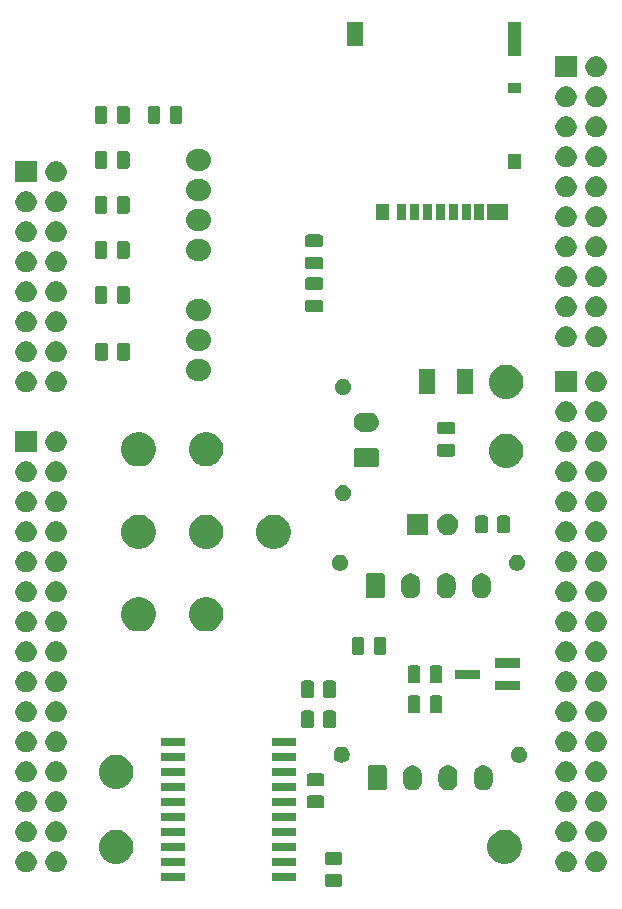
<source format=gbr>
G04 #@! TF.GenerationSoftware,KiCad,Pcbnew,(5.1.5)-3*
G04 #@! TF.CreationDate,2020-03-07T13:53:33-06:00*
G04 #@! TF.ProjectId,TelemetryBoard,54656c65-6d65-4747-9279-426f6172642e,rev?*
G04 #@! TF.SameCoordinates,Original*
G04 #@! TF.FileFunction,Soldermask,Top*
G04 #@! TF.FilePolarity,Negative*
%FSLAX46Y46*%
G04 Gerber Fmt 4.6, Leading zero omitted, Abs format (unit mm)*
G04 Created by KiCad (PCBNEW (5.1.5)-3) date 2020-03-07 13:53:33*
%MOMM*%
%LPD*%
G04 APERTURE LIST*
%ADD10C,0.100000*%
G04 APERTURE END LIST*
D10*
G36*
X102819468Y-110258565D02*
G01*
X102858138Y-110270296D01*
X102893777Y-110289346D01*
X102925017Y-110314983D01*
X102950654Y-110346223D01*
X102969704Y-110381862D01*
X102981435Y-110420532D01*
X102986000Y-110466888D01*
X102986000Y-111118112D01*
X102981435Y-111164468D01*
X102969704Y-111203138D01*
X102950654Y-111238777D01*
X102925017Y-111270017D01*
X102893777Y-111295654D01*
X102858138Y-111314704D01*
X102819468Y-111326435D01*
X102773112Y-111331000D01*
X101696888Y-111331000D01*
X101650532Y-111326435D01*
X101611862Y-111314704D01*
X101576223Y-111295654D01*
X101544983Y-111270017D01*
X101519346Y-111238777D01*
X101500296Y-111203138D01*
X101488565Y-111164468D01*
X101484000Y-111118112D01*
X101484000Y-110466888D01*
X101488565Y-110420532D01*
X101500296Y-110381862D01*
X101519346Y-110346223D01*
X101544983Y-110314983D01*
X101576223Y-110289346D01*
X101611862Y-110270296D01*
X101650532Y-110258565D01*
X101696888Y-110254000D01*
X102773112Y-110254000D01*
X102819468Y-110258565D01*
G37*
G36*
X99071000Y-110841000D02*
G01*
X97019000Y-110841000D01*
X97019000Y-110139000D01*
X99071000Y-110139000D01*
X99071000Y-110841000D01*
G37*
G36*
X89671000Y-110841000D02*
G01*
X87619000Y-110841000D01*
X87619000Y-110139000D01*
X89671000Y-110139000D01*
X89671000Y-110841000D01*
G37*
G36*
X76313512Y-108323927D02*
G01*
X76462812Y-108353624D01*
X76626784Y-108421544D01*
X76774354Y-108520147D01*
X76899853Y-108645646D01*
X76998456Y-108793216D01*
X77066376Y-108957188D01*
X77101000Y-109131259D01*
X77101000Y-109308741D01*
X77066376Y-109482812D01*
X76998456Y-109646784D01*
X76899853Y-109794354D01*
X76774354Y-109919853D01*
X76626784Y-110018456D01*
X76462812Y-110086376D01*
X76313512Y-110116073D01*
X76288742Y-110121000D01*
X76111258Y-110121000D01*
X76086488Y-110116073D01*
X75937188Y-110086376D01*
X75773216Y-110018456D01*
X75625646Y-109919853D01*
X75500147Y-109794354D01*
X75401544Y-109646784D01*
X75333624Y-109482812D01*
X75299000Y-109308741D01*
X75299000Y-109131259D01*
X75333624Y-108957188D01*
X75401544Y-108793216D01*
X75500147Y-108645646D01*
X75625646Y-108520147D01*
X75773216Y-108421544D01*
X75937188Y-108353624D01*
X76086488Y-108323927D01*
X76111258Y-108319000D01*
X76288742Y-108319000D01*
X76313512Y-108323927D01*
G37*
G36*
X124573512Y-108323927D02*
G01*
X124722812Y-108353624D01*
X124886784Y-108421544D01*
X125034354Y-108520147D01*
X125159853Y-108645646D01*
X125258456Y-108793216D01*
X125326376Y-108957188D01*
X125361000Y-109131259D01*
X125361000Y-109308741D01*
X125326376Y-109482812D01*
X125258456Y-109646784D01*
X125159853Y-109794354D01*
X125034354Y-109919853D01*
X124886784Y-110018456D01*
X124722812Y-110086376D01*
X124573512Y-110116073D01*
X124548742Y-110121000D01*
X124371258Y-110121000D01*
X124346488Y-110116073D01*
X124197188Y-110086376D01*
X124033216Y-110018456D01*
X123885646Y-109919853D01*
X123760147Y-109794354D01*
X123661544Y-109646784D01*
X123593624Y-109482812D01*
X123559000Y-109308741D01*
X123559000Y-109131259D01*
X123593624Y-108957188D01*
X123661544Y-108793216D01*
X123760147Y-108645646D01*
X123885646Y-108520147D01*
X124033216Y-108421544D01*
X124197188Y-108353624D01*
X124346488Y-108323927D01*
X124371258Y-108319000D01*
X124548742Y-108319000D01*
X124573512Y-108323927D01*
G37*
G36*
X78853512Y-108323927D02*
G01*
X79002812Y-108353624D01*
X79166784Y-108421544D01*
X79314354Y-108520147D01*
X79439853Y-108645646D01*
X79538456Y-108793216D01*
X79606376Y-108957188D01*
X79641000Y-109131259D01*
X79641000Y-109308741D01*
X79606376Y-109482812D01*
X79538456Y-109646784D01*
X79439853Y-109794354D01*
X79314354Y-109919853D01*
X79166784Y-110018456D01*
X79002812Y-110086376D01*
X78853512Y-110116073D01*
X78828742Y-110121000D01*
X78651258Y-110121000D01*
X78626488Y-110116073D01*
X78477188Y-110086376D01*
X78313216Y-110018456D01*
X78165646Y-109919853D01*
X78040147Y-109794354D01*
X77941544Y-109646784D01*
X77873624Y-109482812D01*
X77839000Y-109308741D01*
X77839000Y-109131259D01*
X77873624Y-108957188D01*
X77941544Y-108793216D01*
X78040147Y-108645646D01*
X78165646Y-108520147D01*
X78313216Y-108421544D01*
X78477188Y-108353624D01*
X78626488Y-108323927D01*
X78651258Y-108319000D01*
X78828742Y-108319000D01*
X78853512Y-108323927D01*
G37*
G36*
X122033512Y-108323927D02*
G01*
X122182812Y-108353624D01*
X122346784Y-108421544D01*
X122494354Y-108520147D01*
X122619853Y-108645646D01*
X122718456Y-108793216D01*
X122786376Y-108957188D01*
X122821000Y-109131259D01*
X122821000Y-109308741D01*
X122786376Y-109482812D01*
X122718456Y-109646784D01*
X122619853Y-109794354D01*
X122494354Y-109919853D01*
X122346784Y-110018456D01*
X122182812Y-110086376D01*
X122033512Y-110116073D01*
X122008742Y-110121000D01*
X121831258Y-110121000D01*
X121806488Y-110116073D01*
X121657188Y-110086376D01*
X121493216Y-110018456D01*
X121345646Y-109919853D01*
X121220147Y-109794354D01*
X121121544Y-109646784D01*
X121053624Y-109482812D01*
X121019000Y-109308741D01*
X121019000Y-109131259D01*
X121053624Y-108957188D01*
X121121544Y-108793216D01*
X121220147Y-108645646D01*
X121345646Y-108520147D01*
X121493216Y-108421544D01*
X121657188Y-108353624D01*
X121806488Y-108323927D01*
X121831258Y-108319000D01*
X122008742Y-108319000D01*
X122033512Y-108323927D01*
G37*
G36*
X99071000Y-109571000D02*
G01*
X97019000Y-109571000D01*
X97019000Y-108869000D01*
X99071000Y-108869000D01*
X99071000Y-109571000D01*
G37*
G36*
X89671000Y-109571000D02*
G01*
X87619000Y-109571000D01*
X87619000Y-108869000D01*
X89671000Y-108869000D01*
X89671000Y-109571000D01*
G37*
G36*
X102819468Y-108383565D02*
G01*
X102858138Y-108395296D01*
X102893777Y-108414346D01*
X102925017Y-108439983D01*
X102950654Y-108471223D01*
X102969704Y-108506862D01*
X102981435Y-108545532D01*
X102986000Y-108591888D01*
X102986000Y-109243112D01*
X102981435Y-109289468D01*
X102969704Y-109328138D01*
X102950654Y-109363777D01*
X102925017Y-109395017D01*
X102893777Y-109420654D01*
X102858138Y-109439704D01*
X102819468Y-109451435D01*
X102773112Y-109456000D01*
X101696888Y-109456000D01*
X101650532Y-109451435D01*
X101611862Y-109439704D01*
X101576223Y-109420654D01*
X101544983Y-109395017D01*
X101519346Y-109363777D01*
X101500296Y-109328138D01*
X101488565Y-109289468D01*
X101484000Y-109243112D01*
X101484000Y-108591888D01*
X101488565Y-108545532D01*
X101500296Y-108506862D01*
X101519346Y-108471223D01*
X101544983Y-108439983D01*
X101576223Y-108414346D01*
X101611862Y-108395296D01*
X101650532Y-108383565D01*
X101696888Y-108379000D01*
X102773112Y-108379000D01*
X102819468Y-108383565D01*
G37*
G36*
X117136241Y-106554760D02*
G01*
X117400305Y-106664139D01*
X117637958Y-106822934D01*
X117840066Y-107025042D01*
X117998861Y-107262695D01*
X118108240Y-107526759D01*
X118164000Y-107807088D01*
X118164000Y-108092912D01*
X118108240Y-108373241D01*
X117998861Y-108637305D01*
X117840066Y-108874958D01*
X117637958Y-109077066D01*
X117400305Y-109235861D01*
X117136241Y-109345240D01*
X116855912Y-109401000D01*
X116570088Y-109401000D01*
X116289759Y-109345240D01*
X116025695Y-109235861D01*
X115788042Y-109077066D01*
X115585934Y-108874958D01*
X115427139Y-108637305D01*
X115317760Y-108373241D01*
X115262000Y-108092912D01*
X115262000Y-107807088D01*
X115317760Y-107526759D01*
X115427139Y-107262695D01*
X115585934Y-107025042D01*
X115788042Y-106822934D01*
X116025695Y-106664139D01*
X116289759Y-106554760D01*
X116570088Y-106499000D01*
X116855912Y-106499000D01*
X117136241Y-106554760D01*
G37*
G36*
X84243241Y-106554760D02*
G01*
X84507305Y-106664139D01*
X84744958Y-106822934D01*
X84947066Y-107025042D01*
X85105861Y-107262695D01*
X85215240Y-107526759D01*
X85271000Y-107807088D01*
X85271000Y-108092912D01*
X85215240Y-108373241D01*
X85105861Y-108637305D01*
X84947066Y-108874958D01*
X84744958Y-109077066D01*
X84507305Y-109235861D01*
X84243241Y-109345240D01*
X83962912Y-109401000D01*
X83677088Y-109401000D01*
X83396759Y-109345240D01*
X83132695Y-109235861D01*
X82895042Y-109077066D01*
X82692934Y-108874958D01*
X82534139Y-108637305D01*
X82424760Y-108373241D01*
X82369000Y-108092912D01*
X82369000Y-107807088D01*
X82424760Y-107526759D01*
X82534139Y-107262695D01*
X82692934Y-107025042D01*
X82895042Y-106822934D01*
X83132695Y-106664139D01*
X83396759Y-106554760D01*
X83677088Y-106499000D01*
X83962912Y-106499000D01*
X84243241Y-106554760D01*
G37*
G36*
X89671000Y-108301000D02*
G01*
X87619000Y-108301000D01*
X87619000Y-107599000D01*
X89671000Y-107599000D01*
X89671000Y-108301000D01*
G37*
G36*
X99071000Y-108301000D02*
G01*
X97019000Y-108301000D01*
X97019000Y-107599000D01*
X99071000Y-107599000D01*
X99071000Y-108301000D01*
G37*
G36*
X122033512Y-105783927D02*
G01*
X122182812Y-105813624D01*
X122346784Y-105881544D01*
X122494354Y-105980147D01*
X122619853Y-106105646D01*
X122718456Y-106253216D01*
X122786376Y-106417188D01*
X122821000Y-106591259D01*
X122821000Y-106768741D01*
X122786376Y-106942812D01*
X122718456Y-107106784D01*
X122619853Y-107254354D01*
X122494354Y-107379853D01*
X122346784Y-107478456D01*
X122182812Y-107546376D01*
X122033512Y-107576073D01*
X122008742Y-107581000D01*
X121831258Y-107581000D01*
X121806488Y-107576073D01*
X121657188Y-107546376D01*
X121493216Y-107478456D01*
X121345646Y-107379853D01*
X121220147Y-107254354D01*
X121121544Y-107106784D01*
X121053624Y-106942812D01*
X121019000Y-106768741D01*
X121019000Y-106591259D01*
X121053624Y-106417188D01*
X121121544Y-106253216D01*
X121220147Y-106105646D01*
X121345646Y-105980147D01*
X121493216Y-105881544D01*
X121657188Y-105813624D01*
X121806488Y-105783927D01*
X121831258Y-105779000D01*
X122008742Y-105779000D01*
X122033512Y-105783927D01*
G37*
G36*
X124573512Y-105783927D02*
G01*
X124722812Y-105813624D01*
X124886784Y-105881544D01*
X125034354Y-105980147D01*
X125159853Y-106105646D01*
X125258456Y-106253216D01*
X125326376Y-106417188D01*
X125361000Y-106591259D01*
X125361000Y-106768741D01*
X125326376Y-106942812D01*
X125258456Y-107106784D01*
X125159853Y-107254354D01*
X125034354Y-107379853D01*
X124886784Y-107478456D01*
X124722812Y-107546376D01*
X124573512Y-107576073D01*
X124548742Y-107581000D01*
X124371258Y-107581000D01*
X124346488Y-107576073D01*
X124197188Y-107546376D01*
X124033216Y-107478456D01*
X123885646Y-107379853D01*
X123760147Y-107254354D01*
X123661544Y-107106784D01*
X123593624Y-106942812D01*
X123559000Y-106768741D01*
X123559000Y-106591259D01*
X123593624Y-106417188D01*
X123661544Y-106253216D01*
X123760147Y-106105646D01*
X123885646Y-105980147D01*
X124033216Y-105881544D01*
X124197188Y-105813624D01*
X124346488Y-105783927D01*
X124371258Y-105779000D01*
X124548742Y-105779000D01*
X124573512Y-105783927D01*
G37*
G36*
X76313512Y-105783927D02*
G01*
X76462812Y-105813624D01*
X76626784Y-105881544D01*
X76774354Y-105980147D01*
X76899853Y-106105646D01*
X76998456Y-106253216D01*
X77066376Y-106417188D01*
X77101000Y-106591259D01*
X77101000Y-106768741D01*
X77066376Y-106942812D01*
X76998456Y-107106784D01*
X76899853Y-107254354D01*
X76774354Y-107379853D01*
X76626784Y-107478456D01*
X76462812Y-107546376D01*
X76313512Y-107576073D01*
X76288742Y-107581000D01*
X76111258Y-107581000D01*
X76086488Y-107576073D01*
X75937188Y-107546376D01*
X75773216Y-107478456D01*
X75625646Y-107379853D01*
X75500147Y-107254354D01*
X75401544Y-107106784D01*
X75333624Y-106942812D01*
X75299000Y-106768741D01*
X75299000Y-106591259D01*
X75333624Y-106417188D01*
X75401544Y-106253216D01*
X75500147Y-106105646D01*
X75625646Y-105980147D01*
X75773216Y-105881544D01*
X75937188Y-105813624D01*
X76086488Y-105783927D01*
X76111258Y-105779000D01*
X76288742Y-105779000D01*
X76313512Y-105783927D01*
G37*
G36*
X78853512Y-105783927D02*
G01*
X79002812Y-105813624D01*
X79166784Y-105881544D01*
X79314354Y-105980147D01*
X79439853Y-106105646D01*
X79538456Y-106253216D01*
X79606376Y-106417188D01*
X79641000Y-106591259D01*
X79641000Y-106768741D01*
X79606376Y-106942812D01*
X79538456Y-107106784D01*
X79439853Y-107254354D01*
X79314354Y-107379853D01*
X79166784Y-107478456D01*
X79002812Y-107546376D01*
X78853512Y-107576073D01*
X78828742Y-107581000D01*
X78651258Y-107581000D01*
X78626488Y-107576073D01*
X78477188Y-107546376D01*
X78313216Y-107478456D01*
X78165646Y-107379853D01*
X78040147Y-107254354D01*
X77941544Y-107106784D01*
X77873624Y-106942812D01*
X77839000Y-106768741D01*
X77839000Y-106591259D01*
X77873624Y-106417188D01*
X77941544Y-106253216D01*
X78040147Y-106105646D01*
X78165646Y-105980147D01*
X78313216Y-105881544D01*
X78477188Y-105813624D01*
X78626488Y-105783927D01*
X78651258Y-105779000D01*
X78828742Y-105779000D01*
X78853512Y-105783927D01*
G37*
G36*
X99071000Y-107031000D02*
G01*
X97019000Y-107031000D01*
X97019000Y-106329000D01*
X99071000Y-106329000D01*
X99071000Y-107031000D01*
G37*
G36*
X89671000Y-107031000D02*
G01*
X87619000Y-107031000D01*
X87619000Y-106329000D01*
X89671000Y-106329000D01*
X89671000Y-107031000D01*
G37*
G36*
X99071000Y-105761000D02*
G01*
X97019000Y-105761000D01*
X97019000Y-105059000D01*
X99071000Y-105059000D01*
X99071000Y-105761000D01*
G37*
G36*
X89671000Y-105761000D02*
G01*
X87619000Y-105761000D01*
X87619000Y-105059000D01*
X89671000Y-105059000D01*
X89671000Y-105761000D01*
G37*
G36*
X76313512Y-103243927D02*
G01*
X76462812Y-103273624D01*
X76626784Y-103341544D01*
X76774354Y-103440147D01*
X76899853Y-103565646D01*
X76998456Y-103713216D01*
X77066376Y-103877188D01*
X77101000Y-104051259D01*
X77101000Y-104228741D01*
X77066376Y-104402812D01*
X76998456Y-104566784D01*
X76899853Y-104714354D01*
X76774354Y-104839853D01*
X76626784Y-104938456D01*
X76462812Y-105006376D01*
X76313512Y-105036073D01*
X76288742Y-105041000D01*
X76111258Y-105041000D01*
X76086488Y-105036073D01*
X75937188Y-105006376D01*
X75773216Y-104938456D01*
X75625646Y-104839853D01*
X75500147Y-104714354D01*
X75401544Y-104566784D01*
X75333624Y-104402812D01*
X75299000Y-104228741D01*
X75299000Y-104051259D01*
X75333624Y-103877188D01*
X75401544Y-103713216D01*
X75500147Y-103565646D01*
X75625646Y-103440147D01*
X75773216Y-103341544D01*
X75937188Y-103273624D01*
X76086488Y-103243927D01*
X76111258Y-103239000D01*
X76288742Y-103239000D01*
X76313512Y-103243927D01*
G37*
G36*
X78853512Y-103243927D02*
G01*
X79002812Y-103273624D01*
X79166784Y-103341544D01*
X79314354Y-103440147D01*
X79439853Y-103565646D01*
X79538456Y-103713216D01*
X79606376Y-103877188D01*
X79641000Y-104051259D01*
X79641000Y-104228741D01*
X79606376Y-104402812D01*
X79538456Y-104566784D01*
X79439853Y-104714354D01*
X79314354Y-104839853D01*
X79166784Y-104938456D01*
X79002812Y-105006376D01*
X78853512Y-105036073D01*
X78828742Y-105041000D01*
X78651258Y-105041000D01*
X78626488Y-105036073D01*
X78477188Y-105006376D01*
X78313216Y-104938456D01*
X78165646Y-104839853D01*
X78040147Y-104714354D01*
X77941544Y-104566784D01*
X77873624Y-104402812D01*
X77839000Y-104228741D01*
X77839000Y-104051259D01*
X77873624Y-103877188D01*
X77941544Y-103713216D01*
X78040147Y-103565646D01*
X78165646Y-103440147D01*
X78313216Y-103341544D01*
X78477188Y-103273624D01*
X78626488Y-103243927D01*
X78651258Y-103239000D01*
X78828742Y-103239000D01*
X78853512Y-103243927D01*
G37*
G36*
X122033512Y-103243927D02*
G01*
X122182812Y-103273624D01*
X122346784Y-103341544D01*
X122494354Y-103440147D01*
X122619853Y-103565646D01*
X122718456Y-103713216D01*
X122786376Y-103877188D01*
X122821000Y-104051259D01*
X122821000Y-104228741D01*
X122786376Y-104402812D01*
X122718456Y-104566784D01*
X122619853Y-104714354D01*
X122494354Y-104839853D01*
X122346784Y-104938456D01*
X122182812Y-105006376D01*
X122033512Y-105036073D01*
X122008742Y-105041000D01*
X121831258Y-105041000D01*
X121806488Y-105036073D01*
X121657188Y-105006376D01*
X121493216Y-104938456D01*
X121345646Y-104839853D01*
X121220147Y-104714354D01*
X121121544Y-104566784D01*
X121053624Y-104402812D01*
X121019000Y-104228741D01*
X121019000Y-104051259D01*
X121053624Y-103877188D01*
X121121544Y-103713216D01*
X121220147Y-103565646D01*
X121345646Y-103440147D01*
X121493216Y-103341544D01*
X121657188Y-103273624D01*
X121806488Y-103243927D01*
X121831258Y-103239000D01*
X122008742Y-103239000D01*
X122033512Y-103243927D01*
G37*
G36*
X124573512Y-103243927D02*
G01*
X124722812Y-103273624D01*
X124886784Y-103341544D01*
X125034354Y-103440147D01*
X125159853Y-103565646D01*
X125258456Y-103713216D01*
X125326376Y-103877188D01*
X125361000Y-104051259D01*
X125361000Y-104228741D01*
X125326376Y-104402812D01*
X125258456Y-104566784D01*
X125159853Y-104714354D01*
X125034354Y-104839853D01*
X124886784Y-104938456D01*
X124722812Y-105006376D01*
X124573512Y-105036073D01*
X124548742Y-105041000D01*
X124371258Y-105041000D01*
X124346488Y-105036073D01*
X124197188Y-105006376D01*
X124033216Y-104938456D01*
X123885646Y-104839853D01*
X123760147Y-104714354D01*
X123661544Y-104566784D01*
X123593624Y-104402812D01*
X123559000Y-104228741D01*
X123559000Y-104051259D01*
X123593624Y-103877188D01*
X123661544Y-103713216D01*
X123760147Y-103565646D01*
X123885646Y-103440147D01*
X124033216Y-103341544D01*
X124197188Y-103273624D01*
X124346488Y-103243927D01*
X124371258Y-103239000D01*
X124548742Y-103239000D01*
X124573512Y-103243927D01*
G37*
G36*
X101295468Y-103606065D02*
G01*
X101334138Y-103617796D01*
X101369777Y-103636846D01*
X101401017Y-103662483D01*
X101426654Y-103693723D01*
X101445704Y-103729362D01*
X101457435Y-103768032D01*
X101462000Y-103814388D01*
X101462000Y-104465612D01*
X101457435Y-104511968D01*
X101445704Y-104550638D01*
X101426654Y-104586277D01*
X101401017Y-104617517D01*
X101369777Y-104643154D01*
X101334138Y-104662204D01*
X101295468Y-104673935D01*
X101249112Y-104678500D01*
X100172888Y-104678500D01*
X100126532Y-104673935D01*
X100087862Y-104662204D01*
X100052223Y-104643154D01*
X100020983Y-104617517D01*
X99995346Y-104586277D01*
X99976296Y-104550638D01*
X99964565Y-104511968D01*
X99960000Y-104465612D01*
X99960000Y-103814388D01*
X99964565Y-103768032D01*
X99976296Y-103729362D01*
X99995346Y-103693723D01*
X100020983Y-103662483D01*
X100052223Y-103636846D01*
X100087862Y-103617796D01*
X100126532Y-103606065D01*
X100172888Y-103601500D01*
X101249112Y-103601500D01*
X101295468Y-103606065D01*
G37*
G36*
X89671000Y-104491000D02*
G01*
X87619000Y-104491000D01*
X87619000Y-103789000D01*
X89671000Y-103789000D01*
X89671000Y-104491000D01*
G37*
G36*
X99071000Y-104491000D02*
G01*
X97019000Y-104491000D01*
X97019000Y-103789000D01*
X99071000Y-103789000D01*
X99071000Y-104491000D01*
G37*
G36*
X89671000Y-103221000D02*
G01*
X87619000Y-103221000D01*
X87619000Y-102519000D01*
X89671000Y-102519000D01*
X89671000Y-103221000D01*
G37*
G36*
X99071000Y-103221000D02*
G01*
X97019000Y-103221000D01*
X97019000Y-102519000D01*
X99071000Y-102519000D01*
X99071000Y-103221000D01*
G37*
G36*
X112075022Y-101058590D02*
G01*
X112140511Y-101078456D01*
X112226012Y-101104392D01*
X112331193Y-101160613D01*
X112365164Y-101178771D01*
X112487133Y-101278867D01*
X112534996Y-101337189D01*
X112587229Y-101400835D01*
X112661608Y-101539987D01*
X112676875Y-101590318D01*
X112707410Y-101690977D01*
X112719000Y-101808655D01*
X112719000Y-102407345D01*
X112707410Y-102525023D01*
X112688677Y-102586778D01*
X112661608Y-102676013D01*
X112587229Y-102815165D01*
X112487133Y-102937133D01*
X112365165Y-103037229D01*
X112226013Y-103111608D01*
X112175682Y-103126875D01*
X112075023Y-103157410D01*
X111918000Y-103172875D01*
X111760978Y-103157410D01*
X111660319Y-103126875D01*
X111609988Y-103111608D01*
X111470836Y-103037229D01*
X111348868Y-102937133D01*
X111320035Y-102902000D01*
X111248772Y-102815165D01*
X111193242Y-102711277D01*
X111174392Y-102676013D01*
X111147323Y-102586778D01*
X111128590Y-102525023D01*
X111117000Y-102407345D01*
X111117000Y-101808656D01*
X111117325Y-101805361D01*
X111123475Y-101742911D01*
X111128590Y-101690978D01*
X111174392Y-101539989D01*
X111174392Y-101539988D01*
X111248771Y-101400836D01*
X111248772Y-101400835D01*
X111348867Y-101278867D01*
X111470835Y-101178771D01*
X111504806Y-101160613D01*
X111609987Y-101104392D01*
X111695488Y-101078456D01*
X111760977Y-101058590D01*
X111918000Y-101043125D01*
X112075022Y-101058590D01*
G37*
G36*
X109075022Y-101058590D02*
G01*
X109140511Y-101078456D01*
X109226012Y-101104392D01*
X109331193Y-101160613D01*
X109365164Y-101178771D01*
X109487133Y-101278867D01*
X109534996Y-101337189D01*
X109587229Y-101400835D01*
X109661608Y-101539987D01*
X109676875Y-101590318D01*
X109707410Y-101690977D01*
X109719000Y-101808655D01*
X109719000Y-102407345D01*
X109707410Y-102525023D01*
X109688677Y-102586778D01*
X109661608Y-102676013D01*
X109587229Y-102815165D01*
X109487133Y-102937133D01*
X109365165Y-103037229D01*
X109226013Y-103111608D01*
X109175682Y-103126875D01*
X109075023Y-103157410D01*
X108918000Y-103172875D01*
X108760978Y-103157410D01*
X108660319Y-103126875D01*
X108609988Y-103111608D01*
X108470836Y-103037229D01*
X108348868Y-102937133D01*
X108320035Y-102902000D01*
X108248772Y-102815165D01*
X108193242Y-102711277D01*
X108174392Y-102676013D01*
X108147323Y-102586778D01*
X108128590Y-102525023D01*
X108117000Y-102407345D01*
X108117000Y-101808656D01*
X108117325Y-101805361D01*
X108123475Y-101742911D01*
X108128590Y-101690978D01*
X108174392Y-101539989D01*
X108174392Y-101539988D01*
X108248771Y-101400836D01*
X108248772Y-101400835D01*
X108348867Y-101278867D01*
X108470835Y-101178771D01*
X108504806Y-101160613D01*
X108609987Y-101104392D01*
X108695488Y-101078456D01*
X108760977Y-101058590D01*
X108918000Y-101043125D01*
X109075022Y-101058590D01*
G37*
G36*
X115075022Y-101058590D02*
G01*
X115140511Y-101078456D01*
X115226012Y-101104392D01*
X115331193Y-101160613D01*
X115365164Y-101178771D01*
X115487133Y-101278867D01*
X115534996Y-101337189D01*
X115587229Y-101400835D01*
X115661608Y-101539987D01*
X115676875Y-101590318D01*
X115707410Y-101690977D01*
X115719000Y-101808655D01*
X115719000Y-102407345D01*
X115707410Y-102525023D01*
X115688677Y-102586778D01*
X115661608Y-102676013D01*
X115587229Y-102815165D01*
X115487133Y-102937133D01*
X115365165Y-103037229D01*
X115226013Y-103111608D01*
X115175682Y-103126875D01*
X115075023Y-103157410D01*
X114918000Y-103172875D01*
X114760978Y-103157410D01*
X114660319Y-103126875D01*
X114609988Y-103111608D01*
X114470836Y-103037229D01*
X114348868Y-102937133D01*
X114320035Y-102902000D01*
X114248772Y-102815165D01*
X114193242Y-102711277D01*
X114174392Y-102676013D01*
X114147323Y-102586778D01*
X114128590Y-102525023D01*
X114117000Y-102407345D01*
X114117000Y-101808656D01*
X114117325Y-101805361D01*
X114123475Y-101742911D01*
X114128590Y-101690978D01*
X114174392Y-101539989D01*
X114174392Y-101539988D01*
X114248771Y-101400836D01*
X114248772Y-101400835D01*
X114348867Y-101278867D01*
X114470835Y-101178771D01*
X114504806Y-101160613D01*
X114609987Y-101104392D01*
X114695488Y-101078456D01*
X114760977Y-101058590D01*
X114918000Y-101043125D01*
X115075022Y-101058590D01*
G37*
G36*
X106571048Y-101051122D02*
G01*
X106605387Y-101061539D01*
X106637036Y-101078456D01*
X106664778Y-101101222D01*
X106687544Y-101128964D01*
X106704461Y-101160613D01*
X106714878Y-101194952D01*
X106719000Y-101236807D01*
X106719000Y-102979193D01*
X106714878Y-103021048D01*
X106704461Y-103055387D01*
X106687544Y-103087036D01*
X106664778Y-103114778D01*
X106637036Y-103137544D01*
X106605387Y-103154461D01*
X106571048Y-103164878D01*
X106529193Y-103169000D01*
X105306807Y-103169000D01*
X105264952Y-103164878D01*
X105230613Y-103154461D01*
X105198964Y-103137544D01*
X105171222Y-103114778D01*
X105148456Y-103087036D01*
X105131539Y-103055387D01*
X105121122Y-103021048D01*
X105117000Y-102979193D01*
X105117000Y-101236807D01*
X105121122Y-101194952D01*
X105131539Y-101160613D01*
X105148456Y-101128964D01*
X105171222Y-101101222D01*
X105198964Y-101078456D01*
X105230613Y-101061539D01*
X105264952Y-101051122D01*
X105306807Y-101047000D01*
X106529193Y-101047000D01*
X106571048Y-101051122D01*
G37*
G36*
X84243241Y-100204760D02*
G01*
X84507305Y-100314139D01*
X84744958Y-100472934D01*
X84947066Y-100675042D01*
X85105861Y-100912695D01*
X85215240Y-101176759D01*
X85271000Y-101457088D01*
X85271000Y-101742912D01*
X85215240Y-102023241D01*
X85105861Y-102287305D01*
X84947066Y-102524958D01*
X84744958Y-102727066D01*
X84507305Y-102885861D01*
X84243241Y-102995240D01*
X83962912Y-103051000D01*
X83677088Y-103051000D01*
X83396759Y-102995240D01*
X83132695Y-102885861D01*
X82895042Y-102727066D01*
X82692934Y-102524958D01*
X82534139Y-102287305D01*
X82424760Y-102023241D01*
X82369000Y-101742912D01*
X82369000Y-101457088D01*
X82424760Y-101176759D01*
X82534139Y-100912695D01*
X82692934Y-100675042D01*
X82895042Y-100472934D01*
X83132695Y-100314139D01*
X83396759Y-100204760D01*
X83677088Y-100149000D01*
X83962912Y-100149000D01*
X84243241Y-100204760D01*
G37*
G36*
X101295468Y-101731065D02*
G01*
X101334138Y-101742796D01*
X101369777Y-101761846D01*
X101401017Y-101787483D01*
X101426654Y-101818723D01*
X101445704Y-101854362D01*
X101457435Y-101893032D01*
X101462000Y-101939388D01*
X101462000Y-102590612D01*
X101457435Y-102636968D01*
X101445704Y-102675638D01*
X101426654Y-102711277D01*
X101401017Y-102742517D01*
X101369777Y-102768154D01*
X101334138Y-102787204D01*
X101295468Y-102798935D01*
X101249112Y-102803500D01*
X100172888Y-102803500D01*
X100126532Y-102798935D01*
X100087862Y-102787204D01*
X100052223Y-102768154D01*
X100020983Y-102742517D01*
X99995346Y-102711277D01*
X99976296Y-102675638D01*
X99964565Y-102636968D01*
X99960000Y-102590612D01*
X99960000Y-101939388D01*
X99964565Y-101893032D01*
X99976296Y-101854362D01*
X99995346Y-101818723D01*
X100020983Y-101787483D01*
X100052223Y-101761846D01*
X100087862Y-101742796D01*
X100126532Y-101731065D01*
X100172888Y-101726500D01*
X101249112Y-101726500D01*
X101295468Y-101731065D01*
G37*
G36*
X76313512Y-100703927D02*
G01*
X76462812Y-100733624D01*
X76626784Y-100801544D01*
X76774354Y-100900147D01*
X76899853Y-101025646D01*
X76998456Y-101173216D01*
X77066376Y-101337188D01*
X77101000Y-101511259D01*
X77101000Y-101688741D01*
X77066376Y-101862812D01*
X76998456Y-102026784D01*
X76899853Y-102174354D01*
X76774354Y-102299853D01*
X76626784Y-102398456D01*
X76462812Y-102466376D01*
X76313512Y-102496073D01*
X76288742Y-102501000D01*
X76111258Y-102501000D01*
X76086488Y-102496073D01*
X75937188Y-102466376D01*
X75773216Y-102398456D01*
X75625646Y-102299853D01*
X75500147Y-102174354D01*
X75401544Y-102026784D01*
X75333624Y-101862812D01*
X75299000Y-101688741D01*
X75299000Y-101511259D01*
X75333624Y-101337188D01*
X75401544Y-101173216D01*
X75500147Y-101025646D01*
X75625646Y-100900147D01*
X75773216Y-100801544D01*
X75937188Y-100733624D01*
X76086488Y-100703927D01*
X76111258Y-100699000D01*
X76288742Y-100699000D01*
X76313512Y-100703927D01*
G37*
G36*
X78853512Y-100703927D02*
G01*
X79002812Y-100733624D01*
X79166784Y-100801544D01*
X79314354Y-100900147D01*
X79439853Y-101025646D01*
X79538456Y-101173216D01*
X79606376Y-101337188D01*
X79641000Y-101511259D01*
X79641000Y-101688741D01*
X79606376Y-101862812D01*
X79538456Y-102026784D01*
X79439853Y-102174354D01*
X79314354Y-102299853D01*
X79166784Y-102398456D01*
X79002812Y-102466376D01*
X78853512Y-102496073D01*
X78828742Y-102501000D01*
X78651258Y-102501000D01*
X78626488Y-102496073D01*
X78477188Y-102466376D01*
X78313216Y-102398456D01*
X78165646Y-102299853D01*
X78040147Y-102174354D01*
X77941544Y-102026784D01*
X77873624Y-101862812D01*
X77839000Y-101688741D01*
X77839000Y-101511259D01*
X77873624Y-101337188D01*
X77941544Y-101173216D01*
X78040147Y-101025646D01*
X78165646Y-100900147D01*
X78313216Y-100801544D01*
X78477188Y-100733624D01*
X78626488Y-100703927D01*
X78651258Y-100699000D01*
X78828742Y-100699000D01*
X78853512Y-100703927D01*
G37*
G36*
X122033512Y-100703927D02*
G01*
X122182812Y-100733624D01*
X122346784Y-100801544D01*
X122494354Y-100900147D01*
X122619853Y-101025646D01*
X122718456Y-101173216D01*
X122786376Y-101337188D01*
X122821000Y-101511259D01*
X122821000Y-101688741D01*
X122786376Y-101862812D01*
X122718456Y-102026784D01*
X122619853Y-102174354D01*
X122494354Y-102299853D01*
X122346784Y-102398456D01*
X122182812Y-102466376D01*
X122033512Y-102496073D01*
X122008742Y-102501000D01*
X121831258Y-102501000D01*
X121806488Y-102496073D01*
X121657188Y-102466376D01*
X121493216Y-102398456D01*
X121345646Y-102299853D01*
X121220147Y-102174354D01*
X121121544Y-102026784D01*
X121053624Y-101862812D01*
X121019000Y-101688741D01*
X121019000Y-101511259D01*
X121053624Y-101337188D01*
X121121544Y-101173216D01*
X121220147Y-101025646D01*
X121345646Y-100900147D01*
X121493216Y-100801544D01*
X121657188Y-100733624D01*
X121806488Y-100703927D01*
X121831258Y-100699000D01*
X122008742Y-100699000D01*
X122033512Y-100703927D01*
G37*
G36*
X124573512Y-100703927D02*
G01*
X124722812Y-100733624D01*
X124886784Y-100801544D01*
X125034354Y-100900147D01*
X125159853Y-101025646D01*
X125258456Y-101173216D01*
X125326376Y-101337188D01*
X125361000Y-101511259D01*
X125361000Y-101688741D01*
X125326376Y-101862812D01*
X125258456Y-102026784D01*
X125159853Y-102174354D01*
X125034354Y-102299853D01*
X124886784Y-102398456D01*
X124722812Y-102466376D01*
X124573512Y-102496073D01*
X124548742Y-102501000D01*
X124371258Y-102501000D01*
X124346488Y-102496073D01*
X124197188Y-102466376D01*
X124033216Y-102398456D01*
X123885646Y-102299853D01*
X123760147Y-102174354D01*
X123661544Y-102026784D01*
X123593624Y-101862812D01*
X123559000Y-101688741D01*
X123559000Y-101511259D01*
X123593624Y-101337188D01*
X123661544Y-101173216D01*
X123760147Y-101025646D01*
X123885646Y-100900147D01*
X124033216Y-100801544D01*
X124197188Y-100733624D01*
X124346488Y-100703927D01*
X124371258Y-100699000D01*
X124548742Y-100699000D01*
X124573512Y-100703927D01*
G37*
G36*
X89671000Y-101951000D02*
G01*
X87619000Y-101951000D01*
X87619000Y-101249000D01*
X89671000Y-101249000D01*
X89671000Y-101951000D01*
G37*
G36*
X99071000Y-101951000D02*
G01*
X97019000Y-101951000D01*
X97019000Y-101249000D01*
X99071000Y-101249000D01*
X99071000Y-101951000D01*
G37*
G36*
X118118098Y-99488362D02*
G01*
X118242941Y-99540074D01*
X118242943Y-99540075D01*
X118355299Y-99615149D01*
X118450851Y-99710701D01*
X118525926Y-99823059D01*
X118577638Y-99947902D01*
X118604000Y-100080434D01*
X118604000Y-100215566D01*
X118577638Y-100348098D01*
X118525929Y-100472934D01*
X118525925Y-100472943D01*
X118450851Y-100585299D01*
X118355299Y-100680851D01*
X118242943Y-100755925D01*
X118242942Y-100755926D01*
X118242941Y-100755926D01*
X118118098Y-100807638D01*
X117985566Y-100834000D01*
X117850434Y-100834000D01*
X117717902Y-100807638D01*
X117593059Y-100755926D01*
X117593058Y-100755926D01*
X117593057Y-100755925D01*
X117480701Y-100680851D01*
X117385149Y-100585299D01*
X117310075Y-100472943D01*
X117310071Y-100472934D01*
X117258362Y-100348098D01*
X117232000Y-100215566D01*
X117232000Y-100080434D01*
X117258362Y-99947902D01*
X117310074Y-99823059D01*
X117385149Y-99710701D01*
X117480701Y-99615149D01*
X117593057Y-99540075D01*
X117593059Y-99540074D01*
X117717902Y-99488362D01*
X117850434Y-99462000D01*
X117985566Y-99462000D01*
X118118098Y-99488362D01*
G37*
G36*
X103118098Y-99488362D02*
G01*
X103242941Y-99540074D01*
X103242943Y-99540075D01*
X103355299Y-99615149D01*
X103450851Y-99710701D01*
X103525926Y-99823059D01*
X103577638Y-99947902D01*
X103604000Y-100080434D01*
X103604000Y-100215566D01*
X103577638Y-100348098D01*
X103525929Y-100472934D01*
X103525925Y-100472943D01*
X103450851Y-100585299D01*
X103355299Y-100680851D01*
X103242943Y-100755925D01*
X103242942Y-100755926D01*
X103242941Y-100755926D01*
X103118098Y-100807638D01*
X102985566Y-100834000D01*
X102850434Y-100834000D01*
X102717902Y-100807638D01*
X102593059Y-100755926D01*
X102593058Y-100755926D01*
X102593057Y-100755925D01*
X102480701Y-100680851D01*
X102385149Y-100585299D01*
X102310075Y-100472943D01*
X102310071Y-100472934D01*
X102258362Y-100348098D01*
X102232000Y-100215566D01*
X102232000Y-100080434D01*
X102258362Y-99947902D01*
X102310074Y-99823059D01*
X102385149Y-99710701D01*
X102480701Y-99615149D01*
X102593057Y-99540075D01*
X102593059Y-99540074D01*
X102717902Y-99488362D01*
X102850434Y-99462000D01*
X102985566Y-99462000D01*
X103118098Y-99488362D01*
G37*
G36*
X99071000Y-100681000D02*
G01*
X97019000Y-100681000D01*
X97019000Y-99979000D01*
X99071000Y-99979000D01*
X99071000Y-100681000D01*
G37*
G36*
X89671000Y-100681000D02*
G01*
X87619000Y-100681000D01*
X87619000Y-99979000D01*
X89671000Y-99979000D01*
X89671000Y-100681000D01*
G37*
G36*
X78853512Y-98163927D02*
G01*
X79002812Y-98193624D01*
X79166784Y-98261544D01*
X79314354Y-98360147D01*
X79439853Y-98485646D01*
X79538456Y-98633216D01*
X79606376Y-98797188D01*
X79641000Y-98971259D01*
X79641000Y-99148741D01*
X79606376Y-99322812D01*
X79538456Y-99486784D01*
X79439853Y-99634354D01*
X79314354Y-99759853D01*
X79166784Y-99858456D01*
X79002812Y-99926376D01*
X78853512Y-99956073D01*
X78828742Y-99961000D01*
X78651258Y-99961000D01*
X78626488Y-99956073D01*
X78477188Y-99926376D01*
X78313216Y-99858456D01*
X78165646Y-99759853D01*
X78040147Y-99634354D01*
X77941544Y-99486784D01*
X77873624Y-99322812D01*
X77839000Y-99148741D01*
X77839000Y-98971259D01*
X77873624Y-98797188D01*
X77941544Y-98633216D01*
X78040147Y-98485646D01*
X78165646Y-98360147D01*
X78313216Y-98261544D01*
X78477188Y-98193624D01*
X78626488Y-98163927D01*
X78651258Y-98159000D01*
X78828742Y-98159000D01*
X78853512Y-98163927D01*
G37*
G36*
X122033512Y-98163927D02*
G01*
X122182812Y-98193624D01*
X122346784Y-98261544D01*
X122494354Y-98360147D01*
X122619853Y-98485646D01*
X122718456Y-98633216D01*
X122786376Y-98797188D01*
X122821000Y-98971259D01*
X122821000Y-99148741D01*
X122786376Y-99322812D01*
X122718456Y-99486784D01*
X122619853Y-99634354D01*
X122494354Y-99759853D01*
X122346784Y-99858456D01*
X122182812Y-99926376D01*
X122033512Y-99956073D01*
X122008742Y-99961000D01*
X121831258Y-99961000D01*
X121806488Y-99956073D01*
X121657188Y-99926376D01*
X121493216Y-99858456D01*
X121345646Y-99759853D01*
X121220147Y-99634354D01*
X121121544Y-99486784D01*
X121053624Y-99322812D01*
X121019000Y-99148741D01*
X121019000Y-98971259D01*
X121053624Y-98797188D01*
X121121544Y-98633216D01*
X121220147Y-98485646D01*
X121345646Y-98360147D01*
X121493216Y-98261544D01*
X121657188Y-98193624D01*
X121806488Y-98163927D01*
X121831258Y-98159000D01*
X122008742Y-98159000D01*
X122033512Y-98163927D01*
G37*
G36*
X124573512Y-98163927D02*
G01*
X124722812Y-98193624D01*
X124886784Y-98261544D01*
X125034354Y-98360147D01*
X125159853Y-98485646D01*
X125258456Y-98633216D01*
X125326376Y-98797188D01*
X125361000Y-98971259D01*
X125361000Y-99148741D01*
X125326376Y-99322812D01*
X125258456Y-99486784D01*
X125159853Y-99634354D01*
X125034354Y-99759853D01*
X124886784Y-99858456D01*
X124722812Y-99926376D01*
X124573512Y-99956073D01*
X124548742Y-99961000D01*
X124371258Y-99961000D01*
X124346488Y-99956073D01*
X124197188Y-99926376D01*
X124033216Y-99858456D01*
X123885646Y-99759853D01*
X123760147Y-99634354D01*
X123661544Y-99486784D01*
X123593624Y-99322812D01*
X123559000Y-99148741D01*
X123559000Y-98971259D01*
X123593624Y-98797188D01*
X123661544Y-98633216D01*
X123760147Y-98485646D01*
X123885646Y-98360147D01*
X124033216Y-98261544D01*
X124197188Y-98193624D01*
X124346488Y-98163927D01*
X124371258Y-98159000D01*
X124548742Y-98159000D01*
X124573512Y-98163927D01*
G37*
G36*
X76313512Y-98163927D02*
G01*
X76462812Y-98193624D01*
X76626784Y-98261544D01*
X76774354Y-98360147D01*
X76899853Y-98485646D01*
X76998456Y-98633216D01*
X77066376Y-98797188D01*
X77101000Y-98971259D01*
X77101000Y-99148741D01*
X77066376Y-99322812D01*
X76998456Y-99486784D01*
X76899853Y-99634354D01*
X76774354Y-99759853D01*
X76626784Y-99858456D01*
X76462812Y-99926376D01*
X76313512Y-99956073D01*
X76288742Y-99961000D01*
X76111258Y-99961000D01*
X76086488Y-99956073D01*
X75937188Y-99926376D01*
X75773216Y-99858456D01*
X75625646Y-99759853D01*
X75500147Y-99634354D01*
X75401544Y-99486784D01*
X75333624Y-99322812D01*
X75299000Y-99148741D01*
X75299000Y-98971259D01*
X75333624Y-98797188D01*
X75401544Y-98633216D01*
X75500147Y-98485646D01*
X75625646Y-98360147D01*
X75773216Y-98261544D01*
X75937188Y-98193624D01*
X76086488Y-98163927D01*
X76111258Y-98159000D01*
X76288742Y-98159000D01*
X76313512Y-98163927D01*
G37*
G36*
X89671000Y-99411000D02*
G01*
X87619000Y-99411000D01*
X87619000Y-98709000D01*
X89671000Y-98709000D01*
X89671000Y-99411000D01*
G37*
G36*
X99071000Y-99411000D02*
G01*
X97019000Y-99411000D01*
X97019000Y-98709000D01*
X99071000Y-98709000D01*
X99071000Y-99411000D01*
G37*
G36*
X102274468Y-96408565D02*
G01*
X102313138Y-96420296D01*
X102348777Y-96439346D01*
X102380017Y-96464983D01*
X102405654Y-96496223D01*
X102424704Y-96531862D01*
X102436435Y-96570532D01*
X102441000Y-96616888D01*
X102441000Y-97693112D01*
X102436435Y-97739468D01*
X102424704Y-97778138D01*
X102405654Y-97813777D01*
X102380017Y-97845017D01*
X102348777Y-97870654D01*
X102313138Y-97889704D01*
X102274468Y-97901435D01*
X102228112Y-97906000D01*
X101576888Y-97906000D01*
X101530532Y-97901435D01*
X101491862Y-97889704D01*
X101456223Y-97870654D01*
X101424983Y-97845017D01*
X101399346Y-97813777D01*
X101380296Y-97778138D01*
X101368565Y-97739468D01*
X101364000Y-97693112D01*
X101364000Y-96616888D01*
X101368565Y-96570532D01*
X101380296Y-96531862D01*
X101399346Y-96496223D01*
X101424983Y-96464983D01*
X101456223Y-96439346D01*
X101491862Y-96420296D01*
X101530532Y-96408565D01*
X101576888Y-96404000D01*
X102228112Y-96404000D01*
X102274468Y-96408565D01*
G37*
G36*
X100399468Y-96408565D02*
G01*
X100438138Y-96420296D01*
X100473777Y-96439346D01*
X100505017Y-96464983D01*
X100530654Y-96496223D01*
X100549704Y-96531862D01*
X100561435Y-96570532D01*
X100566000Y-96616888D01*
X100566000Y-97693112D01*
X100561435Y-97739468D01*
X100549704Y-97778138D01*
X100530654Y-97813777D01*
X100505017Y-97845017D01*
X100473777Y-97870654D01*
X100438138Y-97889704D01*
X100399468Y-97901435D01*
X100353112Y-97906000D01*
X99701888Y-97906000D01*
X99655532Y-97901435D01*
X99616862Y-97889704D01*
X99581223Y-97870654D01*
X99549983Y-97845017D01*
X99524346Y-97813777D01*
X99505296Y-97778138D01*
X99493565Y-97739468D01*
X99489000Y-97693112D01*
X99489000Y-96616888D01*
X99493565Y-96570532D01*
X99505296Y-96531862D01*
X99524346Y-96496223D01*
X99549983Y-96464983D01*
X99581223Y-96439346D01*
X99616862Y-96420296D01*
X99655532Y-96408565D01*
X99701888Y-96404000D01*
X100353112Y-96404000D01*
X100399468Y-96408565D01*
G37*
G36*
X122033512Y-95623927D02*
G01*
X122182812Y-95653624D01*
X122346784Y-95721544D01*
X122494354Y-95820147D01*
X122619853Y-95945646D01*
X122718456Y-96093216D01*
X122786376Y-96257188D01*
X122821000Y-96431259D01*
X122821000Y-96608741D01*
X122786376Y-96782812D01*
X122718456Y-96946784D01*
X122619853Y-97094354D01*
X122494354Y-97219853D01*
X122346784Y-97318456D01*
X122182812Y-97386376D01*
X122033512Y-97416073D01*
X122008742Y-97421000D01*
X121831258Y-97421000D01*
X121806488Y-97416073D01*
X121657188Y-97386376D01*
X121493216Y-97318456D01*
X121345646Y-97219853D01*
X121220147Y-97094354D01*
X121121544Y-96946784D01*
X121053624Y-96782812D01*
X121019000Y-96608741D01*
X121019000Y-96431259D01*
X121053624Y-96257188D01*
X121121544Y-96093216D01*
X121220147Y-95945646D01*
X121345646Y-95820147D01*
X121493216Y-95721544D01*
X121657188Y-95653624D01*
X121806488Y-95623927D01*
X121831258Y-95619000D01*
X122008742Y-95619000D01*
X122033512Y-95623927D01*
G37*
G36*
X78853512Y-95623927D02*
G01*
X79002812Y-95653624D01*
X79166784Y-95721544D01*
X79314354Y-95820147D01*
X79439853Y-95945646D01*
X79538456Y-96093216D01*
X79606376Y-96257188D01*
X79641000Y-96431259D01*
X79641000Y-96608741D01*
X79606376Y-96782812D01*
X79538456Y-96946784D01*
X79439853Y-97094354D01*
X79314354Y-97219853D01*
X79166784Y-97318456D01*
X79002812Y-97386376D01*
X78853512Y-97416073D01*
X78828742Y-97421000D01*
X78651258Y-97421000D01*
X78626488Y-97416073D01*
X78477188Y-97386376D01*
X78313216Y-97318456D01*
X78165646Y-97219853D01*
X78040147Y-97094354D01*
X77941544Y-96946784D01*
X77873624Y-96782812D01*
X77839000Y-96608741D01*
X77839000Y-96431259D01*
X77873624Y-96257188D01*
X77941544Y-96093216D01*
X78040147Y-95945646D01*
X78165646Y-95820147D01*
X78313216Y-95721544D01*
X78477188Y-95653624D01*
X78626488Y-95623927D01*
X78651258Y-95619000D01*
X78828742Y-95619000D01*
X78853512Y-95623927D01*
G37*
G36*
X76313512Y-95623927D02*
G01*
X76462812Y-95653624D01*
X76626784Y-95721544D01*
X76774354Y-95820147D01*
X76899853Y-95945646D01*
X76998456Y-96093216D01*
X77066376Y-96257188D01*
X77101000Y-96431259D01*
X77101000Y-96608741D01*
X77066376Y-96782812D01*
X76998456Y-96946784D01*
X76899853Y-97094354D01*
X76774354Y-97219853D01*
X76626784Y-97318456D01*
X76462812Y-97386376D01*
X76313512Y-97416073D01*
X76288742Y-97421000D01*
X76111258Y-97421000D01*
X76086488Y-97416073D01*
X75937188Y-97386376D01*
X75773216Y-97318456D01*
X75625646Y-97219853D01*
X75500147Y-97094354D01*
X75401544Y-96946784D01*
X75333624Y-96782812D01*
X75299000Y-96608741D01*
X75299000Y-96431259D01*
X75333624Y-96257188D01*
X75401544Y-96093216D01*
X75500147Y-95945646D01*
X75625646Y-95820147D01*
X75773216Y-95721544D01*
X75937188Y-95653624D01*
X76086488Y-95623927D01*
X76111258Y-95619000D01*
X76288742Y-95619000D01*
X76313512Y-95623927D01*
G37*
G36*
X124573512Y-95623927D02*
G01*
X124722812Y-95653624D01*
X124886784Y-95721544D01*
X125034354Y-95820147D01*
X125159853Y-95945646D01*
X125258456Y-96093216D01*
X125326376Y-96257188D01*
X125361000Y-96431259D01*
X125361000Y-96608741D01*
X125326376Y-96782812D01*
X125258456Y-96946784D01*
X125159853Y-97094354D01*
X125034354Y-97219853D01*
X124886784Y-97318456D01*
X124722812Y-97386376D01*
X124573512Y-97416073D01*
X124548742Y-97421000D01*
X124371258Y-97421000D01*
X124346488Y-97416073D01*
X124197188Y-97386376D01*
X124033216Y-97318456D01*
X123885646Y-97219853D01*
X123760147Y-97094354D01*
X123661544Y-96946784D01*
X123593624Y-96782812D01*
X123559000Y-96608741D01*
X123559000Y-96431259D01*
X123593624Y-96257188D01*
X123661544Y-96093216D01*
X123760147Y-95945646D01*
X123885646Y-95820147D01*
X124033216Y-95721544D01*
X124197188Y-95653624D01*
X124346488Y-95623927D01*
X124371258Y-95619000D01*
X124548742Y-95619000D01*
X124573512Y-95623927D01*
G37*
G36*
X111291468Y-95138565D02*
G01*
X111330138Y-95150296D01*
X111365777Y-95169346D01*
X111397017Y-95194983D01*
X111422654Y-95226223D01*
X111441704Y-95261862D01*
X111453435Y-95300532D01*
X111458000Y-95346888D01*
X111458000Y-96423112D01*
X111453435Y-96469468D01*
X111441704Y-96508138D01*
X111422654Y-96543777D01*
X111397017Y-96575017D01*
X111365777Y-96600654D01*
X111330138Y-96619704D01*
X111291468Y-96631435D01*
X111245112Y-96636000D01*
X110593888Y-96636000D01*
X110547532Y-96631435D01*
X110508862Y-96619704D01*
X110473223Y-96600654D01*
X110441983Y-96575017D01*
X110416346Y-96543777D01*
X110397296Y-96508138D01*
X110385565Y-96469468D01*
X110381000Y-96423112D01*
X110381000Y-95346888D01*
X110385565Y-95300532D01*
X110397296Y-95261862D01*
X110416346Y-95226223D01*
X110441983Y-95194983D01*
X110473223Y-95169346D01*
X110508862Y-95150296D01*
X110547532Y-95138565D01*
X110593888Y-95134000D01*
X111245112Y-95134000D01*
X111291468Y-95138565D01*
G37*
G36*
X109416468Y-95138565D02*
G01*
X109455138Y-95150296D01*
X109490777Y-95169346D01*
X109522017Y-95194983D01*
X109547654Y-95226223D01*
X109566704Y-95261862D01*
X109578435Y-95300532D01*
X109583000Y-95346888D01*
X109583000Y-96423112D01*
X109578435Y-96469468D01*
X109566704Y-96508138D01*
X109547654Y-96543777D01*
X109522017Y-96575017D01*
X109490777Y-96600654D01*
X109455138Y-96619704D01*
X109416468Y-96631435D01*
X109370112Y-96636000D01*
X108718888Y-96636000D01*
X108672532Y-96631435D01*
X108633862Y-96619704D01*
X108598223Y-96600654D01*
X108566983Y-96575017D01*
X108541346Y-96543777D01*
X108522296Y-96508138D01*
X108510565Y-96469468D01*
X108506000Y-96423112D01*
X108506000Y-95346888D01*
X108510565Y-95300532D01*
X108522296Y-95261862D01*
X108541346Y-95226223D01*
X108566983Y-95194983D01*
X108598223Y-95169346D01*
X108633862Y-95150296D01*
X108672532Y-95138565D01*
X108718888Y-95134000D01*
X109370112Y-95134000D01*
X109416468Y-95138565D01*
G37*
G36*
X102274468Y-93868565D02*
G01*
X102313138Y-93880296D01*
X102348777Y-93899346D01*
X102380017Y-93924983D01*
X102405654Y-93956223D01*
X102424704Y-93991862D01*
X102436435Y-94030532D01*
X102441000Y-94076888D01*
X102441000Y-95153112D01*
X102436435Y-95199468D01*
X102424704Y-95238138D01*
X102405654Y-95273777D01*
X102380017Y-95305017D01*
X102348777Y-95330654D01*
X102313138Y-95349704D01*
X102274468Y-95361435D01*
X102228112Y-95366000D01*
X101576888Y-95366000D01*
X101530532Y-95361435D01*
X101491862Y-95349704D01*
X101456223Y-95330654D01*
X101424983Y-95305017D01*
X101399346Y-95273777D01*
X101380296Y-95238138D01*
X101368565Y-95199468D01*
X101364000Y-95153112D01*
X101364000Y-94076888D01*
X101368565Y-94030532D01*
X101380296Y-93991862D01*
X101399346Y-93956223D01*
X101424983Y-93924983D01*
X101456223Y-93899346D01*
X101491862Y-93880296D01*
X101530532Y-93868565D01*
X101576888Y-93864000D01*
X102228112Y-93864000D01*
X102274468Y-93868565D01*
G37*
G36*
X100399468Y-93868565D02*
G01*
X100438138Y-93880296D01*
X100473777Y-93899346D01*
X100505017Y-93924983D01*
X100530654Y-93956223D01*
X100549704Y-93991862D01*
X100561435Y-94030532D01*
X100566000Y-94076888D01*
X100566000Y-95153112D01*
X100561435Y-95199468D01*
X100549704Y-95238138D01*
X100530654Y-95273777D01*
X100505017Y-95305017D01*
X100473777Y-95330654D01*
X100438138Y-95349704D01*
X100399468Y-95361435D01*
X100353112Y-95366000D01*
X99701888Y-95366000D01*
X99655532Y-95361435D01*
X99616862Y-95349704D01*
X99581223Y-95330654D01*
X99549983Y-95305017D01*
X99524346Y-95273777D01*
X99505296Y-95238138D01*
X99493565Y-95199468D01*
X99489000Y-95153112D01*
X99489000Y-94076888D01*
X99493565Y-94030532D01*
X99505296Y-93991862D01*
X99524346Y-93956223D01*
X99549983Y-93924983D01*
X99581223Y-93899346D01*
X99616862Y-93880296D01*
X99655532Y-93868565D01*
X99701888Y-93864000D01*
X100353112Y-93864000D01*
X100399468Y-93868565D01*
G37*
G36*
X124573512Y-93083927D02*
G01*
X124722812Y-93113624D01*
X124886784Y-93181544D01*
X125034354Y-93280147D01*
X125159853Y-93405646D01*
X125258456Y-93553216D01*
X125326376Y-93717188D01*
X125361000Y-93891259D01*
X125361000Y-94068741D01*
X125326376Y-94242812D01*
X125258456Y-94406784D01*
X125159853Y-94554354D01*
X125034354Y-94679853D01*
X124886784Y-94778456D01*
X124722812Y-94846376D01*
X124573512Y-94876073D01*
X124548742Y-94881000D01*
X124371258Y-94881000D01*
X124346488Y-94876073D01*
X124197188Y-94846376D01*
X124033216Y-94778456D01*
X123885646Y-94679853D01*
X123760147Y-94554354D01*
X123661544Y-94406784D01*
X123593624Y-94242812D01*
X123559000Y-94068741D01*
X123559000Y-93891259D01*
X123593624Y-93717188D01*
X123661544Y-93553216D01*
X123760147Y-93405646D01*
X123885646Y-93280147D01*
X124033216Y-93181544D01*
X124197188Y-93113624D01*
X124346488Y-93083927D01*
X124371258Y-93079000D01*
X124548742Y-93079000D01*
X124573512Y-93083927D01*
G37*
G36*
X122033512Y-93083927D02*
G01*
X122182812Y-93113624D01*
X122346784Y-93181544D01*
X122494354Y-93280147D01*
X122619853Y-93405646D01*
X122718456Y-93553216D01*
X122786376Y-93717188D01*
X122821000Y-93891259D01*
X122821000Y-94068741D01*
X122786376Y-94242812D01*
X122718456Y-94406784D01*
X122619853Y-94554354D01*
X122494354Y-94679853D01*
X122346784Y-94778456D01*
X122182812Y-94846376D01*
X122033512Y-94876073D01*
X122008742Y-94881000D01*
X121831258Y-94881000D01*
X121806488Y-94876073D01*
X121657188Y-94846376D01*
X121493216Y-94778456D01*
X121345646Y-94679853D01*
X121220147Y-94554354D01*
X121121544Y-94406784D01*
X121053624Y-94242812D01*
X121019000Y-94068741D01*
X121019000Y-93891259D01*
X121053624Y-93717188D01*
X121121544Y-93553216D01*
X121220147Y-93405646D01*
X121345646Y-93280147D01*
X121493216Y-93181544D01*
X121657188Y-93113624D01*
X121806488Y-93083927D01*
X121831258Y-93079000D01*
X122008742Y-93079000D01*
X122033512Y-93083927D01*
G37*
G36*
X76313512Y-93083927D02*
G01*
X76462812Y-93113624D01*
X76626784Y-93181544D01*
X76774354Y-93280147D01*
X76899853Y-93405646D01*
X76998456Y-93553216D01*
X77066376Y-93717188D01*
X77101000Y-93891259D01*
X77101000Y-94068741D01*
X77066376Y-94242812D01*
X76998456Y-94406784D01*
X76899853Y-94554354D01*
X76774354Y-94679853D01*
X76626784Y-94778456D01*
X76462812Y-94846376D01*
X76313512Y-94876073D01*
X76288742Y-94881000D01*
X76111258Y-94881000D01*
X76086488Y-94876073D01*
X75937188Y-94846376D01*
X75773216Y-94778456D01*
X75625646Y-94679853D01*
X75500147Y-94554354D01*
X75401544Y-94406784D01*
X75333624Y-94242812D01*
X75299000Y-94068741D01*
X75299000Y-93891259D01*
X75333624Y-93717188D01*
X75401544Y-93553216D01*
X75500147Y-93405646D01*
X75625646Y-93280147D01*
X75773216Y-93181544D01*
X75937188Y-93113624D01*
X76086488Y-93083927D01*
X76111258Y-93079000D01*
X76288742Y-93079000D01*
X76313512Y-93083927D01*
G37*
G36*
X78853512Y-93083927D02*
G01*
X79002812Y-93113624D01*
X79166784Y-93181544D01*
X79314354Y-93280147D01*
X79439853Y-93405646D01*
X79538456Y-93553216D01*
X79606376Y-93717188D01*
X79641000Y-93891259D01*
X79641000Y-94068741D01*
X79606376Y-94242812D01*
X79538456Y-94406784D01*
X79439853Y-94554354D01*
X79314354Y-94679853D01*
X79166784Y-94778456D01*
X79002812Y-94846376D01*
X78853512Y-94876073D01*
X78828742Y-94881000D01*
X78651258Y-94881000D01*
X78626488Y-94876073D01*
X78477188Y-94846376D01*
X78313216Y-94778456D01*
X78165646Y-94679853D01*
X78040147Y-94554354D01*
X77941544Y-94406784D01*
X77873624Y-94242812D01*
X77839000Y-94068741D01*
X77839000Y-93891259D01*
X77873624Y-93717188D01*
X77941544Y-93553216D01*
X78040147Y-93405646D01*
X78165646Y-93280147D01*
X78313216Y-93181544D01*
X78477188Y-93113624D01*
X78626488Y-93083927D01*
X78651258Y-93079000D01*
X78828742Y-93079000D01*
X78853512Y-93083927D01*
G37*
G36*
X118018000Y-94696000D02*
G01*
X115916000Y-94696000D01*
X115916000Y-93894000D01*
X118018000Y-93894000D01*
X118018000Y-94696000D01*
G37*
G36*
X109416468Y-92598565D02*
G01*
X109455138Y-92610296D01*
X109490777Y-92629346D01*
X109522017Y-92654983D01*
X109547654Y-92686223D01*
X109566704Y-92721862D01*
X109578435Y-92760532D01*
X109583000Y-92806888D01*
X109583000Y-93883112D01*
X109578435Y-93929468D01*
X109566704Y-93968138D01*
X109547654Y-94003777D01*
X109522017Y-94035017D01*
X109490777Y-94060654D01*
X109455138Y-94079704D01*
X109416468Y-94091435D01*
X109370112Y-94096000D01*
X108718888Y-94096000D01*
X108672532Y-94091435D01*
X108633862Y-94079704D01*
X108598223Y-94060654D01*
X108566983Y-94035017D01*
X108541346Y-94003777D01*
X108522296Y-93968138D01*
X108510565Y-93929468D01*
X108506000Y-93883112D01*
X108506000Y-92806888D01*
X108510565Y-92760532D01*
X108522296Y-92721862D01*
X108541346Y-92686223D01*
X108566983Y-92654983D01*
X108598223Y-92629346D01*
X108633862Y-92610296D01*
X108672532Y-92598565D01*
X108718888Y-92594000D01*
X109370112Y-92594000D01*
X109416468Y-92598565D01*
G37*
G36*
X111291468Y-92598565D02*
G01*
X111330138Y-92610296D01*
X111365777Y-92629346D01*
X111397017Y-92654983D01*
X111422654Y-92686223D01*
X111441704Y-92721862D01*
X111453435Y-92760532D01*
X111458000Y-92806888D01*
X111458000Y-93883112D01*
X111453435Y-93929468D01*
X111441704Y-93968138D01*
X111422654Y-94003777D01*
X111397017Y-94035017D01*
X111365777Y-94060654D01*
X111330138Y-94079704D01*
X111291468Y-94091435D01*
X111245112Y-94096000D01*
X110593888Y-94096000D01*
X110547532Y-94091435D01*
X110508862Y-94079704D01*
X110473223Y-94060654D01*
X110441983Y-94035017D01*
X110416346Y-94003777D01*
X110397296Y-93968138D01*
X110385565Y-93929468D01*
X110381000Y-93883112D01*
X110381000Y-92806888D01*
X110385565Y-92760532D01*
X110397296Y-92721862D01*
X110416346Y-92686223D01*
X110441983Y-92654983D01*
X110473223Y-92629346D01*
X110508862Y-92610296D01*
X110547532Y-92598565D01*
X110593888Y-92594000D01*
X111245112Y-92594000D01*
X111291468Y-92598565D01*
G37*
G36*
X114618000Y-93746000D02*
G01*
X112516000Y-93746000D01*
X112516000Y-92944000D01*
X114618000Y-92944000D01*
X114618000Y-93746000D01*
G37*
G36*
X118018000Y-92796000D02*
G01*
X115916000Y-92796000D01*
X115916000Y-91994000D01*
X118018000Y-91994000D01*
X118018000Y-92796000D01*
G37*
G36*
X124573512Y-90543927D02*
G01*
X124722812Y-90573624D01*
X124886784Y-90641544D01*
X125034354Y-90740147D01*
X125159853Y-90865646D01*
X125258456Y-91013216D01*
X125326376Y-91177188D01*
X125361000Y-91351259D01*
X125361000Y-91528741D01*
X125326376Y-91702812D01*
X125258456Y-91866784D01*
X125159853Y-92014354D01*
X125034354Y-92139853D01*
X124886784Y-92238456D01*
X124722812Y-92306376D01*
X124573512Y-92336073D01*
X124548742Y-92341000D01*
X124371258Y-92341000D01*
X124346488Y-92336073D01*
X124197188Y-92306376D01*
X124033216Y-92238456D01*
X123885646Y-92139853D01*
X123760147Y-92014354D01*
X123661544Y-91866784D01*
X123593624Y-91702812D01*
X123559000Y-91528741D01*
X123559000Y-91351259D01*
X123593624Y-91177188D01*
X123661544Y-91013216D01*
X123760147Y-90865646D01*
X123885646Y-90740147D01*
X124033216Y-90641544D01*
X124197188Y-90573624D01*
X124346488Y-90543927D01*
X124371258Y-90539000D01*
X124548742Y-90539000D01*
X124573512Y-90543927D01*
G37*
G36*
X122033512Y-90543927D02*
G01*
X122182812Y-90573624D01*
X122346784Y-90641544D01*
X122494354Y-90740147D01*
X122619853Y-90865646D01*
X122718456Y-91013216D01*
X122786376Y-91177188D01*
X122821000Y-91351259D01*
X122821000Y-91528741D01*
X122786376Y-91702812D01*
X122718456Y-91866784D01*
X122619853Y-92014354D01*
X122494354Y-92139853D01*
X122346784Y-92238456D01*
X122182812Y-92306376D01*
X122033512Y-92336073D01*
X122008742Y-92341000D01*
X121831258Y-92341000D01*
X121806488Y-92336073D01*
X121657188Y-92306376D01*
X121493216Y-92238456D01*
X121345646Y-92139853D01*
X121220147Y-92014354D01*
X121121544Y-91866784D01*
X121053624Y-91702812D01*
X121019000Y-91528741D01*
X121019000Y-91351259D01*
X121053624Y-91177188D01*
X121121544Y-91013216D01*
X121220147Y-90865646D01*
X121345646Y-90740147D01*
X121493216Y-90641544D01*
X121657188Y-90573624D01*
X121806488Y-90543927D01*
X121831258Y-90539000D01*
X122008742Y-90539000D01*
X122033512Y-90543927D01*
G37*
G36*
X76313512Y-90543927D02*
G01*
X76462812Y-90573624D01*
X76626784Y-90641544D01*
X76774354Y-90740147D01*
X76899853Y-90865646D01*
X76998456Y-91013216D01*
X77066376Y-91177188D01*
X77101000Y-91351259D01*
X77101000Y-91528741D01*
X77066376Y-91702812D01*
X76998456Y-91866784D01*
X76899853Y-92014354D01*
X76774354Y-92139853D01*
X76626784Y-92238456D01*
X76462812Y-92306376D01*
X76313512Y-92336073D01*
X76288742Y-92341000D01*
X76111258Y-92341000D01*
X76086488Y-92336073D01*
X75937188Y-92306376D01*
X75773216Y-92238456D01*
X75625646Y-92139853D01*
X75500147Y-92014354D01*
X75401544Y-91866784D01*
X75333624Y-91702812D01*
X75299000Y-91528741D01*
X75299000Y-91351259D01*
X75333624Y-91177188D01*
X75401544Y-91013216D01*
X75500147Y-90865646D01*
X75625646Y-90740147D01*
X75773216Y-90641544D01*
X75937188Y-90573624D01*
X76086488Y-90543927D01*
X76111258Y-90539000D01*
X76288742Y-90539000D01*
X76313512Y-90543927D01*
G37*
G36*
X78853512Y-90543927D02*
G01*
X79002812Y-90573624D01*
X79166784Y-90641544D01*
X79314354Y-90740147D01*
X79439853Y-90865646D01*
X79538456Y-91013216D01*
X79606376Y-91177188D01*
X79641000Y-91351259D01*
X79641000Y-91528741D01*
X79606376Y-91702812D01*
X79538456Y-91866784D01*
X79439853Y-92014354D01*
X79314354Y-92139853D01*
X79166784Y-92238456D01*
X79002812Y-92306376D01*
X78853512Y-92336073D01*
X78828742Y-92341000D01*
X78651258Y-92341000D01*
X78626488Y-92336073D01*
X78477188Y-92306376D01*
X78313216Y-92238456D01*
X78165646Y-92139853D01*
X78040147Y-92014354D01*
X77941544Y-91866784D01*
X77873624Y-91702812D01*
X77839000Y-91528741D01*
X77839000Y-91351259D01*
X77873624Y-91177188D01*
X77941544Y-91013216D01*
X78040147Y-90865646D01*
X78165646Y-90740147D01*
X78313216Y-90641544D01*
X78477188Y-90573624D01*
X78626488Y-90543927D01*
X78651258Y-90539000D01*
X78828742Y-90539000D01*
X78853512Y-90543927D01*
G37*
G36*
X106543968Y-90185565D02*
G01*
X106582638Y-90197296D01*
X106618277Y-90216346D01*
X106649517Y-90241983D01*
X106675154Y-90273223D01*
X106694204Y-90308862D01*
X106705935Y-90347532D01*
X106710500Y-90393888D01*
X106710500Y-91470112D01*
X106705935Y-91516468D01*
X106694204Y-91555138D01*
X106675154Y-91590777D01*
X106649517Y-91622017D01*
X106618277Y-91647654D01*
X106582638Y-91666704D01*
X106543968Y-91678435D01*
X106497612Y-91683000D01*
X105846388Y-91683000D01*
X105800032Y-91678435D01*
X105761362Y-91666704D01*
X105725723Y-91647654D01*
X105694483Y-91622017D01*
X105668846Y-91590777D01*
X105649796Y-91555138D01*
X105638065Y-91516468D01*
X105633500Y-91470112D01*
X105633500Y-90393888D01*
X105638065Y-90347532D01*
X105649796Y-90308862D01*
X105668846Y-90273223D01*
X105694483Y-90241983D01*
X105725723Y-90216346D01*
X105761362Y-90197296D01*
X105800032Y-90185565D01*
X105846388Y-90181000D01*
X106497612Y-90181000D01*
X106543968Y-90185565D01*
G37*
G36*
X104668968Y-90185565D02*
G01*
X104707638Y-90197296D01*
X104743277Y-90216346D01*
X104774517Y-90241983D01*
X104800154Y-90273223D01*
X104819204Y-90308862D01*
X104830935Y-90347532D01*
X104835500Y-90393888D01*
X104835500Y-91470112D01*
X104830935Y-91516468D01*
X104819204Y-91555138D01*
X104800154Y-91590777D01*
X104774517Y-91622017D01*
X104743277Y-91647654D01*
X104707638Y-91666704D01*
X104668968Y-91678435D01*
X104622612Y-91683000D01*
X103971388Y-91683000D01*
X103925032Y-91678435D01*
X103886362Y-91666704D01*
X103850723Y-91647654D01*
X103819483Y-91622017D01*
X103793846Y-91590777D01*
X103774796Y-91555138D01*
X103763065Y-91516468D01*
X103758500Y-91470112D01*
X103758500Y-90393888D01*
X103763065Y-90347532D01*
X103774796Y-90308862D01*
X103793846Y-90273223D01*
X103819483Y-90241983D01*
X103850723Y-90216346D01*
X103886362Y-90197296D01*
X103925032Y-90185565D01*
X103971388Y-90181000D01*
X104622612Y-90181000D01*
X104668968Y-90185565D01*
G37*
G36*
X124573512Y-88003927D02*
G01*
X124722812Y-88033624D01*
X124886784Y-88101544D01*
X125034354Y-88200147D01*
X125159853Y-88325646D01*
X125258456Y-88473216D01*
X125326376Y-88637188D01*
X125361000Y-88811259D01*
X125361000Y-88988741D01*
X125326376Y-89162812D01*
X125258456Y-89326784D01*
X125159853Y-89474354D01*
X125034354Y-89599853D01*
X124886784Y-89698456D01*
X124722812Y-89766376D01*
X124573512Y-89796073D01*
X124548742Y-89801000D01*
X124371258Y-89801000D01*
X124346488Y-89796073D01*
X124197188Y-89766376D01*
X124033216Y-89698456D01*
X123885646Y-89599853D01*
X123760147Y-89474354D01*
X123661544Y-89326784D01*
X123593624Y-89162812D01*
X123559000Y-88988741D01*
X123559000Y-88811259D01*
X123593624Y-88637188D01*
X123661544Y-88473216D01*
X123760147Y-88325646D01*
X123885646Y-88200147D01*
X124033216Y-88101544D01*
X124197188Y-88033624D01*
X124346488Y-88003927D01*
X124371258Y-87999000D01*
X124548742Y-87999000D01*
X124573512Y-88003927D01*
G37*
G36*
X76313512Y-88003927D02*
G01*
X76462812Y-88033624D01*
X76626784Y-88101544D01*
X76774354Y-88200147D01*
X76899853Y-88325646D01*
X76998456Y-88473216D01*
X77066376Y-88637188D01*
X77101000Y-88811259D01*
X77101000Y-88988741D01*
X77066376Y-89162812D01*
X76998456Y-89326784D01*
X76899853Y-89474354D01*
X76774354Y-89599853D01*
X76626784Y-89698456D01*
X76462812Y-89766376D01*
X76313512Y-89796073D01*
X76288742Y-89801000D01*
X76111258Y-89801000D01*
X76086488Y-89796073D01*
X75937188Y-89766376D01*
X75773216Y-89698456D01*
X75625646Y-89599853D01*
X75500147Y-89474354D01*
X75401544Y-89326784D01*
X75333624Y-89162812D01*
X75299000Y-88988741D01*
X75299000Y-88811259D01*
X75333624Y-88637188D01*
X75401544Y-88473216D01*
X75500147Y-88325646D01*
X75625646Y-88200147D01*
X75773216Y-88101544D01*
X75937188Y-88033624D01*
X76086488Y-88003927D01*
X76111258Y-87999000D01*
X76288742Y-87999000D01*
X76313512Y-88003927D01*
G37*
G36*
X122033512Y-88003927D02*
G01*
X122182812Y-88033624D01*
X122346784Y-88101544D01*
X122494354Y-88200147D01*
X122619853Y-88325646D01*
X122718456Y-88473216D01*
X122786376Y-88637188D01*
X122821000Y-88811259D01*
X122821000Y-88988741D01*
X122786376Y-89162812D01*
X122718456Y-89326784D01*
X122619853Y-89474354D01*
X122494354Y-89599853D01*
X122346784Y-89698456D01*
X122182812Y-89766376D01*
X122033512Y-89796073D01*
X122008742Y-89801000D01*
X121831258Y-89801000D01*
X121806488Y-89796073D01*
X121657188Y-89766376D01*
X121493216Y-89698456D01*
X121345646Y-89599853D01*
X121220147Y-89474354D01*
X121121544Y-89326784D01*
X121053624Y-89162812D01*
X121019000Y-88988741D01*
X121019000Y-88811259D01*
X121053624Y-88637188D01*
X121121544Y-88473216D01*
X121220147Y-88325646D01*
X121345646Y-88200147D01*
X121493216Y-88101544D01*
X121657188Y-88033624D01*
X121806488Y-88003927D01*
X121831258Y-87999000D01*
X122008742Y-87999000D01*
X122033512Y-88003927D01*
G37*
G36*
X78853512Y-88003927D02*
G01*
X79002812Y-88033624D01*
X79166784Y-88101544D01*
X79314354Y-88200147D01*
X79439853Y-88325646D01*
X79538456Y-88473216D01*
X79606376Y-88637188D01*
X79641000Y-88811259D01*
X79641000Y-88988741D01*
X79606376Y-89162812D01*
X79538456Y-89326784D01*
X79439853Y-89474354D01*
X79314354Y-89599853D01*
X79166784Y-89698456D01*
X79002812Y-89766376D01*
X78853512Y-89796073D01*
X78828742Y-89801000D01*
X78651258Y-89801000D01*
X78626488Y-89796073D01*
X78477188Y-89766376D01*
X78313216Y-89698456D01*
X78165646Y-89599853D01*
X78040147Y-89474354D01*
X77941544Y-89326784D01*
X77873624Y-89162812D01*
X77839000Y-88988741D01*
X77839000Y-88811259D01*
X77873624Y-88637188D01*
X77941544Y-88473216D01*
X78040147Y-88325646D01*
X78165646Y-88200147D01*
X78313216Y-88101544D01*
X78477188Y-88033624D01*
X78626488Y-88003927D01*
X78651258Y-87999000D01*
X78828742Y-87999000D01*
X78853512Y-88003927D01*
G37*
G36*
X91873241Y-86869760D02*
G01*
X92137305Y-86979139D01*
X92374958Y-87137934D01*
X92577066Y-87340042D01*
X92735861Y-87577695D01*
X92845240Y-87841759D01*
X92901000Y-88122088D01*
X92901000Y-88407912D01*
X92845240Y-88688241D01*
X92735861Y-88952305D01*
X92577066Y-89189958D01*
X92374958Y-89392066D01*
X92137305Y-89550861D01*
X91873241Y-89660240D01*
X91592912Y-89716000D01*
X91307088Y-89716000D01*
X91026759Y-89660240D01*
X90762695Y-89550861D01*
X90525042Y-89392066D01*
X90322934Y-89189958D01*
X90164139Y-88952305D01*
X90054760Y-88688241D01*
X89999000Y-88407912D01*
X89999000Y-88122088D01*
X90054760Y-87841759D01*
X90164139Y-87577695D01*
X90322934Y-87340042D01*
X90525042Y-87137934D01*
X90762695Y-86979139D01*
X91026759Y-86869760D01*
X91307088Y-86814000D01*
X91592912Y-86814000D01*
X91873241Y-86869760D01*
G37*
G36*
X86148241Y-86869760D02*
G01*
X86412305Y-86979139D01*
X86649958Y-87137934D01*
X86852066Y-87340042D01*
X87010861Y-87577695D01*
X87120240Y-87841759D01*
X87176000Y-88122088D01*
X87176000Y-88407912D01*
X87120240Y-88688241D01*
X87010861Y-88952305D01*
X86852066Y-89189958D01*
X86649958Y-89392066D01*
X86412305Y-89550861D01*
X86148241Y-89660240D01*
X85867912Y-89716000D01*
X85582088Y-89716000D01*
X85301759Y-89660240D01*
X85037695Y-89550861D01*
X84800042Y-89392066D01*
X84597934Y-89189958D01*
X84439139Y-88952305D01*
X84329760Y-88688241D01*
X84274000Y-88407912D01*
X84274000Y-88122088D01*
X84329760Y-87841759D01*
X84439139Y-87577695D01*
X84597934Y-87340042D01*
X84800042Y-87137934D01*
X85037695Y-86979139D01*
X85301759Y-86869760D01*
X85582088Y-86814000D01*
X85867912Y-86814000D01*
X86148241Y-86869760D01*
G37*
G36*
X78853512Y-85463927D02*
G01*
X79002812Y-85493624D01*
X79166784Y-85561544D01*
X79314354Y-85660147D01*
X79439853Y-85785646D01*
X79538456Y-85933216D01*
X79606376Y-86097188D01*
X79641000Y-86271259D01*
X79641000Y-86448741D01*
X79606376Y-86622812D01*
X79538456Y-86786784D01*
X79439853Y-86934354D01*
X79314354Y-87059853D01*
X79166784Y-87158456D01*
X79002812Y-87226376D01*
X78853512Y-87256073D01*
X78828742Y-87261000D01*
X78651258Y-87261000D01*
X78626488Y-87256073D01*
X78477188Y-87226376D01*
X78313216Y-87158456D01*
X78165646Y-87059853D01*
X78040147Y-86934354D01*
X77941544Y-86786784D01*
X77873624Y-86622812D01*
X77839000Y-86448741D01*
X77839000Y-86271259D01*
X77873624Y-86097188D01*
X77941544Y-85933216D01*
X78040147Y-85785646D01*
X78165646Y-85660147D01*
X78313216Y-85561544D01*
X78477188Y-85493624D01*
X78626488Y-85463927D01*
X78651258Y-85459000D01*
X78828742Y-85459000D01*
X78853512Y-85463927D01*
G37*
G36*
X76313512Y-85463927D02*
G01*
X76462812Y-85493624D01*
X76626784Y-85561544D01*
X76774354Y-85660147D01*
X76899853Y-85785646D01*
X76998456Y-85933216D01*
X77066376Y-86097188D01*
X77101000Y-86271259D01*
X77101000Y-86448741D01*
X77066376Y-86622812D01*
X76998456Y-86786784D01*
X76899853Y-86934354D01*
X76774354Y-87059853D01*
X76626784Y-87158456D01*
X76462812Y-87226376D01*
X76313512Y-87256073D01*
X76288742Y-87261000D01*
X76111258Y-87261000D01*
X76086488Y-87256073D01*
X75937188Y-87226376D01*
X75773216Y-87158456D01*
X75625646Y-87059853D01*
X75500147Y-86934354D01*
X75401544Y-86786784D01*
X75333624Y-86622812D01*
X75299000Y-86448741D01*
X75299000Y-86271259D01*
X75333624Y-86097188D01*
X75401544Y-85933216D01*
X75500147Y-85785646D01*
X75625646Y-85660147D01*
X75773216Y-85561544D01*
X75937188Y-85493624D01*
X76086488Y-85463927D01*
X76111258Y-85459000D01*
X76288742Y-85459000D01*
X76313512Y-85463927D01*
G37*
G36*
X122033512Y-85463927D02*
G01*
X122182812Y-85493624D01*
X122346784Y-85561544D01*
X122494354Y-85660147D01*
X122619853Y-85785646D01*
X122718456Y-85933216D01*
X122786376Y-86097188D01*
X122821000Y-86271259D01*
X122821000Y-86448741D01*
X122786376Y-86622812D01*
X122718456Y-86786784D01*
X122619853Y-86934354D01*
X122494354Y-87059853D01*
X122346784Y-87158456D01*
X122182812Y-87226376D01*
X122033512Y-87256073D01*
X122008742Y-87261000D01*
X121831258Y-87261000D01*
X121806488Y-87256073D01*
X121657188Y-87226376D01*
X121493216Y-87158456D01*
X121345646Y-87059853D01*
X121220147Y-86934354D01*
X121121544Y-86786784D01*
X121053624Y-86622812D01*
X121019000Y-86448741D01*
X121019000Y-86271259D01*
X121053624Y-86097188D01*
X121121544Y-85933216D01*
X121220147Y-85785646D01*
X121345646Y-85660147D01*
X121493216Y-85561544D01*
X121657188Y-85493624D01*
X121806488Y-85463927D01*
X121831258Y-85459000D01*
X122008742Y-85459000D01*
X122033512Y-85463927D01*
G37*
G36*
X124573512Y-85463927D02*
G01*
X124722812Y-85493624D01*
X124886784Y-85561544D01*
X125034354Y-85660147D01*
X125159853Y-85785646D01*
X125258456Y-85933216D01*
X125326376Y-86097188D01*
X125361000Y-86271259D01*
X125361000Y-86448741D01*
X125326376Y-86622812D01*
X125258456Y-86786784D01*
X125159853Y-86934354D01*
X125034354Y-87059853D01*
X124886784Y-87158456D01*
X124722812Y-87226376D01*
X124573512Y-87256073D01*
X124548742Y-87261000D01*
X124371258Y-87261000D01*
X124346488Y-87256073D01*
X124197188Y-87226376D01*
X124033216Y-87158456D01*
X123885646Y-87059853D01*
X123760147Y-86934354D01*
X123661544Y-86786784D01*
X123593624Y-86622812D01*
X123559000Y-86448741D01*
X123559000Y-86271259D01*
X123593624Y-86097188D01*
X123661544Y-85933216D01*
X123760147Y-85785646D01*
X123885646Y-85660147D01*
X124033216Y-85561544D01*
X124197188Y-85493624D01*
X124346488Y-85463927D01*
X124371258Y-85459000D01*
X124548742Y-85459000D01*
X124573512Y-85463927D01*
G37*
G36*
X108917022Y-84802590D02*
G01*
X108982511Y-84822456D01*
X109068012Y-84848392D01*
X109173193Y-84904613D01*
X109207164Y-84922771D01*
X109329133Y-85022867D01*
X109429229Y-85144835D01*
X109503608Y-85283987D01*
X109518875Y-85334318D01*
X109549410Y-85434977D01*
X109561000Y-85552655D01*
X109561000Y-86151345D01*
X109549410Y-86269023D01*
X109518875Y-86369682D01*
X109503608Y-86420013D01*
X109429229Y-86559165D01*
X109329133Y-86681133D01*
X109207165Y-86781229D01*
X109068013Y-86855608D01*
X109021359Y-86869760D01*
X108917023Y-86901410D01*
X108760000Y-86916875D01*
X108602978Y-86901410D01*
X108498642Y-86869760D01*
X108451988Y-86855608D01*
X108312836Y-86781229D01*
X108190868Y-86681133D01*
X108162035Y-86646000D01*
X108090772Y-86559165D01*
X108016392Y-86420013D01*
X108001125Y-86369682D01*
X107970590Y-86269023D01*
X107959000Y-86151345D01*
X107959000Y-85552656D01*
X107970590Y-85434978D01*
X108016392Y-85283989D01*
X108016392Y-85283988D01*
X108090771Y-85144836D01*
X108090772Y-85144835D01*
X108190867Y-85022867D01*
X108312835Y-84922771D01*
X108346806Y-84904613D01*
X108451987Y-84848392D01*
X108537488Y-84822456D01*
X108602977Y-84802590D01*
X108760000Y-84787125D01*
X108917022Y-84802590D01*
G37*
G36*
X111917022Y-84802590D02*
G01*
X111982511Y-84822456D01*
X112068012Y-84848392D01*
X112173193Y-84904613D01*
X112207164Y-84922771D01*
X112329133Y-85022867D01*
X112429229Y-85144835D01*
X112503608Y-85283987D01*
X112518875Y-85334318D01*
X112549410Y-85434977D01*
X112561000Y-85552655D01*
X112561000Y-86151345D01*
X112549410Y-86269023D01*
X112518875Y-86369682D01*
X112503608Y-86420013D01*
X112429229Y-86559165D01*
X112329133Y-86681133D01*
X112207165Y-86781229D01*
X112068013Y-86855608D01*
X112021359Y-86869760D01*
X111917023Y-86901410D01*
X111760000Y-86916875D01*
X111602978Y-86901410D01*
X111498642Y-86869760D01*
X111451988Y-86855608D01*
X111312836Y-86781229D01*
X111190868Y-86681133D01*
X111162035Y-86646000D01*
X111090772Y-86559165D01*
X111016392Y-86420013D01*
X111001125Y-86369682D01*
X110970590Y-86269023D01*
X110959000Y-86151345D01*
X110959000Y-85552656D01*
X110970590Y-85434978D01*
X111016392Y-85283989D01*
X111016392Y-85283988D01*
X111090771Y-85144836D01*
X111090772Y-85144835D01*
X111190867Y-85022867D01*
X111312835Y-84922771D01*
X111346806Y-84904613D01*
X111451987Y-84848392D01*
X111537488Y-84822456D01*
X111602977Y-84802590D01*
X111760000Y-84787125D01*
X111917022Y-84802590D01*
G37*
G36*
X114917022Y-84802590D02*
G01*
X114982511Y-84822456D01*
X115068012Y-84848392D01*
X115173193Y-84904613D01*
X115207164Y-84922771D01*
X115329133Y-85022867D01*
X115429229Y-85144835D01*
X115503608Y-85283987D01*
X115518875Y-85334318D01*
X115549410Y-85434977D01*
X115561000Y-85552655D01*
X115561000Y-86151345D01*
X115549410Y-86269023D01*
X115518875Y-86369682D01*
X115503608Y-86420013D01*
X115429229Y-86559165D01*
X115329133Y-86681133D01*
X115207165Y-86781229D01*
X115068013Y-86855608D01*
X115021359Y-86869760D01*
X114917023Y-86901410D01*
X114760000Y-86916875D01*
X114602978Y-86901410D01*
X114498642Y-86869760D01*
X114451988Y-86855608D01*
X114312836Y-86781229D01*
X114190868Y-86681133D01*
X114162035Y-86646000D01*
X114090772Y-86559165D01*
X114053582Y-86489588D01*
X114016392Y-86420013D01*
X114001125Y-86369682D01*
X113970590Y-86269023D01*
X113959000Y-86151345D01*
X113959000Y-85552656D01*
X113970590Y-85434978D01*
X114016392Y-85283989D01*
X114016392Y-85283988D01*
X114090771Y-85144836D01*
X114090772Y-85144835D01*
X114190867Y-85022867D01*
X114312835Y-84922771D01*
X114346806Y-84904613D01*
X114451987Y-84848392D01*
X114537488Y-84822456D01*
X114602977Y-84802590D01*
X114760000Y-84787125D01*
X114917022Y-84802590D01*
G37*
G36*
X106413048Y-84795122D02*
G01*
X106447387Y-84805539D01*
X106479036Y-84822456D01*
X106506778Y-84845222D01*
X106529544Y-84872964D01*
X106546461Y-84904613D01*
X106556878Y-84938952D01*
X106561000Y-84980807D01*
X106561000Y-86723193D01*
X106556878Y-86765048D01*
X106546461Y-86799387D01*
X106529544Y-86831036D01*
X106506778Y-86858778D01*
X106479036Y-86881544D01*
X106447387Y-86898461D01*
X106413048Y-86908878D01*
X106371193Y-86913000D01*
X105148807Y-86913000D01*
X105106952Y-86908878D01*
X105072613Y-86898461D01*
X105040964Y-86881544D01*
X105013222Y-86858778D01*
X104990456Y-86831036D01*
X104973539Y-86799387D01*
X104963122Y-86765048D01*
X104959000Y-86723193D01*
X104959000Y-84980807D01*
X104963122Y-84938952D01*
X104973539Y-84904613D01*
X104990456Y-84872964D01*
X105013222Y-84845222D01*
X105040964Y-84822456D01*
X105072613Y-84805539D01*
X105106952Y-84795122D01*
X105148807Y-84791000D01*
X106371193Y-84791000D01*
X106413048Y-84795122D01*
G37*
G36*
X124573512Y-82923927D02*
G01*
X124722812Y-82953624D01*
X124886784Y-83021544D01*
X125034354Y-83120147D01*
X125159853Y-83245646D01*
X125258456Y-83393216D01*
X125326376Y-83557188D01*
X125361000Y-83731259D01*
X125361000Y-83908741D01*
X125326376Y-84082812D01*
X125258456Y-84246784D01*
X125159853Y-84394354D01*
X125034354Y-84519853D01*
X124886784Y-84618456D01*
X124722812Y-84686376D01*
X124573512Y-84716073D01*
X124548742Y-84721000D01*
X124371258Y-84721000D01*
X124346488Y-84716073D01*
X124197188Y-84686376D01*
X124033216Y-84618456D01*
X123885646Y-84519853D01*
X123760147Y-84394354D01*
X123661544Y-84246784D01*
X123593624Y-84082812D01*
X123559000Y-83908741D01*
X123559000Y-83731259D01*
X123593624Y-83557188D01*
X123661544Y-83393216D01*
X123760147Y-83245646D01*
X123885646Y-83120147D01*
X124033216Y-83021544D01*
X124197188Y-82953624D01*
X124346488Y-82923927D01*
X124371258Y-82919000D01*
X124548742Y-82919000D01*
X124573512Y-82923927D01*
G37*
G36*
X76313512Y-82923927D02*
G01*
X76462812Y-82953624D01*
X76626784Y-83021544D01*
X76774354Y-83120147D01*
X76899853Y-83245646D01*
X76998456Y-83393216D01*
X77066376Y-83557188D01*
X77101000Y-83731259D01*
X77101000Y-83908741D01*
X77066376Y-84082812D01*
X76998456Y-84246784D01*
X76899853Y-84394354D01*
X76774354Y-84519853D01*
X76626784Y-84618456D01*
X76462812Y-84686376D01*
X76313512Y-84716073D01*
X76288742Y-84721000D01*
X76111258Y-84721000D01*
X76086488Y-84716073D01*
X75937188Y-84686376D01*
X75773216Y-84618456D01*
X75625646Y-84519853D01*
X75500147Y-84394354D01*
X75401544Y-84246784D01*
X75333624Y-84082812D01*
X75299000Y-83908741D01*
X75299000Y-83731259D01*
X75333624Y-83557188D01*
X75401544Y-83393216D01*
X75500147Y-83245646D01*
X75625646Y-83120147D01*
X75773216Y-83021544D01*
X75937188Y-82953624D01*
X76086488Y-82923927D01*
X76111258Y-82919000D01*
X76288742Y-82919000D01*
X76313512Y-82923927D01*
G37*
G36*
X78853512Y-82923927D02*
G01*
X79002812Y-82953624D01*
X79166784Y-83021544D01*
X79314354Y-83120147D01*
X79439853Y-83245646D01*
X79538456Y-83393216D01*
X79606376Y-83557188D01*
X79641000Y-83731259D01*
X79641000Y-83908741D01*
X79606376Y-84082812D01*
X79538456Y-84246784D01*
X79439853Y-84394354D01*
X79314354Y-84519853D01*
X79166784Y-84618456D01*
X79002812Y-84686376D01*
X78853512Y-84716073D01*
X78828742Y-84721000D01*
X78651258Y-84721000D01*
X78626488Y-84716073D01*
X78477188Y-84686376D01*
X78313216Y-84618456D01*
X78165646Y-84519853D01*
X78040147Y-84394354D01*
X77941544Y-84246784D01*
X77873624Y-84082812D01*
X77839000Y-83908741D01*
X77839000Y-83731259D01*
X77873624Y-83557188D01*
X77941544Y-83393216D01*
X78040147Y-83245646D01*
X78165646Y-83120147D01*
X78313216Y-83021544D01*
X78477188Y-82953624D01*
X78626488Y-82923927D01*
X78651258Y-82919000D01*
X78828742Y-82919000D01*
X78853512Y-82923927D01*
G37*
G36*
X122033512Y-82923927D02*
G01*
X122182812Y-82953624D01*
X122346784Y-83021544D01*
X122494354Y-83120147D01*
X122619853Y-83245646D01*
X122718456Y-83393216D01*
X122786376Y-83557188D01*
X122821000Y-83731259D01*
X122821000Y-83908741D01*
X122786376Y-84082812D01*
X122718456Y-84246784D01*
X122619853Y-84394354D01*
X122494354Y-84519853D01*
X122346784Y-84618456D01*
X122182812Y-84686376D01*
X122033512Y-84716073D01*
X122008742Y-84721000D01*
X121831258Y-84721000D01*
X121806488Y-84716073D01*
X121657188Y-84686376D01*
X121493216Y-84618456D01*
X121345646Y-84519853D01*
X121220147Y-84394354D01*
X121121544Y-84246784D01*
X121053624Y-84082812D01*
X121019000Y-83908741D01*
X121019000Y-83731259D01*
X121053624Y-83557188D01*
X121121544Y-83393216D01*
X121220147Y-83245646D01*
X121345646Y-83120147D01*
X121493216Y-83021544D01*
X121657188Y-82953624D01*
X121806488Y-82923927D01*
X121831258Y-82919000D01*
X122008742Y-82919000D01*
X122033512Y-82923927D01*
G37*
G36*
X117960098Y-83232362D02*
G01*
X118084941Y-83284074D01*
X118084943Y-83284075D01*
X118197299Y-83359149D01*
X118292851Y-83454701D01*
X118361331Y-83557188D01*
X118367926Y-83567059D01*
X118419638Y-83691902D01*
X118446000Y-83824434D01*
X118446000Y-83959566D01*
X118419638Y-84092098D01*
X118367926Y-84216941D01*
X118367925Y-84216943D01*
X118292851Y-84329299D01*
X118197299Y-84424851D01*
X118084943Y-84499925D01*
X118084942Y-84499926D01*
X118084941Y-84499926D01*
X117960098Y-84551638D01*
X117827566Y-84578000D01*
X117692434Y-84578000D01*
X117559902Y-84551638D01*
X117435059Y-84499926D01*
X117435058Y-84499926D01*
X117435057Y-84499925D01*
X117322701Y-84424851D01*
X117227149Y-84329299D01*
X117152075Y-84216943D01*
X117152074Y-84216941D01*
X117100362Y-84092098D01*
X117074000Y-83959566D01*
X117074000Y-83824434D01*
X117100362Y-83691902D01*
X117152074Y-83567059D01*
X117158670Y-83557188D01*
X117227149Y-83454701D01*
X117322701Y-83359149D01*
X117435057Y-83284075D01*
X117435059Y-83284074D01*
X117559902Y-83232362D01*
X117692434Y-83206000D01*
X117827566Y-83206000D01*
X117960098Y-83232362D01*
G37*
G36*
X102960098Y-83232362D02*
G01*
X103084941Y-83284074D01*
X103084943Y-83284075D01*
X103197299Y-83359149D01*
X103292851Y-83454701D01*
X103361331Y-83557188D01*
X103367926Y-83567059D01*
X103419638Y-83691902D01*
X103446000Y-83824434D01*
X103446000Y-83959566D01*
X103419638Y-84092098D01*
X103367926Y-84216941D01*
X103367925Y-84216943D01*
X103292851Y-84329299D01*
X103197299Y-84424851D01*
X103084943Y-84499925D01*
X103084942Y-84499926D01*
X103084941Y-84499926D01*
X102960098Y-84551638D01*
X102827566Y-84578000D01*
X102692434Y-84578000D01*
X102559902Y-84551638D01*
X102435059Y-84499926D01*
X102435058Y-84499926D01*
X102435057Y-84499925D01*
X102322701Y-84424851D01*
X102227149Y-84329299D01*
X102152075Y-84216943D01*
X102152074Y-84216941D01*
X102100362Y-84092098D01*
X102074000Y-83959566D01*
X102074000Y-83824434D01*
X102100362Y-83691902D01*
X102152074Y-83567059D01*
X102158670Y-83557188D01*
X102227149Y-83454701D01*
X102322701Y-83359149D01*
X102435057Y-83284075D01*
X102435059Y-83284074D01*
X102559902Y-83232362D01*
X102692434Y-83206000D01*
X102827566Y-83206000D01*
X102960098Y-83232362D01*
G37*
G36*
X97583241Y-79884760D02*
G01*
X97847305Y-79994139D01*
X98084958Y-80152934D01*
X98287066Y-80355042D01*
X98445861Y-80592695D01*
X98555240Y-80856759D01*
X98611000Y-81137088D01*
X98611000Y-81422912D01*
X98555240Y-81703241D01*
X98445861Y-81967305D01*
X98287066Y-82204958D01*
X98084958Y-82407066D01*
X97847305Y-82565861D01*
X97583241Y-82675240D01*
X97302912Y-82731000D01*
X97017088Y-82731000D01*
X96736759Y-82675240D01*
X96472695Y-82565861D01*
X96235042Y-82407066D01*
X96032934Y-82204958D01*
X95874139Y-81967305D01*
X95764760Y-81703241D01*
X95709000Y-81422912D01*
X95709000Y-81137088D01*
X95764760Y-80856759D01*
X95874139Y-80592695D01*
X96032934Y-80355042D01*
X96235042Y-80152934D01*
X96472695Y-79994139D01*
X96736759Y-79884760D01*
X97017088Y-79829000D01*
X97302912Y-79829000D01*
X97583241Y-79884760D01*
G37*
G36*
X91865741Y-79884760D02*
G01*
X92129805Y-79994139D01*
X92367458Y-80152934D01*
X92569566Y-80355042D01*
X92728361Y-80592695D01*
X92837740Y-80856759D01*
X92893500Y-81137088D01*
X92893500Y-81422912D01*
X92837740Y-81703241D01*
X92728361Y-81967305D01*
X92569566Y-82204958D01*
X92367458Y-82407066D01*
X92129805Y-82565861D01*
X91865741Y-82675240D01*
X91585412Y-82731000D01*
X91299588Y-82731000D01*
X91019259Y-82675240D01*
X90755195Y-82565861D01*
X90517542Y-82407066D01*
X90315434Y-82204958D01*
X90156639Y-81967305D01*
X90047260Y-81703241D01*
X89991500Y-81422912D01*
X89991500Y-81137088D01*
X90047260Y-80856759D01*
X90156639Y-80592695D01*
X90315434Y-80355042D01*
X90517542Y-80152934D01*
X90755195Y-79994139D01*
X91019259Y-79884760D01*
X91299588Y-79829000D01*
X91585412Y-79829000D01*
X91865741Y-79884760D01*
G37*
G36*
X86148241Y-79884760D02*
G01*
X86412305Y-79994139D01*
X86649958Y-80152934D01*
X86852066Y-80355042D01*
X87010861Y-80592695D01*
X87120240Y-80856759D01*
X87176000Y-81137088D01*
X87176000Y-81422912D01*
X87120240Y-81703241D01*
X87010861Y-81967305D01*
X86852066Y-82204958D01*
X86649958Y-82407066D01*
X86412305Y-82565861D01*
X86148241Y-82675240D01*
X85867912Y-82731000D01*
X85582088Y-82731000D01*
X85301759Y-82675240D01*
X85037695Y-82565861D01*
X84800042Y-82407066D01*
X84597934Y-82204958D01*
X84439139Y-81967305D01*
X84329760Y-81703241D01*
X84274000Y-81422912D01*
X84274000Y-81137088D01*
X84329760Y-80856759D01*
X84439139Y-80592695D01*
X84597934Y-80355042D01*
X84800042Y-80152934D01*
X85037695Y-79994139D01*
X85301759Y-79884760D01*
X85582088Y-79829000D01*
X85867912Y-79829000D01*
X86148241Y-79884760D01*
G37*
G36*
X78844769Y-80382188D02*
G01*
X79002812Y-80413624D01*
X79166784Y-80481544D01*
X79314354Y-80580147D01*
X79439853Y-80705646D01*
X79538456Y-80853216D01*
X79606376Y-81017188D01*
X79641000Y-81191259D01*
X79641000Y-81368741D01*
X79606376Y-81542812D01*
X79538456Y-81706784D01*
X79439853Y-81854354D01*
X79314354Y-81979853D01*
X79166784Y-82078456D01*
X79002812Y-82146376D01*
X78853512Y-82176073D01*
X78828742Y-82181000D01*
X78651258Y-82181000D01*
X78626488Y-82176073D01*
X78477188Y-82146376D01*
X78313216Y-82078456D01*
X78165646Y-81979853D01*
X78040147Y-81854354D01*
X77941544Y-81706784D01*
X77873624Y-81542812D01*
X77839000Y-81368741D01*
X77839000Y-81191259D01*
X77873624Y-81017188D01*
X77941544Y-80853216D01*
X78040147Y-80705646D01*
X78165646Y-80580147D01*
X78313216Y-80481544D01*
X78477188Y-80413624D01*
X78635231Y-80382188D01*
X78651258Y-80379000D01*
X78828742Y-80379000D01*
X78844769Y-80382188D01*
G37*
G36*
X122024769Y-80382188D02*
G01*
X122182812Y-80413624D01*
X122346784Y-80481544D01*
X122494354Y-80580147D01*
X122619853Y-80705646D01*
X122718456Y-80853216D01*
X122786376Y-81017188D01*
X122821000Y-81191259D01*
X122821000Y-81368741D01*
X122786376Y-81542812D01*
X122718456Y-81706784D01*
X122619853Y-81854354D01*
X122494354Y-81979853D01*
X122346784Y-82078456D01*
X122182812Y-82146376D01*
X122033512Y-82176073D01*
X122008742Y-82181000D01*
X121831258Y-82181000D01*
X121806488Y-82176073D01*
X121657188Y-82146376D01*
X121493216Y-82078456D01*
X121345646Y-81979853D01*
X121220147Y-81854354D01*
X121121544Y-81706784D01*
X121053624Y-81542812D01*
X121019000Y-81368741D01*
X121019000Y-81191259D01*
X121053624Y-81017188D01*
X121121544Y-80853216D01*
X121220147Y-80705646D01*
X121345646Y-80580147D01*
X121493216Y-80481544D01*
X121657188Y-80413624D01*
X121815231Y-80382188D01*
X121831258Y-80379000D01*
X122008742Y-80379000D01*
X122024769Y-80382188D01*
G37*
G36*
X76304769Y-80382188D02*
G01*
X76462812Y-80413624D01*
X76626784Y-80481544D01*
X76774354Y-80580147D01*
X76899853Y-80705646D01*
X76998456Y-80853216D01*
X77066376Y-81017188D01*
X77101000Y-81191259D01*
X77101000Y-81368741D01*
X77066376Y-81542812D01*
X76998456Y-81706784D01*
X76899853Y-81854354D01*
X76774354Y-81979853D01*
X76626784Y-82078456D01*
X76462812Y-82146376D01*
X76313512Y-82176073D01*
X76288742Y-82181000D01*
X76111258Y-82181000D01*
X76086488Y-82176073D01*
X75937188Y-82146376D01*
X75773216Y-82078456D01*
X75625646Y-81979853D01*
X75500147Y-81854354D01*
X75401544Y-81706784D01*
X75333624Y-81542812D01*
X75299000Y-81368741D01*
X75299000Y-81191259D01*
X75333624Y-81017188D01*
X75401544Y-80853216D01*
X75500147Y-80705646D01*
X75625646Y-80580147D01*
X75773216Y-80481544D01*
X75937188Y-80413624D01*
X76095231Y-80382188D01*
X76111258Y-80379000D01*
X76288742Y-80379000D01*
X76304769Y-80382188D01*
G37*
G36*
X124564769Y-80382188D02*
G01*
X124722812Y-80413624D01*
X124886784Y-80481544D01*
X125034354Y-80580147D01*
X125159853Y-80705646D01*
X125258456Y-80853216D01*
X125326376Y-81017188D01*
X125361000Y-81191259D01*
X125361000Y-81368741D01*
X125326376Y-81542812D01*
X125258456Y-81706784D01*
X125159853Y-81854354D01*
X125034354Y-81979853D01*
X124886784Y-82078456D01*
X124722812Y-82146376D01*
X124573512Y-82176073D01*
X124548742Y-82181000D01*
X124371258Y-82181000D01*
X124346488Y-82176073D01*
X124197188Y-82146376D01*
X124033216Y-82078456D01*
X123885646Y-81979853D01*
X123760147Y-81854354D01*
X123661544Y-81706784D01*
X123593624Y-81542812D01*
X123559000Y-81368741D01*
X123559000Y-81191259D01*
X123593624Y-81017188D01*
X123661544Y-80853216D01*
X123760147Y-80705646D01*
X123885646Y-80580147D01*
X124033216Y-80481544D01*
X124197188Y-80413624D01*
X124355231Y-80382188D01*
X124371258Y-80379000D01*
X124548742Y-80379000D01*
X124564769Y-80382188D01*
G37*
G36*
X112000512Y-79748927D02*
G01*
X112149812Y-79778624D01*
X112313784Y-79846544D01*
X112461354Y-79945147D01*
X112586853Y-80070646D01*
X112685456Y-80218216D01*
X112753376Y-80382188D01*
X112788000Y-80556259D01*
X112788000Y-80733741D01*
X112753376Y-80907812D01*
X112685456Y-81071784D01*
X112586853Y-81219354D01*
X112461354Y-81344853D01*
X112313784Y-81443456D01*
X112149812Y-81511376D01*
X112000512Y-81541073D01*
X111975742Y-81546000D01*
X111798258Y-81546000D01*
X111773488Y-81541073D01*
X111624188Y-81511376D01*
X111460216Y-81443456D01*
X111312646Y-81344853D01*
X111187147Y-81219354D01*
X111088544Y-81071784D01*
X111020624Y-80907812D01*
X110986000Y-80733741D01*
X110986000Y-80556259D01*
X111020624Y-80382188D01*
X111088544Y-80218216D01*
X111187147Y-80070646D01*
X111312646Y-79945147D01*
X111460216Y-79846544D01*
X111624188Y-79778624D01*
X111773488Y-79748927D01*
X111798258Y-79744000D01*
X111975742Y-79744000D01*
X112000512Y-79748927D01*
G37*
G36*
X110248000Y-81546000D02*
G01*
X108446000Y-81546000D01*
X108446000Y-79744000D01*
X110248000Y-79744000D01*
X110248000Y-81546000D01*
G37*
G36*
X115131468Y-79898565D02*
G01*
X115170138Y-79910296D01*
X115205777Y-79929346D01*
X115237017Y-79954983D01*
X115262654Y-79986223D01*
X115281704Y-80021862D01*
X115293435Y-80060532D01*
X115298000Y-80106888D01*
X115298000Y-81183112D01*
X115293435Y-81229468D01*
X115281704Y-81268138D01*
X115262654Y-81303777D01*
X115237017Y-81335017D01*
X115205777Y-81360654D01*
X115170138Y-81379704D01*
X115131468Y-81391435D01*
X115085112Y-81396000D01*
X114433888Y-81396000D01*
X114387532Y-81391435D01*
X114348862Y-81379704D01*
X114313223Y-81360654D01*
X114281983Y-81335017D01*
X114256346Y-81303777D01*
X114237296Y-81268138D01*
X114225565Y-81229468D01*
X114221000Y-81183112D01*
X114221000Y-80106888D01*
X114225565Y-80060532D01*
X114237296Y-80021862D01*
X114256346Y-79986223D01*
X114281983Y-79954983D01*
X114313223Y-79929346D01*
X114348862Y-79910296D01*
X114387532Y-79898565D01*
X114433888Y-79894000D01*
X115085112Y-79894000D01*
X115131468Y-79898565D01*
G37*
G36*
X117006468Y-79898565D02*
G01*
X117045138Y-79910296D01*
X117080777Y-79929346D01*
X117112017Y-79954983D01*
X117137654Y-79986223D01*
X117156704Y-80021862D01*
X117168435Y-80060532D01*
X117173000Y-80106888D01*
X117173000Y-81183112D01*
X117168435Y-81229468D01*
X117156704Y-81268138D01*
X117137654Y-81303777D01*
X117112017Y-81335017D01*
X117080777Y-81360654D01*
X117045138Y-81379704D01*
X117006468Y-81391435D01*
X116960112Y-81396000D01*
X116308888Y-81396000D01*
X116262532Y-81391435D01*
X116223862Y-81379704D01*
X116188223Y-81360654D01*
X116156983Y-81335017D01*
X116131346Y-81303777D01*
X116112296Y-81268138D01*
X116100565Y-81229468D01*
X116096000Y-81183112D01*
X116096000Y-80106888D01*
X116100565Y-80060532D01*
X116112296Y-80021862D01*
X116131346Y-79986223D01*
X116156983Y-79954983D01*
X116188223Y-79929346D01*
X116223862Y-79910296D01*
X116262532Y-79898565D01*
X116308888Y-79894000D01*
X116960112Y-79894000D01*
X117006468Y-79898565D01*
G37*
G36*
X124573512Y-77843927D02*
G01*
X124722812Y-77873624D01*
X124886784Y-77941544D01*
X125034354Y-78040147D01*
X125159853Y-78165646D01*
X125258456Y-78313216D01*
X125326376Y-78477188D01*
X125361000Y-78651259D01*
X125361000Y-78828741D01*
X125326376Y-79002812D01*
X125258456Y-79166784D01*
X125159853Y-79314354D01*
X125034354Y-79439853D01*
X124886784Y-79538456D01*
X124722812Y-79606376D01*
X124573512Y-79636073D01*
X124548742Y-79641000D01*
X124371258Y-79641000D01*
X124346488Y-79636073D01*
X124197188Y-79606376D01*
X124033216Y-79538456D01*
X123885646Y-79439853D01*
X123760147Y-79314354D01*
X123661544Y-79166784D01*
X123593624Y-79002812D01*
X123559000Y-78828741D01*
X123559000Y-78651259D01*
X123593624Y-78477188D01*
X123661544Y-78313216D01*
X123760147Y-78165646D01*
X123885646Y-78040147D01*
X124033216Y-77941544D01*
X124197188Y-77873624D01*
X124346488Y-77843927D01*
X124371258Y-77839000D01*
X124548742Y-77839000D01*
X124573512Y-77843927D01*
G37*
G36*
X122033512Y-77843927D02*
G01*
X122182812Y-77873624D01*
X122346784Y-77941544D01*
X122494354Y-78040147D01*
X122619853Y-78165646D01*
X122718456Y-78313216D01*
X122786376Y-78477188D01*
X122821000Y-78651259D01*
X122821000Y-78828741D01*
X122786376Y-79002812D01*
X122718456Y-79166784D01*
X122619853Y-79314354D01*
X122494354Y-79439853D01*
X122346784Y-79538456D01*
X122182812Y-79606376D01*
X122033512Y-79636073D01*
X122008742Y-79641000D01*
X121831258Y-79641000D01*
X121806488Y-79636073D01*
X121657188Y-79606376D01*
X121493216Y-79538456D01*
X121345646Y-79439853D01*
X121220147Y-79314354D01*
X121121544Y-79166784D01*
X121053624Y-79002812D01*
X121019000Y-78828741D01*
X121019000Y-78651259D01*
X121053624Y-78477188D01*
X121121544Y-78313216D01*
X121220147Y-78165646D01*
X121345646Y-78040147D01*
X121493216Y-77941544D01*
X121657188Y-77873624D01*
X121806488Y-77843927D01*
X121831258Y-77839000D01*
X122008742Y-77839000D01*
X122033512Y-77843927D01*
G37*
G36*
X76313512Y-77843927D02*
G01*
X76462812Y-77873624D01*
X76626784Y-77941544D01*
X76774354Y-78040147D01*
X76899853Y-78165646D01*
X76998456Y-78313216D01*
X77066376Y-78477188D01*
X77101000Y-78651259D01*
X77101000Y-78828741D01*
X77066376Y-79002812D01*
X76998456Y-79166784D01*
X76899853Y-79314354D01*
X76774354Y-79439853D01*
X76626784Y-79538456D01*
X76462812Y-79606376D01*
X76313512Y-79636073D01*
X76288742Y-79641000D01*
X76111258Y-79641000D01*
X76086488Y-79636073D01*
X75937188Y-79606376D01*
X75773216Y-79538456D01*
X75625646Y-79439853D01*
X75500147Y-79314354D01*
X75401544Y-79166784D01*
X75333624Y-79002812D01*
X75299000Y-78828741D01*
X75299000Y-78651259D01*
X75333624Y-78477188D01*
X75401544Y-78313216D01*
X75500147Y-78165646D01*
X75625646Y-78040147D01*
X75773216Y-77941544D01*
X75937188Y-77873624D01*
X76086488Y-77843927D01*
X76111258Y-77839000D01*
X76288742Y-77839000D01*
X76313512Y-77843927D01*
G37*
G36*
X78853512Y-77843927D02*
G01*
X79002812Y-77873624D01*
X79166784Y-77941544D01*
X79314354Y-78040147D01*
X79439853Y-78165646D01*
X79538456Y-78313216D01*
X79606376Y-78477188D01*
X79641000Y-78651259D01*
X79641000Y-78828741D01*
X79606376Y-79002812D01*
X79538456Y-79166784D01*
X79439853Y-79314354D01*
X79314354Y-79439853D01*
X79166784Y-79538456D01*
X79002812Y-79606376D01*
X78853512Y-79636073D01*
X78828742Y-79641000D01*
X78651258Y-79641000D01*
X78626488Y-79636073D01*
X78477188Y-79606376D01*
X78313216Y-79538456D01*
X78165646Y-79439853D01*
X78040147Y-79314354D01*
X77941544Y-79166784D01*
X77873624Y-79002812D01*
X77839000Y-78828741D01*
X77839000Y-78651259D01*
X77873624Y-78477188D01*
X77941544Y-78313216D01*
X78040147Y-78165646D01*
X78165646Y-78040147D01*
X78313216Y-77941544D01*
X78477188Y-77873624D01*
X78626488Y-77843927D01*
X78651258Y-77839000D01*
X78828742Y-77839000D01*
X78853512Y-77843927D01*
G37*
G36*
X103240098Y-77340362D02*
G01*
X103364941Y-77392074D01*
X103364943Y-77392075D01*
X103477299Y-77467149D01*
X103572851Y-77562701D01*
X103647926Y-77675059D01*
X103699638Y-77799902D01*
X103726000Y-77932434D01*
X103726000Y-78067566D01*
X103699638Y-78200098D01*
X103652782Y-78313218D01*
X103647925Y-78324943D01*
X103572851Y-78437299D01*
X103477299Y-78532851D01*
X103364943Y-78607925D01*
X103364942Y-78607926D01*
X103364941Y-78607926D01*
X103240098Y-78659638D01*
X103107566Y-78686000D01*
X102972434Y-78686000D01*
X102839902Y-78659638D01*
X102715059Y-78607926D01*
X102715058Y-78607926D01*
X102715057Y-78607925D01*
X102602701Y-78532851D01*
X102507149Y-78437299D01*
X102432075Y-78324943D01*
X102427218Y-78313218D01*
X102380362Y-78200098D01*
X102354000Y-78067566D01*
X102354000Y-77932434D01*
X102380362Y-77799902D01*
X102432074Y-77675059D01*
X102507149Y-77562701D01*
X102602701Y-77467149D01*
X102715057Y-77392075D01*
X102715059Y-77392074D01*
X102839902Y-77340362D01*
X102972434Y-77314000D01*
X103107566Y-77314000D01*
X103240098Y-77340362D01*
G37*
G36*
X122033512Y-75303927D02*
G01*
X122182812Y-75333624D01*
X122346784Y-75401544D01*
X122494354Y-75500147D01*
X122619853Y-75625646D01*
X122718456Y-75773216D01*
X122786376Y-75937188D01*
X122821000Y-76111259D01*
X122821000Y-76288741D01*
X122786376Y-76462812D01*
X122718456Y-76626784D01*
X122619853Y-76774354D01*
X122494354Y-76899853D01*
X122346784Y-76998456D01*
X122182812Y-77066376D01*
X122033512Y-77096073D01*
X122008742Y-77101000D01*
X121831258Y-77101000D01*
X121806488Y-77096073D01*
X121657188Y-77066376D01*
X121493216Y-76998456D01*
X121345646Y-76899853D01*
X121220147Y-76774354D01*
X121121544Y-76626784D01*
X121053624Y-76462812D01*
X121019000Y-76288741D01*
X121019000Y-76111259D01*
X121053624Y-75937188D01*
X121121544Y-75773216D01*
X121220147Y-75625646D01*
X121345646Y-75500147D01*
X121493216Y-75401544D01*
X121657188Y-75333624D01*
X121806488Y-75303927D01*
X121831258Y-75299000D01*
X122008742Y-75299000D01*
X122033512Y-75303927D01*
G37*
G36*
X124573512Y-75303927D02*
G01*
X124722812Y-75333624D01*
X124886784Y-75401544D01*
X125034354Y-75500147D01*
X125159853Y-75625646D01*
X125258456Y-75773216D01*
X125326376Y-75937188D01*
X125361000Y-76111259D01*
X125361000Y-76288741D01*
X125326376Y-76462812D01*
X125258456Y-76626784D01*
X125159853Y-76774354D01*
X125034354Y-76899853D01*
X124886784Y-76998456D01*
X124722812Y-77066376D01*
X124573512Y-77096073D01*
X124548742Y-77101000D01*
X124371258Y-77101000D01*
X124346488Y-77096073D01*
X124197188Y-77066376D01*
X124033216Y-76998456D01*
X123885646Y-76899853D01*
X123760147Y-76774354D01*
X123661544Y-76626784D01*
X123593624Y-76462812D01*
X123559000Y-76288741D01*
X123559000Y-76111259D01*
X123593624Y-75937188D01*
X123661544Y-75773216D01*
X123760147Y-75625646D01*
X123885646Y-75500147D01*
X124033216Y-75401544D01*
X124197188Y-75333624D01*
X124346488Y-75303927D01*
X124371258Y-75299000D01*
X124548742Y-75299000D01*
X124573512Y-75303927D01*
G37*
G36*
X78853512Y-75303927D02*
G01*
X79002812Y-75333624D01*
X79166784Y-75401544D01*
X79314354Y-75500147D01*
X79439853Y-75625646D01*
X79538456Y-75773216D01*
X79606376Y-75937188D01*
X79641000Y-76111259D01*
X79641000Y-76288741D01*
X79606376Y-76462812D01*
X79538456Y-76626784D01*
X79439853Y-76774354D01*
X79314354Y-76899853D01*
X79166784Y-76998456D01*
X79002812Y-77066376D01*
X78853512Y-77096073D01*
X78828742Y-77101000D01*
X78651258Y-77101000D01*
X78626488Y-77096073D01*
X78477188Y-77066376D01*
X78313216Y-76998456D01*
X78165646Y-76899853D01*
X78040147Y-76774354D01*
X77941544Y-76626784D01*
X77873624Y-76462812D01*
X77839000Y-76288741D01*
X77839000Y-76111259D01*
X77873624Y-75937188D01*
X77941544Y-75773216D01*
X78040147Y-75625646D01*
X78165646Y-75500147D01*
X78313216Y-75401544D01*
X78477188Y-75333624D01*
X78626488Y-75303927D01*
X78651258Y-75299000D01*
X78828742Y-75299000D01*
X78853512Y-75303927D01*
G37*
G36*
X76313512Y-75303927D02*
G01*
X76462812Y-75333624D01*
X76626784Y-75401544D01*
X76774354Y-75500147D01*
X76899853Y-75625646D01*
X76998456Y-75773216D01*
X77066376Y-75937188D01*
X77101000Y-76111259D01*
X77101000Y-76288741D01*
X77066376Y-76462812D01*
X76998456Y-76626784D01*
X76899853Y-76774354D01*
X76774354Y-76899853D01*
X76626784Y-76998456D01*
X76462812Y-77066376D01*
X76313512Y-77096073D01*
X76288742Y-77101000D01*
X76111258Y-77101000D01*
X76086488Y-77096073D01*
X75937188Y-77066376D01*
X75773216Y-76998456D01*
X75625646Y-76899853D01*
X75500147Y-76774354D01*
X75401544Y-76626784D01*
X75333624Y-76462812D01*
X75299000Y-76288741D01*
X75299000Y-76111259D01*
X75333624Y-75937188D01*
X75401544Y-75773216D01*
X75500147Y-75625646D01*
X75625646Y-75500147D01*
X75773216Y-75401544D01*
X75937188Y-75333624D01*
X76086488Y-75303927D01*
X76111258Y-75299000D01*
X76288742Y-75299000D01*
X76313512Y-75303927D01*
G37*
G36*
X117263241Y-73026760D02*
G01*
X117527305Y-73136139D01*
X117764958Y-73294934D01*
X117967066Y-73497042D01*
X118125861Y-73734695D01*
X118235240Y-73998759D01*
X118291000Y-74279088D01*
X118291000Y-74564912D01*
X118235240Y-74845241D01*
X118125861Y-75109305D01*
X117967066Y-75346958D01*
X117764958Y-75549066D01*
X117527305Y-75707861D01*
X117263241Y-75817240D01*
X116982912Y-75873000D01*
X116697088Y-75873000D01*
X116416759Y-75817240D01*
X116152695Y-75707861D01*
X115915042Y-75549066D01*
X115712934Y-75346958D01*
X115554139Y-75109305D01*
X115444760Y-74845241D01*
X115389000Y-74564912D01*
X115389000Y-74279088D01*
X115444760Y-73998759D01*
X115554139Y-73734695D01*
X115712934Y-73497042D01*
X115915042Y-73294934D01*
X116152695Y-73136139D01*
X116416759Y-73026760D01*
X116697088Y-72971000D01*
X116982912Y-72971000D01*
X117263241Y-73026760D01*
G37*
G36*
X105913048Y-74203122D02*
G01*
X105947387Y-74213539D01*
X105979036Y-74230456D01*
X106006778Y-74253222D01*
X106029544Y-74280964D01*
X106046461Y-74312613D01*
X106056878Y-74346952D01*
X106061000Y-74388807D01*
X106061000Y-75611193D01*
X106056878Y-75653048D01*
X106046461Y-75687387D01*
X106029544Y-75719036D01*
X106006778Y-75746778D01*
X105979036Y-75769544D01*
X105947387Y-75786461D01*
X105913048Y-75796878D01*
X105871193Y-75801000D01*
X104128807Y-75801000D01*
X104086952Y-75796878D01*
X104052613Y-75786461D01*
X104020964Y-75769544D01*
X103993222Y-75746778D01*
X103970456Y-75719036D01*
X103953539Y-75687387D01*
X103943122Y-75653048D01*
X103939000Y-75611193D01*
X103939000Y-74388807D01*
X103943122Y-74346952D01*
X103953539Y-74312613D01*
X103970456Y-74280964D01*
X103993222Y-74253222D01*
X104020964Y-74230456D01*
X104052613Y-74213539D01*
X104086952Y-74203122D01*
X104128807Y-74199000D01*
X105871193Y-74199000D01*
X105913048Y-74203122D01*
G37*
G36*
X86148241Y-72899760D02*
G01*
X86412305Y-73009139D01*
X86649958Y-73167934D01*
X86852066Y-73370042D01*
X87010861Y-73607695D01*
X87120240Y-73871759D01*
X87176000Y-74152088D01*
X87176000Y-74437912D01*
X87120240Y-74718241D01*
X87010861Y-74982305D01*
X86852066Y-75219958D01*
X86649958Y-75422066D01*
X86412305Y-75580861D01*
X86148241Y-75690240D01*
X85867912Y-75746000D01*
X85582088Y-75746000D01*
X85301759Y-75690240D01*
X85037695Y-75580861D01*
X84800042Y-75422066D01*
X84597934Y-75219958D01*
X84439139Y-74982305D01*
X84329760Y-74718241D01*
X84274000Y-74437912D01*
X84274000Y-74152088D01*
X84329760Y-73871759D01*
X84439139Y-73607695D01*
X84597934Y-73370042D01*
X84800042Y-73167934D01*
X85037695Y-73009139D01*
X85301759Y-72899760D01*
X85582088Y-72844000D01*
X85867912Y-72844000D01*
X86148241Y-72899760D01*
G37*
G36*
X91870861Y-72894680D02*
G01*
X92134925Y-73004059D01*
X92372578Y-73162854D01*
X92574686Y-73364962D01*
X92733481Y-73602615D01*
X92842860Y-73866679D01*
X92898620Y-74147008D01*
X92898620Y-74432832D01*
X92842860Y-74713161D01*
X92733481Y-74977225D01*
X92574686Y-75214878D01*
X92372578Y-75416986D01*
X92134925Y-75575781D01*
X91870861Y-75685160D01*
X91590532Y-75740920D01*
X91304708Y-75740920D01*
X91024379Y-75685160D01*
X90760315Y-75575781D01*
X90522662Y-75416986D01*
X90320554Y-75214878D01*
X90161759Y-74977225D01*
X90052380Y-74713161D01*
X89996620Y-74432832D01*
X89996620Y-74147008D01*
X90052380Y-73866679D01*
X90161759Y-73602615D01*
X90320554Y-73364962D01*
X90522662Y-73162854D01*
X90760315Y-73004059D01*
X91024379Y-72894680D01*
X91304708Y-72838920D01*
X91590532Y-72838920D01*
X91870861Y-72894680D01*
G37*
G36*
X112344468Y-73841065D02*
G01*
X112383138Y-73852796D01*
X112418777Y-73871846D01*
X112450017Y-73897483D01*
X112475654Y-73928723D01*
X112494704Y-73964362D01*
X112506435Y-74003032D01*
X112511000Y-74049388D01*
X112511000Y-74700612D01*
X112506435Y-74746968D01*
X112494704Y-74785638D01*
X112475654Y-74821277D01*
X112450017Y-74852517D01*
X112418777Y-74878154D01*
X112383138Y-74897204D01*
X112344468Y-74908935D01*
X112298112Y-74913500D01*
X111221888Y-74913500D01*
X111175532Y-74908935D01*
X111136862Y-74897204D01*
X111101223Y-74878154D01*
X111069983Y-74852517D01*
X111044346Y-74821277D01*
X111025296Y-74785638D01*
X111013565Y-74746968D01*
X111009000Y-74700612D01*
X111009000Y-74049388D01*
X111013565Y-74003032D01*
X111025296Y-73964362D01*
X111044346Y-73928723D01*
X111069983Y-73897483D01*
X111101223Y-73871846D01*
X111136862Y-73852796D01*
X111175532Y-73841065D01*
X111221888Y-73836500D01*
X112298112Y-73836500D01*
X112344468Y-73841065D01*
G37*
G36*
X122033512Y-72763927D02*
G01*
X122182812Y-72793624D01*
X122346784Y-72861544D01*
X122494354Y-72960147D01*
X122619853Y-73085646D01*
X122718456Y-73233216D01*
X122786376Y-73397188D01*
X122821000Y-73571259D01*
X122821000Y-73748741D01*
X122786376Y-73922812D01*
X122718456Y-74086784D01*
X122619853Y-74234354D01*
X122494354Y-74359853D01*
X122346784Y-74458456D01*
X122182812Y-74526376D01*
X122033512Y-74556073D01*
X122008742Y-74561000D01*
X121831258Y-74561000D01*
X121806488Y-74556073D01*
X121657188Y-74526376D01*
X121493216Y-74458456D01*
X121345646Y-74359853D01*
X121220147Y-74234354D01*
X121121544Y-74086784D01*
X121053624Y-73922812D01*
X121019000Y-73748741D01*
X121019000Y-73571259D01*
X121053624Y-73397188D01*
X121121544Y-73233216D01*
X121220147Y-73085646D01*
X121345646Y-72960147D01*
X121493216Y-72861544D01*
X121657188Y-72793624D01*
X121806488Y-72763927D01*
X121831258Y-72759000D01*
X122008742Y-72759000D01*
X122033512Y-72763927D01*
G37*
G36*
X124573512Y-72763927D02*
G01*
X124722812Y-72793624D01*
X124886784Y-72861544D01*
X125034354Y-72960147D01*
X125159853Y-73085646D01*
X125258456Y-73233216D01*
X125326376Y-73397188D01*
X125361000Y-73571259D01*
X125361000Y-73748741D01*
X125326376Y-73922812D01*
X125258456Y-74086784D01*
X125159853Y-74234354D01*
X125034354Y-74359853D01*
X124886784Y-74458456D01*
X124722812Y-74526376D01*
X124573512Y-74556073D01*
X124548742Y-74561000D01*
X124371258Y-74561000D01*
X124346488Y-74556073D01*
X124197188Y-74526376D01*
X124033216Y-74458456D01*
X123885646Y-74359853D01*
X123760147Y-74234354D01*
X123661544Y-74086784D01*
X123593624Y-73922812D01*
X123559000Y-73748741D01*
X123559000Y-73571259D01*
X123593624Y-73397188D01*
X123661544Y-73233216D01*
X123760147Y-73085646D01*
X123885646Y-72960147D01*
X124033216Y-72861544D01*
X124197188Y-72793624D01*
X124346488Y-72763927D01*
X124371258Y-72759000D01*
X124548742Y-72759000D01*
X124573512Y-72763927D01*
G37*
G36*
X77101000Y-74561000D02*
G01*
X75299000Y-74561000D01*
X75299000Y-72759000D01*
X77101000Y-72759000D01*
X77101000Y-74561000D01*
G37*
G36*
X78853512Y-72763927D02*
G01*
X79002812Y-72793624D01*
X79166784Y-72861544D01*
X79314354Y-72960147D01*
X79439853Y-73085646D01*
X79538456Y-73233216D01*
X79606376Y-73397188D01*
X79641000Y-73571259D01*
X79641000Y-73748741D01*
X79606376Y-73922812D01*
X79538456Y-74086784D01*
X79439853Y-74234354D01*
X79314354Y-74359853D01*
X79166784Y-74458456D01*
X79002812Y-74526376D01*
X78853512Y-74556073D01*
X78828742Y-74561000D01*
X78651258Y-74561000D01*
X78626488Y-74556073D01*
X78477188Y-74526376D01*
X78313216Y-74458456D01*
X78165646Y-74359853D01*
X78040147Y-74234354D01*
X77941544Y-74086784D01*
X77873624Y-73922812D01*
X77839000Y-73748741D01*
X77839000Y-73571259D01*
X77873624Y-73397188D01*
X77941544Y-73233216D01*
X78040147Y-73085646D01*
X78165646Y-72960147D01*
X78313216Y-72861544D01*
X78477188Y-72793624D01*
X78626488Y-72763927D01*
X78651258Y-72759000D01*
X78828742Y-72759000D01*
X78853512Y-72763927D01*
G37*
G36*
X112344468Y-71966065D02*
G01*
X112383138Y-71977796D01*
X112418777Y-71996846D01*
X112450017Y-72022483D01*
X112475654Y-72053723D01*
X112494704Y-72089362D01*
X112506435Y-72128032D01*
X112511000Y-72174388D01*
X112511000Y-72825612D01*
X112506435Y-72871968D01*
X112494704Y-72910638D01*
X112475654Y-72946277D01*
X112450017Y-72977517D01*
X112418777Y-73003154D01*
X112383138Y-73022204D01*
X112344468Y-73033935D01*
X112298112Y-73038500D01*
X111221888Y-73038500D01*
X111175532Y-73033935D01*
X111136862Y-73022204D01*
X111101223Y-73003154D01*
X111069983Y-72977517D01*
X111044346Y-72946277D01*
X111025296Y-72910638D01*
X111013565Y-72871968D01*
X111009000Y-72825612D01*
X111009000Y-72174388D01*
X111013565Y-72128032D01*
X111025296Y-72089362D01*
X111044346Y-72053723D01*
X111069983Y-72022483D01*
X111101223Y-71996846D01*
X111136862Y-71977796D01*
X111175532Y-71966065D01*
X111221888Y-71961500D01*
X112298112Y-71961500D01*
X112344468Y-71966065D01*
G37*
G36*
X105338571Y-71202863D02*
G01*
X105417023Y-71210590D01*
X105517682Y-71241125D01*
X105568013Y-71256392D01*
X105707165Y-71330771D01*
X105829133Y-71430867D01*
X105929229Y-71552835D01*
X106003608Y-71691987D01*
X106004326Y-71694354D01*
X106049410Y-71842977D01*
X106064875Y-72000000D01*
X106049410Y-72157023D01*
X106044142Y-72174388D01*
X106003608Y-72308013D01*
X105929229Y-72447165D01*
X105829133Y-72569133D01*
X105707165Y-72669229D01*
X105568013Y-72743608D01*
X105517682Y-72758875D01*
X105417023Y-72789410D01*
X105338571Y-72797137D01*
X105299346Y-72801000D01*
X104700654Y-72801000D01*
X104661429Y-72797137D01*
X104582977Y-72789410D01*
X104482318Y-72758875D01*
X104431987Y-72743608D01*
X104292835Y-72669229D01*
X104170867Y-72569133D01*
X104070771Y-72447165D01*
X103996392Y-72308013D01*
X103955858Y-72174388D01*
X103950590Y-72157023D01*
X103935125Y-72000000D01*
X103950590Y-71842977D01*
X103995674Y-71694354D01*
X103996392Y-71691987D01*
X104070771Y-71552835D01*
X104170867Y-71430867D01*
X104292835Y-71330771D01*
X104431987Y-71256392D01*
X104482318Y-71241125D01*
X104582977Y-71210590D01*
X104661429Y-71202863D01*
X104700654Y-71199000D01*
X105299346Y-71199000D01*
X105338571Y-71202863D01*
G37*
G36*
X122033512Y-70223927D02*
G01*
X122182812Y-70253624D01*
X122346784Y-70321544D01*
X122494354Y-70420147D01*
X122619853Y-70545646D01*
X122718456Y-70693216D01*
X122786376Y-70857188D01*
X122821000Y-71031259D01*
X122821000Y-71208741D01*
X122786376Y-71382812D01*
X122718456Y-71546784D01*
X122619853Y-71694354D01*
X122494354Y-71819853D01*
X122346784Y-71918456D01*
X122182812Y-71986376D01*
X122033512Y-72016073D01*
X122008742Y-72021000D01*
X121831258Y-72021000D01*
X121806488Y-72016073D01*
X121657188Y-71986376D01*
X121493216Y-71918456D01*
X121345646Y-71819853D01*
X121220147Y-71694354D01*
X121121544Y-71546784D01*
X121053624Y-71382812D01*
X121019000Y-71208741D01*
X121019000Y-71031259D01*
X121053624Y-70857188D01*
X121121544Y-70693216D01*
X121220147Y-70545646D01*
X121345646Y-70420147D01*
X121493216Y-70321544D01*
X121657188Y-70253624D01*
X121806488Y-70223927D01*
X121831258Y-70219000D01*
X122008742Y-70219000D01*
X122033512Y-70223927D01*
G37*
G36*
X124573512Y-70223927D02*
G01*
X124722812Y-70253624D01*
X124886784Y-70321544D01*
X125034354Y-70420147D01*
X125159853Y-70545646D01*
X125258456Y-70693216D01*
X125326376Y-70857188D01*
X125361000Y-71031259D01*
X125361000Y-71208741D01*
X125326376Y-71382812D01*
X125258456Y-71546784D01*
X125159853Y-71694354D01*
X125034354Y-71819853D01*
X124886784Y-71918456D01*
X124722812Y-71986376D01*
X124573512Y-72016073D01*
X124548742Y-72021000D01*
X124371258Y-72021000D01*
X124346488Y-72016073D01*
X124197188Y-71986376D01*
X124033216Y-71918456D01*
X123885646Y-71819853D01*
X123760147Y-71694354D01*
X123661544Y-71546784D01*
X123593624Y-71382812D01*
X123559000Y-71208741D01*
X123559000Y-71031259D01*
X123593624Y-70857188D01*
X123661544Y-70693216D01*
X123760147Y-70545646D01*
X123885646Y-70420147D01*
X124033216Y-70321544D01*
X124197188Y-70253624D01*
X124346488Y-70223927D01*
X124371258Y-70219000D01*
X124548742Y-70219000D01*
X124573512Y-70223927D01*
G37*
G36*
X117263241Y-67184760D02*
G01*
X117527305Y-67294139D01*
X117764958Y-67452934D01*
X117967066Y-67655042D01*
X118125861Y-67892695D01*
X118235240Y-68156759D01*
X118291000Y-68437088D01*
X118291000Y-68722912D01*
X118235240Y-69003241D01*
X118125861Y-69267305D01*
X117967066Y-69504958D01*
X117764958Y-69707066D01*
X117527305Y-69865861D01*
X117263241Y-69975240D01*
X116982912Y-70031000D01*
X116697088Y-70031000D01*
X116416759Y-69975240D01*
X116152695Y-69865861D01*
X115915042Y-69707066D01*
X115712934Y-69504958D01*
X115554139Y-69267305D01*
X115444760Y-69003241D01*
X115389000Y-68722912D01*
X115389000Y-68437088D01*
X115444760Y-68156759D01*
X115554139Y-67892695D01*
X115712934Y-67655042D01*
X115915042Y-67452934D01*
X116152695Y-67294139D01*
X116416759Y-67184760D01*
X116697088Y-67129000D01*
X116982912Y-67129000D01*
X117263241Y-67184760D01*
G37*
G36*
X103240098Y-68340362D02*
G01*
X103364941Y-68392074D01*
X103364943Y-68392075D01*
X103477299Y-68467149D01*
X103572851Y-68562701D01*
X103643705Y-68668741D01*
X103647926Y-68675059D01*
X103699638Y-68799902D01*
X103726000Y-68932434D01*
X103726000Y-69067566D01*
X103699638Y-69200098D01*
X103666602Y-69279853D01*
X103647925Y-69324943D01*
X103572851Y-69437299D01*
X103477299Y-69532851D01*
X103364943Y-69607925D01*
X103364942Y-69607926D01*
X103364941Y-69607926D01*
X103240098Y-69659638D01*
X103107566Y-69686000D01*
X102972434Y-69686000D01*
X102839902Y-69659638D01*
X102715059Y-69607926D01*
X102715058Y-69607926D01*
X102715057Y-69607925D01*
X102602701Y-69532851D01*
X102507149Y-69437299D01*
X102432075Y-69324943D01*
X102413398Y-69279853D01*
X102380362Y-69200098D01*
X102354000Y-69067566D01*
X102354000Y-68932434D01*
X102380362Y-68799902D01*
X102432074Y-68675059D01*
X102436296Y-68668741D01*
X102507149Y-68562701D01*
X102602701Y-68467149D01*
X102715057Y-68392075D01*
X102715059Y-68392074D01*
X102839902Y-68340362D01*
X102972434Y-68314000D01*
X103107566Y-68314000D01*
X103240098Y-68340362D01*
G37*
G36*
X114011000Y-69631000D02*
G01*
X112709000Y-69631000D01*
X112709000Y-67529000D01*
X114011000Y-67529000D01*
X114011000Y-69631000D01*
G37*
G36*
X110811000Y-69631000D02*
G01*
X109509000Y-69631000D01*
X109509000Y-67529000D01*
X110811000Y-67529000D01*
X110811000Y-69631000D01*
G37*
G36*
X122821000Y-69481000D02*
G01*
X121019000Y-69481000D01*
X121019000Y-67679000D01*
X122821000Y-67679000D01*
X122821000Y-69481000D01*
G37*
G36*
X76313512Y-67683927D02*
G01*
X76462812Y-67713624D01*
X76626784Y-67781544D01*
X76774354Y-67880147D01*
X76899853Y-68005646D01*
X76998456Y-68153216D01*
X77066376Y-68317188D01*
X77101000Y-68491259D01*
X77101000Y-68668741D01*
X77066376Y-68842812D01*
X76998456Y-69006784D01*
X76899853Y-69154354D01*
X76774354Y-69279853D01*
X76626784Y-69378456D01*
X76462812Y-69446376D01*
X76313512Y-69476073D01*
X76288742Y-69481000D01*
X76111258Y-69481000D01*
X76086488Y-69476073D01*
X75937188Y-69446376D01*
X75773216Y-69378456D01*
X75625646Y-69279853D01*
X75500147Y-69154354D01*
X75401544Y-69006784D01*
X75333624Y-68842812D01*
X75299000Y-68668741D01*
X75299000Y-68491259D01*
X75333624Y-68317188D01*
X75401544Y-68153216D01*
X75500147Y-68005646D01*
X75625646Y-67880147D01*
X75773216Y-67781544D01*
X75937188Y-67713624D01*
X76086488Y-67683927D01*
X76111258Y-67679000D01*
X76288742Y-67679000D01*
X76313512Y-67683927D01*
G37*
G36*
X78853512Y-67683927D02*
G01*
X79002812Y-67713624D01*
X79166784Y-67781544D01*
X79314354Y-67880147D01*
X79439853Y-68005646D01*
X79538456Y-68153216D01*
X79606376Y-68317188D01*
X79641000Y-68491259D01*
X79641000Y-68668741D01*
X79606376Y-68842812D01*
X79538456Y-69006784D01*
X79439853Y-69154354D01*
X79314354Y-69279853D01*
X79166784Y-69378456D01*
X79002812Y-69446376D01*
X78853512Y-69476073D01*
X78828742Y-69481000D01*
X78651258Y-69481000D01*
X78626488Y-69476073D01*
X78477188Y-69446376D01*
X78313216Y-69378456D01*
X78165646Y-69279853D01*
X78040147Y-69154354D01*
X77941544Y-69006784D01*
X77873624Y-68842812D01*
X77839000Y-68668741D01*
X77839000Y-68491259D01*
X77873624Y-68317188D01*
X77941544Y-68153216D01*
X78040147Y-68005646D01*
X78165646Y-67880147D01*
X78313216Y-67781544D01*
X78477188Y-67713624D01*
X78626488Y-67683927D01*
X78651258Y-67679000D01*
X78828742Y-67679000D01*
X78853512Y-67683927D01*
G37*
G36*
X124573512Y-67683927D02*
G01*
X124722812Y-67713624D01*
X124886784Y-67781544D01*
X125034354Y-67880147D01*
X125159853Y-68005646D01*
X125258456Y-68153216D01*
X125326376Y-68317188D01*
X125361000Y-68491259D01*
X125361000Y-68668741D01*
X125326376Y-68842812D01*
X125258456Y-69006784D01*
X125159853Y-69154354D01*
X125034354Y-69279853D01*
X124886784Y-69378456D01*
X124722812Y-69446376D01*
X124573512Y-69476073D01*
X124548742Y-69481000D01*
X124371258Y-69481000D01*
X124346488Y-69476073D01*
X124197188Y-69446376D01*
X124033216Y-69378456D01*
X123885646Y-69279853D01*
X123760147Y-69154354D01*
X123661544Y-69006784D01*
X123593624Y-68842812D01*
X123559000Y-68668741D01*
X123559000Y-68491259D01*
X123593624Y-68317188D01*
X123661544Y-68153216D01*
X123760147Y-68005646D01*
X123885646Y-67880147D01*
X124033216Y-67781544D01*
X124197188Y-67713624D01*
X124346488Y-67683927D01*
X124371258Y-67679000D01*
X124548742Y-67679000D01*
X124573512Y-67683927D01*
G37*
G36*
X91111529Y-66651398D02*
G01*
X91286079Y-66704348D01*
X91446947Y-66790333D01*
X91587949Y-66906051D01*
X91703667Y-67047053D01*
X91789652Y-67207921D01*
X91842602Y-67382471D01*
X91860480Y-67564000D01*
X91842602Y-67745529D01*
X91789652Y-67920079D01*
X91703667Y-68080947D01*
X91587949Y-68221949D01*
X91446947Y-68337667D01*
X91286079Y-68423652D01*
X91111529Y-68476602D01*
X90975490Y-68490000D01*
X90634510Y-68490000D01*
X90498471Y-68476602D01*
X90323921Y-68423652D01*
X90163053Y-68337667D01*
X90022051Y-68221949D01*
X89906333Y-68080947D01*
X89820348Y-67920079D01*
X89767398Y-67745529D01*
X89749520Y-67564000D01*
X89767398Y-67382471D01*
X89820348Y-67207921D01*
X89906333Y-67047053D01*
X90022051Y-66906051D01*
X90163053Y-66790333D01*
X90323921Y-66704348D01*
X90498471Y-66651398D01*
X90634510Y-66638000D01*
X90975490Y-66638000D01*
X91111529Y-66651398D01*
G37*
G36*
X78853512Y-65143927D02*
G01*
X79002812Y-65173624D01*
X79166784Y-65241544D01*
X79314354Y-65340147D01*
X79439853Y-65465646D01*
X79538456Y-65613216D01*
X79606376Y-65777188D01*
X79641000Y-65951259D01*
X79641000Y-66128741D01*
X79606376Y-66302812D01*
X79538456Y-66466784D01*
X79439853Y-66614354D01*
X79314354Y-66739853D01*
X79166784Y-66838456D01*
X79002812Y-66906376D01*
X78853512Y-66936073D01*
X78828742Y-66941000D01*
X78651258Y-66941000D01*
X78626488Y-66936073D01*
X78477188Y-66906376D01*
X78313216Y-66838456D01*
X78165646Y-66739853D01*
X78040147Y-66614354D01*
X77941544Y-66466784D01*
X77873624Y-66302812D01*
X77839000Y-66128741D01*
X77839000Y-65951259D01*
X77873624Y-65777188D01*
X77941544Y-65613216D01*
X78040147Y-65465646D01*
X78165646Y-65340147D01*
X78313216Y-65241544D01*
X78477188Y-65173624D01*
X78626488Y-65143927D01*
X78651258Y-65139000D01*
X78828742Y-65139000D01*
X78853512Y-65143927D01*
G37*
G36*
X76313512Y-65143927D02*
G01*
X76462812Y-65173624D01*
X76626784Y-65241544D01*
X76774354Y-65340147D01*
X76899853Y-65465646D01*
X76998456Y-65613216D01*
X77066376Y-65777188D01*
X77101000Y-65951259D01*
X77101000Y-66128741D01*
X77066376Y-66302812D01*
X76998456Y-66466784D01*
X76899853Y-66614354D01*
X76774354Y-66739853D01*
X76626784Y-66838456D01*
X76462812Y-66906376D01*
X76313512Y-66936073D01*
X76288742Y-66941000D01*
X76111258Y-66941000D01*
X76086488Y-66936073D01*
X75937188Y-66906376D01*
X75773216Y-66838456D01*
X75625646Y-66739853D01*
X75500147Y-66614354D01*
X75401544Y-66466784D01*
X75333624Y-66302812D01*
X75299000Y-66128741D01*
X75299000Y-65951259D01*
X75333624Y-65777188D01*
X75401544Y-65613216D01*
X75500147Y-65465646D01*
X75625646Y-65340147D01*
X75773216Y-65241544D01*
X75937188Y-65173624D01*
X76086488Y-65143927D01*
X76111258Y-65139000D01*
X76288742Y-65139000D01*
X76313512Y-65143927D01*
G37*
G36*
X82951968Y-65293565D02*
G01*
X82990638Y-65305296D01*
X83026277Y-65324346D01*
X83057517Y-65349983D01*
X83083154Y-65381223D01*
X83102204Y-65416862D01*
X83113935Y-65455532D01*
X83118500Y-65501888D01*
X83118500Y-66578112D01*
X83113935Y-66624468D01*
X83102204Y-66663138D01*
X83083154Y-66698777D01*
X83057517Y-66730017D01*
X83026277Y-66755654D01*
X82990638Y-66774704D01*
X82951968Y-66786435D01*
X82905612Y-66791000D01*
X82254388Y-66791000D01*
X82208032Y-66786435D01*
X82169362Y-66774704D01*
X82133723Y-66755654D01*
X82102483Y-66730017D01*
X82076846Y-66698777D01*
X82057796Y-66663138D01*
X82046065Y-66624468D01*
X82041500Y-66578112D01*
X82041500Y-65501888D01*
X82046065Y-65455532D01*
X82057796Y-65416862D01*
X82076846Y-65381223D01*
X82102483Y-65349983D01*
X82133723Y-65324346D01*
X82169362Y-65305296D01*
X82208032Y-65293565D01*
X82254388Y-65289000D01*
X82905612Y-65289000D01*
X82951968Y-65293565D01*
G37*
G36*
X84826968Y-65293565D02*
G01*
X84865638Y-65305296D01*
X84901277Y-65324346D01*
X84932517Y-65349983D01*
X84958154Y-65381223D01*
X84977204Y-65416862D01*
X84988935Y-65455532D01*
X84993500Y-65501888D01*
X84993500Y-66578112D01*
X84988935Y-66624468D01*
X84977204Y-66663138D01*
X84958154Y-66698777D01*
X84932517Y-66730017D01*
X84901277Y-66755654D01*
X84865638Y-66774704D01*
X84826968Y-66786435D01*
X84780612Y-66791000D01*
X84129388Y-66791000D01*
X84083032Y-66786435D01*
X84044362Y-66774704D01*
X84008723Y-66755654D01*
X83977483Y-66730017D01*
X83951846Y-66698777D01*
X83932796Y-66663138D01*
X83921065Y-66624468D01*
X83916500Y-66578112D01*
X83916500Y-65501888D01*
X83921065Y-65455532D01*
X83932796Y-65416862D01*
X83951846Y-65381223D01*
X83977483Y-65349983D01*
X84008723Y-65324346D01*
X84044362Y-65305296D01*
X84083032Y-65293565D01*
X84129388Y-65289000D01*
X84780612Y-65289000D01*
X84826968Y-65293565D01*
G37*
G36*
X91111529Y-64111398D02*
G01*
X91286079Y-64164348D01*
X91446947Y-64250333D01*
X91587949Y-64366051D01*
X91703667Y-64507053D01*
X91789652Y-64667921D01*
X91842602Y-64842471D01*
X91860480Y-65024000D01*
X91842602Y-65205529D01*
X91789652Y-65380079D01*
X91703667Y-65540947D01*
X91587949Y-65681949D01*
X91446947Y-65797667D01*
X91286079Y-65883652D01*
X91111529Y-65936602D01*
X90975490Y-65950000D01*
X90634510Y-65950000D01*
X90498471Y-65936602D01*
X90323921Y-65883652D01*
X90163053Y-65797667D01*
X90022051Y-65681949D01*
X89906333Y-65540947D01*
X89820348Y-65380079D01*
X89767398Y-65205529D01*
X89749520Y-65024000D01*
X89767398Y-64842471D01*
X89820348Y-64667921D01*
X89906333Y-64507053D01*
X90022051Y-64366051D01*
X90163053Y-64250333D01*
X90323921Y-64164348D01*
X90498471Y-64111398D01*
X90634510Y-64098000D01*
X90975490Y-64098000D01*
X91111529Y-64111398D01*
G37*
G36*
X124573512Y-63873927D02*
G01*
X124722812Y-63903624D01*
X124886784Y-63971544D01*
X125034354Y-64070147D01*
X125159853Y-64195646D01*
X125258456Y-64343216D01*
X125326376Y-64507188D01*
X125361000Y-64681259D01*
X125361000Y-64858741D01*
X125326376Y-65032812D01*
X125258456Y-65196784D01*
X125159853Y-65344354D01*
X125034354Y-65469853D01*
X124886784Y-65568456D01*
X124722812Y-65636376D01*
X124573512Y-65666073D01*
X124548742Y-65671000D01*
X124371258Y-65671000D01*
X124346488Y-65666073D01*
X124197188Y-65636376D01*
X124033216Y-65568456D01*
X123885646Y-65469853D01*
X123760147Y-65344354D01*
X123661544Y-65196784D01*
X123593624Y-65032812D01*
X123559000Y-64858741D01*
X123559000Y-64681259D01*
X123593624Y-64507188D01*
X123661544Y-64343216D01*
X123760147Y-64195646D01*
X123885646Y-64070147D01*
X124033216Y-63971544D01*
X124197188Y-63903624D01*
X124346488Y-63873927D01*
X124371258Y-63869000D01*
X124548742Y-63869000D01*
X124573512Y-63873927D01*
G37*
G36*
X122033512Y-63873927D02*
G01*
X122182812Y-63903624D01*
X122346784Y-63971544D01*
X122494354Y-64070147D01*
X122619853Y-64195646D01*
X122718456Y-64343216D01*
X122786376Y-64507188D01*
X122821000Y-64681259D01*
X122821000Y-64858741D01*
X122786376Y-65032812D01*
X122718456Y-65196784D01*
X122619853Y-65344354D01*
X122494354Y-65469853D01*
X122346784Y-65568456D01*
X122182812Y-65636376D01*
X122033512Y-65666073D01*
X122008742Y-65671000D01*
X121831258Y-65671000D01*
X121806488Y-65666073D01*
X121657188Y-65636376D01*
X121493216Y-65568456D01*
X121345646Y-65469853D01*
X121220147Y-65344354D01*
X121121544Y-65196784D01*
X121053624Y-65032812D01*
X121019000Y-64858741D01*
X121019000Y-64681259D01*
X121053624Y-64507188D01*
X121121544Y-64343216D01*
X121220147Y-64195646D01*
X121345646Y-64070147D01*
X121493216Y-63971544D01*
X121657188Y-63903624D01*
X121806488Y-63873927D01*
X121831258Y-63869000D01*
X122008742Y-63869000D01*
X122033512Y-63873927D01*
G37*
G36*
X76313512Y-62603927D02*
G01*
X76462812Y-62633624D01*
X76626784Y-62701544D01*
X76774354Y-62800147D01*
X76899853Y-62925646D01*
X76998456Y-63073216D01*
X77066376Y-63237188D01*
X77101000Y-63411259D01*
X77101000Y-63588741D01*
X77066376Y-63762812D01*
X76998456Y-63926784D01*
X76899853Y-64074354D01*
X76774354Y-64199853D01*
X76626784Y-64298456D01*
X76462812Y-64366376D01*
X76313512Y-64396073D01*
X76288742Y-64401000D01*
X76111258Y-64401000D01*
X76086488Y-64396073D01*
X75937188Y-64366376D01*
X75773216Y-64298456D01*
X75625646Y-64199853D01*
X75500147Y-64074354D01*
X75401544Y-63926784D01*
X75333624Y-63762812D01*
X75299000Y-63588741D01*
X75299000Y-63411259D01*
X75333624Y-63237188D01*
X75401544Y-63073216D01*
X75500147Y-62925646D01*
X75625646Y-62800147D01*
X75773216Y-62701544D01*
X75937188Y-62633624D01*
X76086488Y-62603927D01*
X76111258Y-62599000D01*
X76288742Y-62599000D01*
X76313512Y-62603927D01*
G37*
G36*
X78853512Y-62603927D02*
G01*
X79002812Y-62633624D01*
X79166784Y-62701544D01*
X79314354Y-62800147D01*
X79439853Y-62925646D01*
X79538456Y-63073216D01*
X79606376Y-63237188D01*
X79641000Y-63411259D01*
X79641000Y-63588741D01*
X79606376Y-63762812D01*
X79538456Y-63926784D01*
X79439853Y-64074354D01*
X79314354Y-64199853D01*
X79166784Y-64298456D01*
X79002812Y-64366376D01*
X78853512Y-64396073D01*
X78828742Y-64401000D01*
X78651258Y-64401000D01*
X78626488Y-64396073D01*
X78477188Y-64366376D01*
X78313216Y-64298456D01*
X78165646Y-64199853D01*
X78040147Y-64074354D01*
X77941544Y-63926784D01*
X77873624Y-63762812D01*
X77839000Y-63588741D01*
X77839000Y-63411259D01*
X77873624Y-63237188D01*
X77941544Y-63073216D01*
X78040147Y-62925646D01*
X78165646Y-62800147D01*
X78313216Y-62701544D01*
X78477188Y-62633624D01*
X78626488Y-62603927D01*
X78651258Y-62599000D01*
X78828742Y-62599000D01*
X78853512Y-62603927D01*
G37*
G36*
X91111529Y-61571398D02*
G01*
X91286079Y-61624348D01*
X91446947Y-61710333D01*
X91587949Y-61826051D01*
X91703667Y-61967053D01*
X91789652Y-62127921D01*
X91842602Y-62302471D01*
X91860480Y-62484000D01*
X91842602Y-62665529D01*
X91789652Y-62840079D01*
X91703667Y-63000947D01*
X91587949Y-63141949D01*
X91446947Y-63257667D01*
X91286079Y-63343652D01*
X91111529Y-63396602D01*
X90975490Y-63410000D01*
X90634510Y-63410000D01*
X90498471Y-63396602D01*
X90323921Y-63343652D01*
X90163053Y-63257667D01*
X90022051Y-63141949D01*
X89906333Y-63000947D01*
X89820348Y-62840079D01*
X89767398Y-62665529D01*
X89749520Y-62484000D01*
X89767398Y-62302471D01*
X89820348Y-62127921D01*
X89906333Y-61967053D01*
X90022051Y-61826051D01*
X90163053Y-61710333D01*
X90323921Y-61624348D01*
X90498471Y-61571398D01*
X90634510Y-61558000D01*
X90975490Y-61558000D01*
X91111529Y-61571398D01*
G37*
G36*
X122033512Y-61333927D02*
G01*
X122182812Y-61363624D01*
X122346784Y-61431544D01*
X122494354Y-61530147D01*
X122619853Y-61655646D01*
X122718456Y-61803216D01*
X122786376Y-61967188D01*
X122821000Y-62141259D01*
X122821000Y-62318741D01*
X122786376Y-62492812D01*
X122718456Y-62656784D01*
X122619853Y-62804354D01*
X122494354Y-62929853D01*
X122346784Y-63028456D01*
X122182812Y-63096376D01*
X122033512Y-63126073D01*
X122008742Y-63131000D01*
X121831258Y-63131000D01*
X121806488Y-63126073D01*
X121657188Y-63096376D01*
X121493216Y-63028456D01*
X121345646Y-62929853D01*
X121220147Y-62804354D01*
X121121544Y-62656784D01*
X121053624Y-62492812D01*
X121019000Y-62318741D01*
X121019000Y-62141259D01*
X121053624Y-61967188D01*
X121121544Y-61803216D01*
X121220147Y-61655646D01*
X121345646Y-61530147D01*
X121493216Y-61431544D01*
X121657188Y-61363624D01*
X121806488Y-61333927D01*
X121831258Y-61329000D01*
X122008742Y-61329000D01*
X122033512Y-61333927D01*
G37*
G36*
X124573512Y-61333927D02*
G01*
X124722812Y-61363624D01*
X124886784Y-61431544D01*
X125034354Y-61530147D01*
X125159853Y-61655646D01*
X125258456Y-61803216D01*
X125326376Y-61967188D01*
X125361000Y-62141259D01*
X125361000Y-62318741D01*
X125326376Y-62492812D01*
X125258456Y-62656784D01*
X125159853Y-62804354D01*
X125034354Y-62929853D01*
X124886784Y-63028456D01*
X124722812Y-63096376D01*
X124573512Y-63126073D01*
X124548742Y-63131000D01*
X124371258Y-63131000D01*
X124346488Y-63126073D01*
X124197188Y-63096376D01*
X124033216Y-63028456D01*
X123885646Y-62929853D01*
X123760147Y-62804354D01*
X123661544Y-62656784D01*
X123593624Y-62492812D01*
X123559000Y-62318741D01*
X123559000Y-62141259D01*
X123593624Y-61967188D01*
X123661544Y-61803216D01*
X123760147Y-61655646D01*
X123885646Y-61530147D01*
X124033216Y-61431544D01*
X124197188Y-61363624D01*
X124346488Y-61333927D01*
X124371258Y-61329000D01*
X124548742Y-61329000D01*
X124573512Y-61333927D01*
G37*
G36*
X101168468Y-61617565D02*
G01*
X101207138Y-61629296D01*
X101242777Y-61648346D01*
X101274017Y-61673983D01*
X101299654Y-61705223D01*
X101318704Y-61740862D01*
X101330435Y-61779532D01*
X101335000Y-61825888D01*
X101335000Y-62477112D01*
X101330435Y-62523468D01*
X101318704Y-62562138D01*
X101299654Y-62597777D01*
X101274017Y-62629017D01*
X101242777Y-62654654D01*
X101207138Y-62673704D01*
X101168468Y-62685435D01*
X101122112Y-62690000D01*
X100045888Y-62690000D01*
X99999532Y-62685435D01*
X99960862Y-62673704D01*
X99925223Y-62654654D01*
X99893983Y-62629017D01*
X99868346Y-62597777D01*
X99849296Y-62562138D01*
X99837565Y-62523468D01*
X99833000Y-62477112D01*
X99833000Y-61825888D01*
X99837565Y-61779532D01*
X99849296Y-61740862D01*
X99868346Y-61705223D01*
X99893983Y-61673983D01*
X99925223Y-61648346D01*
X99960862Y-61629296D01*
X99999532Y-61617565D01*
X100045888Y-61613000D01*
X101122112Y-61613000D01*
X101168468Y-61617565D01*
G37*
G36*
X84796968Y-60467565D02*
G01*
X84835638Y-60479296D01*
X84871277Y-60498346D01*
X84902517Y-60523983D01*
X84928154Y-60555223D01*
X84947204Y-60590862D01*
X84958935Y-60629532D01*
X84963500Y-60675888D01*
X84963500Y-61752112D01*
X84958935Y-61798468D01*
X84947204Y-61837138D01*
X84928154Y-61872777D01*
X84902517Y-61904017D01*
X84871277Y-61929654D01*
X84835638Y-61948704D01*
X84796968Y-61960435D01*
X84750612Y-61965000D01*
X84099388Y-61965000D01*
X84053032Y-61960435D01*
X84014362Y-61948704D01*
X83978723Y-61929654D01*
X83947483Y-61904017D01*
X83921846Y-61872777D01*
X83902796Y-61837138D01*
X83891065Y-61798468D01*
X83886500Y-61752112D01*
X83886500Y-60675888D01*
X83891065Y-60629532D01*
X83902796Y-60590862D01*
X83921846Y-60555223D01*
X83947483Y-60523983D01*
X83978723Y-60498346D01*
X84014362Y-60479296D01*
X84053032Y-60467565D01*
X84099388Y-60463000D01*
X84750612Y-60463000D01*
X84796968Y-60467565D01*
G37*
G36*
X82921968Y-60467565D02*
G01*
X82960638Y-60479296D01*
X82996277Y-60498346D01*
X83027517Y-60523983D01*
X83053154Y-60555223D01*
X83072204Y-60590862D01*
X83083935Y-60629532D01*
X83088500Y-60675888D01*
X83088500Y-61752112D01*
X83083935Y-61798468D01*
X83072204Y-61837138D01*
X83053154Y-61872777D01*
X83027517Y-61904017D01*
X82996277Y-61929654D01*
X82960638Y-61948704D01*
X82921968Y-61960435D01*
X82875612Y-61965000D01*
X82224388Y-61965000D01*
X82178032Y-61960435D01*
X82139362Y-61948704D01*
X82103723Y-61929654D01*
X82072483Y-61904017D01*
X82046846Y-61872777D01*
X82027796Y-61837138D01*
X82016065Y-61798468D01*
X82011500Y-61752112D01*
X82011500Y-60675888D01*
X82016065Y-60629532D01*
X82027796Y-60590862D01*
X82046846Y-60555223D01*
X82072483Y-60523983D01*
X82103723Y-60498346D01*
X82139362Y-60479296D01*
X82178032Y-60467565D01*
X82224388Y-60463000D01*
X82875612Y-60463000D01*
X82921968Y-60467565D01*
G37*
G36*
X78853512Y-60063927D02*
G01*
X79002812Y-60093624D01*
X79166784Y-60161544D01*
X79314354Y-60260147D01*
X79439853Y-60385646D01*
X79538456Y-60533216D01*
X79606376Y-60697188D01*
X79641000Y-60871259D01*
X79641000Y-61048741D01*
X79606376Y-61222812D01*
X79538456Y-61386784D01*
X79439853Y-61534354D01*
X79314354Y-61659853D01*
X79166784Y-61758456D01*
X79002812Y-61826376D01*
X78853512Y-61856073D01*
X78828742Y-61861000D01*
X78651258Y-61861000D01*
X78626488Y-61856073D01*
X78477188Y-61826376D01*
X78313216Y-61758456D01*
X78165646Y-61659853D01*
X78040147Y-61534354D01*
X77941544Y-61386784D01*
X77873624Y-61222812D01*
X77839000Y-61048741D01*
X77839000Y-60871259D01*
X77873624Y-60697188D01*
X77941544Y-60533216D01*
X78040147Y-60385646D01*
X78165646Y-60260147D01*
X78313216Y-60161544D01*
X78477188Y-60093624D01*
X78626488Y-60063927D01*
X78651258Y-60059000D01*
X78828742Y-60059000D01*
X78853512Y-60063927D01*
G37*
G36*
X76313512Y-60063927D02*
G01*
X76462812Y-60093624D01*
X76626784Y-60161544D01*
X76774354Y-60260147D01*
X76899853Y-60385646D01*
X76998456Y-60533216D01*
X77066376Y-60697188D01*
X77101000Y-60871259D01*
X77101000Y-61048741D01*
X77066376Y-61222812D01*
X76998456Y-61386784D01*
X76899853Y-61534354D01*
X76774354Y-61659853D01*
X76626784Y-61758456D01*
X76462812Y-61826376D01*
X76313512Y-61856073D01*
X76288742Y-61861000D01*
X76111258Y-61861000D01*
X76086488Y-61856073D01*
X75937188Y-61826376D01*
X75773216Y-61758456D01*
X75625646Y-61659853D01*
X75500147Y-61534354D01*
X75401544Y-61386784D01*
X75333624Y-61222812D01*
X75299000Y-61048741D01*
X75299000Y-60871259D01*
X75333624Y-60697188D01*
X75401544Y-60533216D01*
X75500147Y-60385646D01*
X75625646Y-60260147D01*
X75773216Y-60161544D01*
X75937188Y-60093624D01*
X76086488Y-60063927D01*
X76111258Y-60059000D01*
X76288742Y-60059000D01*
X76313512Y-60063927D01*
G37*
G36*
X101168468Y-59742565D02*
G01*
X101207138Y-59754296D01*
X101242777Y-59773346D01*
X101274017Y-59798983D01*
X101299654Y-59830223D01*
X101318704Y-59865862D01*
X101330435Y-59904532D01*
X101335000Y-59950888D01*
X101335000Y-60602112D01*
X101330435Y-60648468D01*
X101318704Y-60687138D01*
X101299654Y-60722777D01*
X101274017Y-60754017D01*
X101242777Y-60779654D01*
X101207138Y-60798704D01*
X101168468Y-60810435D01*
X101122112Y-60815000D01*
X100045888Y-60815000D01*
X99999532Y-60810435D01*
X99960862Y-60798704D01*
X99925223Y-60779654D01*
X99893983Y-60754017D01*
X99868346Y-60722777D01*
X99849296Y-60687138D01*
X99837565Y-60648468D01*
X99833000Y-60602112D01*
X99833000Y-59950888D01*
X99837565Y-59904532D01*
X99849296Y-59865862D01*
X99868346Y-59830223D01*
X99893983Y-59798983D01*
X99925223Y-59773346D01*
X99960862Y-59754296D01*
X99999532Y-59742565D01*
X100045888Y-59738000D01*
X101122112Y-59738000D01*
X101168468Y-59742565D01*
G37*
G36*
X122033512Y-58793927D02*
G01*
X122182812Y-58823624D01*
X122346784Y-58891544D01*
X122494354Y-58990147D01*
X122619853Y-59115646D01*
X122718456Y-59263216D01*
X122786376Y-59427188D01*
X122821000Y-59601259D01*
X122821000Y-59778741D01*
X122786376Y-59952812D01*
X122718456Y-60116784D01*
X122619853Y-60264354D01*
X122494354Y-60389853D01*
X122346784Y-60488456D01*
X122182812Y-60556376D01*
X122033512Y-60586073D01*
X122008742Y-60591000D01*
X121831258Y-60591000D01*
X121806488Y-60586073D01*
X121657188Y-60556376D01*
X121493216Y-60488456D01*
X121345646Y-60389853D01*
X121220147Y-60264354D01*
X121121544Y-60116784D01*
X121053624Y-59952812D01*
X121019000Y-59778741D01*
X121019000Y-59601259D01*
X121053624Y-59427188D01*
X121121544Y-59263216D01*
X121220147Y-59115646D01*
X121345646Y-58990147D01*
X121493216Y-58891544D01*
X121657188Y-58823624D01*
X121806488Y-58793927D01*
X121831258Y-58789000D01*
X122008742Y-58789000D01*
X122033512Y-58793927D01*
G37*
G36*
X124573512Y-58793927D02*
G01*
X124722812Y-58823624D01*
X124886784Y-58891544D01*
X125034354Y-58990147D01*
X125159853Y-59115646D01*
X125258456Y-59263216D01*
X125326376Y-59427188D01*
X125361000Y-59601259D01*
X125361000Y-59778741D01*
X125326376Y-59952812D01*
X125258456Y-60116784D01*
X125159853Y-60264354D01*
X125034354Y-60389853D01*
X124886784Y-60488456D01*
X124722812Y-60556376D01*
X124573512Y-60586073D01*
X124548742Y-60591000D01*
X124371258Y-60591000D01*
X124346488Y-60586073D01*
X124197188Y-60556376D01*
X124033216Y-60488456D01*
X123885646Y-60389853D01*
X123760147Y-60264354D01*
X123661544Y-60116784D01*
X123593624Y-59952812D01*
X123559000Y-59778741D01*
X123559000Y-59601259D01*
X123593624Y-59427188D01*
X123661544Y-59263216D01*
X123760147Y-59115646D01*
X123885646Y-58990147D01*
X124033216Y-58891544D01*
X124197188Y-58823624D01*
X124346488Y-58793927D01*
X124371258Y-58789000D01*
X124548742Y-58789000D01*
X124573512Y-58793927D01*
G37*
G36*
X76313512Y-57523927D02*
G01*
X76462812Y-57553624D01*
X76626784Y-57621544D01*
X76774354Y-57720147D01*
X76899853Y-57845646D01*
X76998456Y-57993216D01*
X77066376Y-58157188D01*
X77101000Y-58331259D01*
X77101000Y-58508741D01*
X77066376Y-58682812D01*
X76998456Y-58846784D01*
X76899853Y-58994354D01*
X76774354Y-59119853D01*
X76626784Y-59218456D01*
X76462812Y-59286376D01*
X76313512Y-59316073D01*
X76288742Y-59321000D01*
X76111258Y-59321000D01*
X76086488Y-59316073D01*
X75937188Y-59286376D01*
X75773216Y-59218456D01*
X75625646Y-59119853D01*
X75500147Y-58994354D01*
X75401544Y-58846784D01*
X75333624Y-58682812D01*
X75299000Y-58508741D01*
X75299000Y-58331259D01*
X75333624Y-58157188D01*
X75401544Y-57993216D01*
X75500147Y-57845646D01*
X75625646Y-57720147D01*
X75773216Y-57621544D01*
X75937188Y-57553624D01*
X76086488Y-57523927D01*
X76111258Y-57519000D01*
X76288742Y-57519000D01*
X76313512Y-57523927D01*
G37*
G36*
X78853512Y-57523927D02*
G01*
X79002812Y-57553624D01*
X79166784Y-57621544D01*
X79314354Y-57720147D01*
X79439853Y-57845646D01*
X79538456Y-57993216D01*
X79606376Y-58157188D01*
X79641000Y-58331259D01*
X79641000Y-58508741D01*
X79606376Y-58682812D01*
X79538456Y-58846784D01*
X79439853Y-58994354D01*
X79314354Y-59119853D01*
X79166784Y-59218456D01*
X79002812Y-59286376D01*
X78853512Y-59316073D01*
X78828742Y-59321000D01*
X78651258Y-59321000D01*
X78626488Y-59316073D01*
X78477188Y-59286376D01*
X78313216Y-59218456D01*
X78165646Y-59119853D01*
X78040147Y-58994354D01*
X77941544Y-58846784D01*
X77873624Y-58682812D01*
X77839000Y-58508741D01*
X77839000Y-58331259D01*
X77873624Y-58157188D01*
X77941544Y-57993216D01*
X78040147Y-57845646D01*
X78165646Y-57720147D01*
X78313216Y-57621544D01*
X78477188Y-57553624D01*
X78626488Y-57523927D01*
X78651258Y-57519000D01*
X78828742Y-57519000D01*
X78853512Y-57523927D01*
G37*
G36*
X101168468Y-57983065D02*
G01*
X101207138Y-57994796D01*
X101242777Y-58013846D01*
X101274017Y-58039483D01*
X101299654Y-58070723D01*
X101318704Y-58106362D01*
X101330435Y-58145032D01*
X101335000Y-58191388D01*
X101335000Y-58842612D01*
X101330435Y-58888968D01*
X101318704Y-58927638D01*
X101299654Y-58963277D01*
X101274017Y-58994517D01*
X101242777Y-59020154D01*
X101207138Y-59039204D01*
X101168468Y-59050935D01*
X101122112Y-59055500D01*
X100045888Y-59055500D01*
X99999532Y-59050935D01*
X99960862Y-59039204D01*
X99925223Y-59020154D01*
X99893983Y-58994517D01*
X99868346Y-58963277D01*
X99849296Y-58927638D01*
X99837565Y-58888968D01*
X99833000Y-58842612D01*
X99833000Y-58191388D01*
X99837565Y-58145032D01*
X99849296Y-58106362D01*
X99868346Y-58070723D01*
X99893983Y-58039483D01*
X99925223Y-58013846D01*
X99960862Y-57994796D01*
X99999532Y-57983065D01*
X100045888Y-57978500D01*
X101122112Y-57978500D01*
X101168468Y-57983065D01*
G37*
G36*
X91111529Y-56491398D02*
G01*
X91286079Y-56544348D01*
X91446947Y-56630333D01*
X91587949Y-56746051D01*
X91703667Y-56887053D01*
X91789652Y-57047921D01*
X91842602Y-57222471D01*
X91860480Y-57404000D01*
X91842602Y-57585529D01*
X91789652Y-57760079D01*
X91703667Y-57920947D01*
X91587949Y-58061949D01*
X91446947Y-58177667D01*
X91286079Y-58263652D01*
X91111529Y-58316602D01*
X90975490Y-58330000D01*
X90634510Y-58330000D01*
X90498471Y-58316602D01*
X90323921Y-58263652D01*
X90163053Y-58177667D01*
X90022051Y-58061949D01*
X89906333Y-57920947D01*
X89820348Y-57760079D01*
X89767398Y-57585529D01*
X89749520Y-57404000D01*
X89767398Y-57222471D01*
X89820348Y-57047921D01*
X89906333Y-56887053D01*
X90022051Y-56746051D01*
X90163053Y-56630333D01*
X90323921Y-56544348D01*
X90498471Y-56491398D01*
X90634510Y-56478000D01*
X90975490Y-56478000D01*
X91111529Y-56491398D01*
G37*
G36*
X82921968Y-56657565D02*
G01*
X82960638Y-56669296D01*
X82996277Y-56688346D01*
X83027517Y-56713983D01*
X83053154Y-56745223D01*
X83072204Y-56780862D01*
X83083935Y-56819532D01*
X83088500Y-56865888D01*
X83088500Y-57942112D01*
X83083935Y-57988468D01*
X83072204Y-58027138D01*
X83053154Y-58062777D01*
X83027517Y-58094017D01*
X82996277Y-58119654D01*
X82960638Y-58138704D01*
X82921968Y-58150435D01*
X82875612Y-58155000D01*
X82224388Y-58155000D01*
X82178032Y-58150435D01*
X82139362Y-58138704D01*
X82103723Y-58119654D01*
X82072483Y-58094017D01*
X82046846Y-58062777D01*
X82027796Y-58027138D01*
X82016065Y-57988468D01*
X82011500Y-57942112D01*
X82011500Y-56865888D01*
X82016065Y-56819532D01*
X82027796Y-56780862D01*
X82046846Y-56745223D01*
X82072483Y-56713983D01*
X82103723Y-56688346D01*
X82139362Y-56669296D01*
X82178032Y-56657565D01*
X82224388Y-56653000D01*
X82875612Y-56653000D01*
X82921968Y-56657565D01*
G37*
G36*
X84796968Y-56657565D02*
G01*
X84835638Y-56669296D01*
X84871277Y-56688346D01*
X84902517Y-56713983D01*
X84928154Y-56745223D01*
X84947204Y-56780862D01*
X84958935Y-56819532D01*
X84963500Y-56865888D01*
X84963500Y-57942112D01*
X84958935Y-57988468D01*
X84947204Y-58027138D01*
X84928154Y-58062777D01*
X84902517Y-58094017D01*
X84871277Y-58119654D01*
X84835638Y-58138704D01*
X84796968Y-58150435D01*
X84750612Y-58155000D01*
X84099388Y-58155000D01*
X84053032Y-58150435D01*
X84014362Y-58138704D01*
X83978723Y-58119654D01*
X83947483Y-58094017D01*
X83921846Y-58062777D01*
X83902796Y-58027138D01*
X83891065Y-57988468D01*
X83886500Y-57942112D01*
X83886500Y-56865888D01*
X83891065Y-56819532D01*
X83902796Y-56780862D01*
X83921846Y-56745223D01*
X83947483Y-56713983D01*
X83978723Y-56688346D01*
X84014362Y-56669296D01*
X84053032Y-56657565D01*
X84099388Y-56653000D01*
X84750612Y-56653000D01*
X84796968Y-56657565D01*
G37*
G36*
X124573512Y-56253927D02*
G01*
X124722812Y-56283624D01*
X124886784Y-56351544D01*
X125034354Y-56450147D01*
X125159853Y-56575646D01*
X125258456Y-56723216D01*
X125326376Y-56887188D01*
X125361000Y-57061259D01*
X125361000Y-57238741D01*
X125326376Y-57412812D01*
X125258456Y-57576784D01*
X125159853Y-57724354D01*
X125034354Y-57849853D01*
X124886784Y-57948456D01*
X124722812Y-58016376D01*
X124573512Y-58046073D01*
X124548742Y-58051000D01*
X124371258Y-58051000D01*
X124346488Y-58046073D01*
X124197188Y-58016376D01*
X124033216Y-57948456D01*
X123885646Y-57849853D01*
X123760147Y-57724354D01*
X123661544Y-57576784D01*
X123593624Y-57412812D01*
X123559000Y-57238741D01*
X123559000Y-57061259D01*
X123593624Y-56887188D01*
X123661544Y-56723216D01*
X123760147Y-56575646D01*
X123885646Y-56450147D01*
X124033216Y-56351544D01*
X124197188Y-56283624D01*
X124346488Y-56253927D01*
X124371258Y-56249000D01*
X124548742Y-56249000D01*
X124573512Y-56253927D01*
G37*
G36*
X122033512Y-56253927D02*
G01*
X122182812Y-56283624D01*
X122346784Y-56351544D01*
X122494354Y-56450147D01*
X122619853Y-56575646D01*
X122718456Y-56723216D01*
X122786376Y-56887188D01*
X122821000Y-57061259D01*
X122821000Y-57238741D01*
X122786376Y-57412812D01*
X122718456Y-57576784D01*
X122619853Y-57724354D01*
X122494354Y-57849853D01*
X122346784Y-57948456D01*
X122182812Y-58016376D01*
X122033512Y-58046073D01*
X122008742Y-58051000D01*
X121831258Y-58051000D01*
X121806488Y-58046073D01*
X121657188Y-58016376D01*
X121493216Y-57948456D01*
X121345646Y-57849853D01*
X121220147Y-57724354D01*
X121121544Y-57576784D01*
X121053624Y-57412812D01*
X121019000Y-57238741D01*
X121019000Y-57061259D01*
X121053624Y-56887188D01*
X121121544Y-56723216D01*
X121220147Y-56575646D01*
X121345646Y-56450147D01*
X121493216Y-56351544D01*
X121657188Y-56283624D01*
X121806488Y-56253927D01*
X121831258Y-56249000D01*
X122008742Y-56249000D01*
X122033512Y-56253927D01*
G37*
G36*
X101168468Y-56108065D02*
G01*
X101207138Y-56119796D01*
X101242777Y-56138846D01*
X101274017Y-56164483D01*
X101299654Y-56195723D01*
X101318704Y-56231362D01*
X101330435Y-56270032D01*
X101335000Y-56316388D01*
X101335000Y-56967612D01*
X101330435Y-57013968D01*
X101318704Y-57052638D01*
X101299654Y-57088277D01*
X101274017Y-57119517D01*
X101242777Y-57145154D01*
X101207138Y-57164204D01*
X101168468Y-57175935D01*
X101122112Y-57180500D01*
X100045888Y-57180500D01*
X99999532Y-57175935D01*
X99960862Y-57164204D01*
X99925223Y-57145154D01*
X99893983Y-57119517D01*
X99868346Y-57088277D01*
X99849296Y-57052638D01*
X99837565Y-57013968D01*
X99833000Y-56967612D01*
X99833000Y-56316388D01*
X99837565Y-56270032D01*
X99849296Y-56231362D01*
X99868346Y-56195723D01*
X99893983Y-56164483D01*
X99925223Y-56138846D01*
X99960862Y-56119796D01*
X99999532Y-56108065D01*
X100045888Y-56103500D01*
X101122112Y-56103500D01*
X101168468Y-56108065D01*
G37*
G36*
X76313512Y-54983927D02*
G01*
X76462812Y-55013624D01*
X76626784Y-55081544D01*
X76774354Y-55180147D01*
X76899853Y-55305646D01*
X76998456Y-55453216D01*
X77066376Y-55617188D01*
X77101000Y-55791259D01*
X77101000Y-55968741D01*
X77066376Y-56142812D01*
X76998456Y-56306784D01*
X76899853Y-56454354D01*
X76774354Y-56579853D01*
X76626784Y-56678456D01*
X76462812Y-56746376D01*
X76313512Y-56776073D01*
X76288742Y-56781000D01*
X76111258Y-56781000D01*
X76086488Y-56776073D01*
X75937188Y-56746376D01*
X75773216Y-56678456D01*
X75625646Y-56579853D01*
X75500147Y-56454354D01*
X75401544Y-56306784D01*
X75333624Y-56142812D01*
X75299000Y-55968741D01*
X75299000Y-55791259D01*
X75333624Y-55617188D01*
X75401544Y-55453216D01*
X75500147Y-55305646D01*
X75625646Y-55180147D01*
X75773216Y-55081544D01*
X75937188Y-55013624D01*
X76086488Y-54983927D01*
X76111258Y-54979000D01*
X76288742Y-54979000D01*
X76313512Y-54983927D01*
G37*
G36*
X78853512Y-54983927D02*
G01*
X79002812Y-55013624D01*
X79166784Y-55081544D01*
X79314354Y-55180147D01*
X79439853Y-55305646D01*
X79538456Y-55453216D01*
X79606376Y-55617188D01*
X79641000Y-55791259D01*
X79641000Y-55968741D01*
X79606376Y-56142812D01*
X79538456Y-56306784D01*
X79439853Y-56454354D01*
X79314354Y-56579853D01*
X79166784Y-56678456D01*
X79002812Y-56746376D01*
X78853512Y-56776073D01*
X78828742Y-56781000D01*
X78651258Y-56781000D01*
X78626488Y-56776073D01*
X78477188Y-56746376D01*
X78313216Y-56678456D01*
X78165646Y-56579853D01*
X78040147Y-56454354D01*
X77941544Y-56306784D01*
X77873624Y-56142812D01*
X77839000Y-55968741D01*
X77839000Y-55791259D01*
X77873624Y-55617188D01*
X77941544Y-55453216D01*
X78040147Y-55305646D01*
X78165646Y-55180147D01*
X78313216Y-55081544D01*
X78477188Y-55013624D01*
X78626488Y-54983927D01*
X78651258Y-54979000D01*
X78828742Y-54979000D01*
X78853512Y-54983927D01*
G37*
G36*
X91111529Y-53951398D02*
G01*
X91286079Y-54004348D01*
X91446947Y-54090333D01*
X91587949Y-54206051D01*
X91703667Y-54347053D01*
X91789652Y-54507921D01*
X91842602Y-54682471D01*
X91860480Y-54864000D01*
X91842602Y-55045529D01*
X91789652Y-55220079D01*
X91703667Y-55380947D01*
X91587949Y-55521949D01*
X91446947Y-55637667D01*
X91286079Y-55723652D01*
X91111529Y-55776602D01*
X90975490Y-55790000D01*
X90634510Y-55790000D01*
X90498471Y-55776602D01*
X90323921Y-55723652D01*
X90163053Y-55637667D01*
X90022051Y-55521949D01*
X89906333Y-55380947D01*
X89820348Y-55220079D01*
X89767398Y-55045529D01*
X89749520Y-54864000D01*
X89767398Y-54682471D01*
X89820348Y-54507921D01*
X89906333Y-54347053D01*
X90022051Y-54206051D01*
X90163053Y-54090333D01*
X90323921Y-54004348D01*
X90498471Y-53951398D01*
X90634510Y-53938000D01*
X90975490Y-53938000D01*
X91111529Y-53951398D01*
G37*
G36*
X124573512Y-53713927D02*
G01*
X124722812Y-53743624D01*
X124886784Y-53811544D01*
X125034354Y-53910147D01*
X125159853Y-54035646D01*
X125258456Y-54183216D01*
X125326376Y-54347188D01*
X125361000Y-54521259D01*
X125361000Y-54698741D01*
X125326376Y-54872812D01*
X125258456Y-55036784D01*
X125159853Y-55184354D01*
X125034354Y-55309853D01*
X124886784Y-55408456D01*
X124722812Y-55476376D01*
X124573512Y-55506073D01*
X124548742Y-55511000D01*
X124371258Y-55511000D01*
X124346488Y-55506073D01*
X124197188Y-55476376D01*
X124033216Y-55408456D01*
X123885646Y-55309853D01*
X123760147Y-55184354D01*
X123661544Y-55036784D01*
X123593624Y-54872812D01*
X123559000Y-54698741D01*
X123559000Y-54521259D01*
X123593624Y-54347188D01*
X123661544Y-54183216D01*
X123760147Y-54035646D01*
X123885646Y-53910147D01*
X124033216Y-53811544D01*
X124197188Y-53743624D01*
X124346488Y-53713927D01*
X124371258Y-53709000D01*
X124548742Y-53709000D01*
X124573512Y-53713927D01*
G37*
G36*
X122033512Y-53713927D02*
G01*
X122182812Y-53743624D01*
X122346784Y-53811544D01*
X122494354Y-53910147D01*
X122619853Y-54035646D01*
X122718456Y-54183216D01*
X122786376Y-54347188D01*
X122821000Y-54521259D01*
X122821000Y-54698741D01*
X122786376Y-54872812D01*
X122718456Y-55036784D01*
X122619853Y-55184354D01*
X122494354Y-55309853D01*
X122346784Y-55408456D01*
X122182812Y-55476376D01*
X122033512Y-55506073D01*
X122008742Y-55511000D01*
X121831258Y-55511000D01*
X121806488Y-55506073D01*
X121657188Y-55476376D01*
X121493216Y-55408456D01*
X121345646Y-55309853D01*
X121220147Y-55184354D01*
X121121544Y-55036784D01*
X121053624Y-54872812D01*
X121019000Y-54698741D01*
X121019000Y-54521259D01*
X121053624Y-54347188D01*
X121121544Y-54183216D01*
X121220147Y-54035646D01*
X121345646Y-53910147D01*
X121493216Y-53811544D01*
X121657188Y-53743624D01*
X121806488Y-53713927D01*
X121831258Y-53709000D01*
X122008742Y-53709000D01*
X122033512Y-53713927D01*
G37*
G36*
X111670000Y-54858000D02*
G01*
X110868000Y-54858000D01*
X110868000Y-53556000D01*
X111670000Y-53556000D01*
X111670000Y-54858000D01*
G37*
G36*
X106970000Y-54858000D02*
G01*
X105868000Y-54858000D01*
X105868000Y-53556000D01*
X106970000Y-53556000D01*
X106970000Y-54858000D01*
G37*
G36*
X114970000Y-54858000D02*
G01*
X114168000Y-54858000D01*
X114168000Y-53556000D01*
X114970000Y-53556000D01*
X114970000Y-54858000D01*
G37*
G36*
X113870000Y-54858000D02*
G01*
X113068000Y-54858000D01*
X113068000Y-53556000D01*
X113870000Y-53556000D01*
X113870000Y-54858000D01*
G37*
G36*
X112770000Y-54858000D02*
G01*
X111968000Y-54858000D01*
X111968000Y-53556000D01*
X112770000Y-53556000D01*
X112770000Y-54858000D01*
G37*
G36*
X110570000Y-54858000D02*
G01*
X109768000Y-54858000D01*
X109768000Y-53556000D01*
X110570000Y-53556000D01*
X110570000Y-54858000D01*
G37*
G36*
X109470000Y-54858000D02*
G01*
X108668000Y-54858000D01*
X108668000Y-53556000D01*
X109470000Y-53556000D01*
X109470000Y-54858000D01*
G37*
G36*
X108370000Y-54858000D02*
G01*
X107568000Y-54858000D01*
X107568000Y-53556000D01*
X108370000Y-53556000D01*
X108370000Y-54858000D01*
G37*
G36*
X117020000Y-54858000D02*
G01*
X115268000Y-54858000D01*
X115268000Y-53556000D01*
X117020000Y-53556000D01*
X117020000Y-54858000D01*
G37*
G36*
X84796968Y-52847565D02*
G01*
X84835638Y-52859296D01*
X84871277Y-52878346D01*
X84902517Y-52903983D01*
X84928154Y-52935223D01*
X84947204Y-52970862D01*
X84958935Y-53009532D01*
X84963500Y-53055888D01*
X84963500Y-54132112D01*
X84958935Y-54178468D01*
X84947204Y-54217138D01*
X84928154Y-54252777D01*
X84902517Y-54284017D01*
X84871277Y-54309654D01*
X84835638Y-54328704D01*
X84796968Y-54340435D01*
X84750612Y-54345000D01*
X84099388Y-54345000D01*
X84053032Y-54340435D01*
X84014362Y-54328704D01*
X83978723Y-54309654D01*
X83947483Y-54284017D01*
X83921846Y-54252777D01*
X83902796Y-54217138D01*
X83891065Y-54178468D01*
X83886500Y-54132112D01*
X83886500Y-53055888D01*
X83891065Y-53009532D01*
X83902796Y-52970862D01*
X83921846Y-52935223D01*
X83947483Y-52903983D01*
X83978723Y-52878346D01*
X84014362Y-52859296D01*
X84053032Y-52847565D01*
X84099388Y-52843000D01*
X84750612Y-52843000D01*
X84796968Y-52847565D01*
G37*
G36*
X82921968Y-52847565D02*
G01*
X82960638Y-52859296D01*
X82996277Y-52878346D01*
X83027517Y-52903983D01*
X83053154Y-52935223D01*
X83072204Y-52970862D01*
X83083935Y-53009532D01*
X83088500Y-53055888D01*
X83088500Y-54132112D01*
X83083935Y-54178468D01*
X83072204Y-54217138D01*
X83053154Y-54252777D01*
X83027517Y-54284017D01*
X82996277Y-54309654D01*
X82960638Y-54328704D01*
X82921968Y-54340435D01*
X82875612Y-54345000D01*
X82224388Y-54345000D01*
X82178032Y-54340435D01*
X82139362Y-54328704D01*
X82103723Y-54309654D01*
X82072483Y-54284017D01*
X82046846Y-54252777D01*
X82027796Y-54217138D01*
X82016065Y-54178468D01*
X82011500Y-54132112D01*
X82011500Y-53055888D01*
X82016065Y-53009532D01*
X82027796Y-52970862D01*
X82046846Y-52935223D01*
X82072483Y-52903983D01*
X82103723Y-52878346D01*
X82139362Y-52859296D01*
X82178032Y-52847565D01*
X82224388Y-52843000D01*
X82875612Y-52843000D01*
X82921968Y-52847565D01*
G37*
G36*
X76313512Y-52443927D02*
G01*
X76462812Y-52473624D01*
X76626784Y-52541544D01*
X76774354Y-52640147D01*
X76899853Y-52765646D01*
X76998456Y-52913216D01*
X77066376Y-53077188D01*
X77101000Y-53251259D01*
X77101000Y-53428741D01*
X77066376Y-53602812D01*
X76998456Y-53766784D01*
X76899853Y-53914354D01*
X76774354Y-54039853D01*
X76626784Y-54138456D01*
X76462812Y-54206376D01*
X76313512Y-54236073D01*
X76288742Y-54241000D01*
X76111258Y-54241000D01*
X76086488Y-54236073D01*
X75937188Y-54206376D01*
X75773216Y-54138456D01*
X75625646Y-54039853D01*
X75500147Y-53914354D01*
X75401544Y-53766784D01*
X75333624Y-53602812D01*
X75299000Y-53428741D01*
X75299000Y-53251259D01*
X75333624Y-53077188D01*
X75401544Y-52913216D01*
X75500147Y-52765646D01*
X75625646Y-52640147D01*
X75773216Y-52541544D01*
X75937188Y-52473624D01*
X76086488Y-52443927D01*
X76111258Y-52439000D01*
X76288742Y-52439000D01*
X76313512Y-52443927D01*
G37*
G36*
X78853512Y-52443927D02*
G01*
X79002812Y-52473624D01*
X79166784Y-52541544D01*
X79314354Y-52640147D01*
X79439853Y-52765646D01*
X79538456Y-52913216D01*
X79606376Y-53077188D01*
X79641000Y-53251259D01*
X79641000Y-53428741D01*
X79606376Y-53602812D01*
X79538456Y-53766784D01*
X79439853Y-53914354D01*
X79314354Y-54039853D01*
X79166784Y-54138456D01*
X79002812Y-54206376D01*
X78853512Y-54236073D01*
X78828742Y-54241000D01*
X78651258Y-54241000D01*
X78626488Y-54236073D01*
X78477188Y-54206376D01*
X78313216Y-54138456D01*
X78165646Y-54039853D01*
X78040147Y-53914354D01*
X77941544Y-53766784D01*
X77873624Y-53602812D01*
X77839000Y-53428741D01*
X77839000Y-53251259D01*
X77873624Y-53077188D01*
X77941544Y-52913216D01*
X78040147Y-52765646D01*
X78165646Y-52640147D01*
X78313216Y-52541544D01*
X78477188Y-52473624D01*
X78626488Y-52443927D01*
X78651258Y-52439000D01*
X78828742Y-52439000D01*
X78853512Y-52443927D01*
G37*
G36*
X91111529Y-51411398D02*
G01*
X91286079Y-51464348D01*
X91446947Y-51550333D01*
X91587949Y-51666051D01*
X91703667Y-51807053D01*
X91789652Y-51967921D01*
X91842602Y-52142471D01*
X91860480Y-52324000D01*
X91842602Y-52505529D01*
X91789652Y-52680079D01*
X91703667Y-52840947D01*
X91587949Y-52981949D01*
X91446947Y-53097667D01*
X91286079Y-53183652D01*
X91111529Y-53236602D01*
X90975490Y-53250000D01*
X90634510Y-53250000D01*
X90498471Y-53236602D01*
X90323921Y-53183652D01*
X90163053Y-53097667D01*
X90022051Y-52981949D01*
X89906333Y-52840947D01*
X89820348Y-52680079D01*
X89767398Y-52505529D01*
X89749520Y-52324000D01*
X89767398Y-52142471D01*
X89820348Y-51967921D01*
X89906333Y-51807053D01*
X90022051Y-51666051D01*
X90163053Y-51550333D01*
X90323921Y-51464348D01*
X90498471Y-51411398D01*
X90634510Y-51398000D01*
X90975490Y-51398000D01*
X91111529Y-51411398D01*
G37*
G36*
X124573512Y-51173927D02*
G01*
X124722812Y-51203624D01*
X124886784Y-51271544D01*
X125034354Y-51370147D01*
X125159853Y-51495646D01*
X125258456Y-51643216D01*
X125326376Y-51807188D01*
X125361000Y-51981259D01*
X125361000Y-52158741D01*
X125326376Y-52332812D01*
X125258456Y-52496784D01*
X125159853Y-52644354D01*
X125034354Y-52769853D01*
X124886784Y-52868456D01*
X124722812Y-52936376D01*
X124573512Y-52966073D01*
X124548742Y-52971000D01*
X124371258Y-52971000D01*
X124346488Y-52966073D01*
X124197188Y-52936376D01*
X124033216Y-52868456D01*
X123885646Y-52769853D01*
X123760147Y-52644354D01*
X123661544Y-52496784D01*
X123593624Y-52332812D01*
X123559000Y-52158741D01*
X123559000Y-51981259D01*
X123593624Y-51807188D01*
X123661544Y-51643216D01*
X123760147Y-51495646D01*
X123885646Y-51370147D01*
X124033216Y-51271544D01*
X124197188Y-51203624D01*
X124346488Y-51173927D01*
X124371258Y-51169000D01*
X124548742Y-51169000D01*
X124573512Y-51173927D01*
G37*
G36*
X122033512Y-51173927D02*
G01*
X122182812Y-51203624D01*
X122346784Y-51271544D01*
X122494354Y-51370147D01*
X122619853Y-51495646D01*
X122718456Y-51643216D01*
X122786376Y-51807188D01*
X122821000Y-51981259D01*
X122821000Y-52158741D01*
X122786376Y-52332812D01*
X122718456Y-52496784D01*
X122619853Y-52644354D01*
X122494354Y-52769853D01*
X122346784Y-52868456D01*
X122182812Y-52936376D01*
X122033512Y-52966073D01*
X122008742Y-52971000D01*
X121831258Y-52971000D01*
X121806488Y-52966073D01*
X121657188Y-52936376D01*
X121493216Y-52868456D01*
X121345646Y-52769853D01*
X121220147Y-52644354D01*
X121121544Y-52496784D01*
X121053624Y-52332812D01*
X121019000Y-52158741D01*
X121019000Y-51981259D01*
X121053624Y-51807188D01*
X121121544Y-51643216D01*
X121220147Y-51495646D01*
X121345646Y-51370147D01*
X121493216Y-51271544D01*
X121657188Y-51203624D01*
X121806488Y-51173927D01*
X121831258Y-51169000D01*
X122008742Y-51169000D01*
X122033512Y-51173927D01*
G37*
G36*
X77101000Y-51701000D02*
G01*
X75299000Y-51701000D01*
X75299000Y-49899000D01*
X77101000Y-49899000D01*
X77101000Y-51701000D01*
G37*
G36*
X78853512Y-49903927D02*
G01*
X79002812Y-49933624D01*
X79166784Y-50001544D01*
X79314354Y-50100147D01*
X79439853Y-50225646D01*
X79538456Y-50373216D01*
X79606376Y-50537188D01*
X79641000Y-50711259D01*
X79641000Y-50888741D01*
X79606376Y-51062812D01*
X79538456Y-51226784D01*
X79439853Y-51374354D01*
X79314354Y-51499853D01*
X79166784Y-51598456D01*
X79002812Y-51666376D01*
X78853512Y-51696073D01*
X78828742Y-51701000D01*
X78651258Y-51701000D01*
X78626488Y-51696073D01*
X78477188Y-51666376D01*
X78313216Y-51598456D01*
X78165646Y-51499853D01*
X78040147Y-51374354D01*
X77941544Y-51226784D01*
X77873624Y-51062812D01*
X77839000Y-50888741D01*
X77839000Y-50711259D01*
X77873624Y-50537188D01*
X77941544Y-50373216D01*
X78040147Y-50225646D01*
X78165646Y-50100147D01*
X78313216Y-50001544D01*
X78477188Y-49933624D01*
X78626488Y-49903927D01*
X78651258Y-49899000D01*
X78828742Y-49899000D01*
X78853512Y-49903927D01*
G37*
G36*
X91111529Y-48871398D02*
G01*
X91286079Y-48924348D01*
X91446947Y-49010333D01*
X91587949Y-49126051D01*
X91703667Y-49267053D01*
X91789652Y-49427921D01*
X91842602Y-49602471D01*
X91860480Y-49784000D01*
X91842602Y-49965529D01*
X91789652Y-50140079D01*
X91703667Y-50300947D01*
X91587949Y-50441949D01*
X91446947Y-50557667D01*
X91286079Y-50643652D01*
X91111529Y-50696602D01*
X90975490Y-50710000D01*
X90634510Y-50710000D01*
X90498471Y-50696602D01*
X90323921Y-50643652D01*
X90163053Y-50557667D01*
X90022051Y-50441949D01*
X89906333Y-50300947D01*
X89820348Y-50140079D01*
X89767398Y-49965529D01*
X89749520Y-49784000D01*
X89767398Y-49602471D01*
X89820348Y-49427921D01*
X89906333Y-49267053D01*
X90022051Y-49126051D01*
X90163053Y-49010333D01*
X90323921Y-48924348D01*
X90498471Y-48871398D01*
X90634510Y-48858000D01*
X90975490Y-48858000D01*
X91111529Y-48871398D01*
G37*
G36*
X118120000Y-50558000D02*
G01*
X117018000Y-50558000D01*
X117018000Y-49256000D01*
X118120000Y-49256000D01*
X118120000Y-50558000D01*
G37*
G36*
X82921968Y-49037565D02*
G01*
X82960638Y-49049296D01*
X82996277Y-49068346D01*
X83027517Y-49093983D01*
X83053154Y-49125223D01*
X83072204Y-49160862D01*
X83083935Y-49199532D01*
X83088500Y-49245888D01*
X83088500Y-50322112D01*
X83083935Y-50368468D01*
X83072204Y-50407138D01*
X83053154Y-50442777D01*
X83027517Y-50474017D01*
X82996277Y-50499654D01*
X82960638Y-50518704D01*
X82921968Y-50530435D01*
X82875612Y-50535000D01*
X82224388Y-50535000D01*
X82178032Y-50530435D01*
X82139362Y-50518704D01*
X82103723Y-50499654D01*
X82072483Y-50474017D01*
X82046846Y-50442777D01*
X82027796Y-50407138D01*
X82016065Y-50368468D01*
X82011500Y-50322112D01*
X82011500Y-49245888D01*
X82016065Y-49199532D01*
X82027796Y-49160862D01*
X82046846Y-49125223D01*
X82072483Y-49093983D01*
X82103723Y-49068346D01*
X82139362Y-49049296D01*
X82178032Y-49037565D01*
X82224388Y-49033000D01*
X82875612Y-49033000D01*
X82921968Y-49037565D01*
G37*
G36*
X84796968Y-49037565D02*
G01*
X84835638Y-49049296D01*
X84871277Y-49068346D01*
X84902517Y-49093983D01*
X84928154Y-49125223D01*
X84947204Y-49160862D01*
X84958935Y-49199532D01*
X84963500Y-49245888D01*
X84963500Y-50322112D01*
X84958935Y-50368468D01*
X84947204Y-50407138D01*
X84928154Y-50442777D01*
X84902517Y-50474017D01*
X84871277Y-50499654D01*
X84835638Y-50518704D01*
X84796968Y-50530435D01*
X84750612Y-50535000D01*
X84099388Y-50535000D01*
X84053032Y-50530435D01*
X84014362Y-50518704D01*
X83978723Y-50499654D01*
X83947483Y-50474017D01*
X83921846Y-50442777D01*
X83902796Y-50407138D01*
X83891065Y-50368468D01*
X83886500Y-50322112D01*
X83886500Y-49245888D01*
X83891065Y-49199532D01*
X83902796Y-49160862D01*
X83921846Y-49125223D01*
X83947483Y-49093983D01*
X83978723Y-49068346D01*
X84014362Y-49049296D01*
X84053032Y-49037565D01*
X84099388Y-49033000D01*
X84750612Y-49033000D01*
X84796968Y-49037565D01*
G37*
G36*
X124573512Y-48633927D02*
G01*
X124722812Y-48663624D01*
X124886784Y-48731544D01*
X125034354Y-48830147D01*
X125159853Y-48955646D01*
X125258456Y-49103216D01*
X125326376Y-49267188D01*
X125361000Y-49441259D01*
X125361000Y-49618741D01*
X125326376Y-49792812D01*
X125258456Y-49956784D01*
X125159853Y-50104354D01*
X125034354Y-50229853D01*
X124886784Y-50328456D01*
X124722812Y-50396376D01*
X124573512Y-50426073D01*
X124548742Y-50431000D01*
X124371258Y-50431000D01*
X124346488Y-50426073D01*
X124197188Y-50396376D01*
X124033216Y-50328456D01*
X123885646Y-50229853D01*
X123760147Y-50104354D01*
X123661544Y-49956784D01*
X123593624Y-49792812D01*
X123559000Y-49618741D01*
X123559000Y-49441259D01*
X123593624Y-49267188D01*
X123661544Y-49103216D01*
X123760147Y-48955646D01*
X123885646Y-48830147D01*
X124033216Y-48731544D01*
X124197188Y-48663624D01*
X124346488Y-48633927D01*
X124371258Y-48629000D01*
X124548742Y-48629000D01*
X124573512Y-48633927D01*
G37*
G36*
X122033512Y-48633927D02*
G01*
X122182812Y-48663624D01*
X122346784Y-48731544D01*
X122494354Y-48830147D01*
X122619853Y-48955646D01*
X122718456Y-49103216D01*
X122786376Y-49267188D01*
X122821000Y-49441259D01*
X122821000Y-49618741D01*
X122786376Y-49792812D01*
X122718456Y-49956784D01*
X122619853Y-50104354D01*
X122494354Y-50229853D01*
X122346784Y-50328456D01*
X122182812Y-50396376D01*
X122033512Y-50426073D01*
X122008742Y-50431000D01*
X121831258Y-50431000D01*
X121806488Y-50426073D01*
X121657188Y-50396376D01*
X121493216Y-50328456D01*
X121345646Y-50229853D01*
X121220147Y-50104354D01*
X121121544Y-49956784D01*
X121053624Y-49792812D01*
X121019000Y-49618741D01*
X121019000Y-49441259D01*
X121053624Y-49267188D01*
X121121544Y-49103216D01*
X121220147Y-48955646D01*
X121345646Y-48830147D01*
X121493216Y-48731544D01*
X121657188Y-48663624D01*
X121806488Y-48633927D01*
X121831258Y-48629000D01*
X122008742Y-48629000D01*
X122033512Y-48633927D01*
G37*
G36*
X124573512Y-46093927D02*
G01*
X124722812Y-46123624D01*
X124886784Y-46191544D01*
X125034354Y-46290147D01*
X125159853Y-46415646D01*
X125258456Y-46563216D01*
X125326376Y-46727188D01*
X125361000Y-46901259D01*
X125361000Y-47078741D01*
X125326376Y-47252812D01*
X125258456Y-47416784D01*
X125159853Y-47564354D01*
X125034354Y-47689853D01*
X124886784Y-47788456D01*
X124722812Y-47856376D01*
X124573512Y-47886073D01*
X124548742Y-47891000D01*
X124371258Y-47891000D01*
X124346488Y-47886073D01*
X124197188Y-47856376D01*
X124033216Y-47788456D01*
X123885646Y-47689853D01*
X123760147Y-47564354D01*
X123661544Y-47416784D01*
X123593624Y-47252812D01*
X123559000Y-47078741D01*
X123559000Y-46901259D01*
X123593624Y-46727188D01*
X123661544Y-46563216D01*
X123760147Y-46415646D01*
X123885646Y-46290147D01*
X124033216Y-46191544D01*
X124197188Y-46123624D01*
X124346488Y-46093927D01*
X124371258Y-46089000D01*
X124548742Y-46089000D01*
X124573512Y-46093927D01*
G37*
G36*
X122033512Y-46093927D02*
G01*
X122182812Y-46123624D01*
X122346784Y-46191544D01*
X122494354Y-46290147D01*
X122619853Y-46415646D01*
X122718456Y-46563216D01*
X122786376Y-46727188D01*
X122821000Y-46901259D01*
X122821000Y-47078741D01*
X122786376Y-47252812D01*
X122718456Y-47416784D01*
X122619853Y-47564354D01*
X122494354Y-47689853D01*
X122346784Y-47788456D01*
X122182812Y-47856376D01*
X122033512Y-47886073D01*
X122008742Y-47891000D01*
X121831258Y-47891000D01*
X121806488Y-47886073D01*
X121657188Y-47856376D01*
X121493216Y-47788456D01*
X121345646Y-47689853D01*
X121220147Y-47564354D01*
X121121544Y-47416784D01*
X121053624Y-47252812D01*
X121019000Y-47078741D01*
X121019000Y-46901259D01*
X121053624Y-46727188D01*
X121121544Y-46563216D01*
X121220147Y-46415646D01*
X121345646Y-46290147D01*
X121493216Y-46191544D01*
X121657188Y-46123624D01*
X121806488Y-46093927D01*
X121831258Y-46089000D01*
X122008742Y-46089000D01*
X122033512Y-46093927D01*
G37*
G36*
X84796968Y-45227565D02*
G01*
X84835638Y-45239296D01*
X84871277Y-45258346D01*
X84902517Y-45283983D01*
X84928154Y-45315223D01*
X84947204Y-45350862D01*
X84958935Y-45389532D01*
X84963500Y-45435888D01*
X84963500Y-46512112D01*
X84958935Y-46558468D01*
X84947204Y-46597138D01*
X84928154Y-46632777D01*
X84902517Y-46664017D01*
X84871277Y-46689654D01*
X84835638Y-46708704D01*
X84796968Y-46720435D01*
X84750612Y-46725000D01*
X84099388Y-46725000D01*
X84053032Y-46720435D01*
X84014362Y-46708704D01*
X83978723Y-46689654D01*
X83947483Y-46664017D01*
X83921846Y-46632777D01*
X83902796Y-46597138D01*
X83891065Y-46558468D01*
X83886500Y-46512112D01*
X83886500Y-45435888D01*
X83891065Y-45389532D01*
X83902796Y-45350862D01*
X83921846Y-45315223D01*
X83947483Y-45283983D01*
X83978723Y-45258346D01*
X84014362Y-45239296D01*
X84053032Y-45227565D01*
X84099388Y-45223000D01*
X84750612Y-45223000D01*
X84796968Y-45227565D01*
G37*
G36*
X82921968Y-45227565D02*
G01*
X82960638Y-45239296D01*
X82996277Y-45258346D01*
X83027517Y-45283983D01*
X83053154Y-45315223D01*
X83072204Y-45350862D01*
X83083935Y-45389532D01*
X83088500Y-45435888D01*
X83088500Y-46512112D01*
X83083935Y-46558468D01*
X83072204Y-46597138D01*
X83053154Y-46632777D01*
X83027517Y-46664017D01*
X82996277Y-46689654D01*
X82960638Y-46708704D01*
X82921968Y-46720435D01*
X82875612Y-46725000D01*
X82224388Y-46725000D01*
X82178032Y-46720435D01*
X82139362Y-46708704D01*
X82103723Y-46689654D01*
X82072483Y-46664017D01*
X82046846Y-46632777D01*
X82027796Y-46597138D01*
X82016065Y-46558468D01*
X82011500Y-46512112D01*
X82011500Y-45435888D01*
X82016065Y-45389532D01*
X82027796Y-45350862D01*
X82046846Y-45315223D01*
X82072483Y-45283983D01*
X82103723Y-45258346D01*
X82139362Y-45239296D01*
X82178032Y-45227565D01*
X82224388Y-45223000D01*
X82875612Y-45223000D01*
X82921968Y-45227565D01*
G37*
G36*
X87396968Y-45227565D02*
G01*
X87435638Y-45239296D01*
X87471277Y-45258346D01*
X87502517Y-45283983D01*
X87528154Y-45315223D01*
X87547204Y-45350862D01*
X87558935Y-45389532D01*
X87563500Y-45435888D01*
X87563500Y-46512112D01*
X87558935Y-46558468D01*
X87547204Y-46597138D01*
X87528154Y-46632777D01*
X87502517Y-46664017D01*
X87471277Y-46689654D01*
X87435638Y-46708704D01*
X87396968Y-46720435D01*
X87350612Y-46725000D01*
X86699388Y-46725000D01*
X86653032Y-46720435D01*
X86614362Y-46708704D01*
X86578723Y-46689654D01*
X86547483Y-46664017D01*
X86521846Y-46632777D01*
X86502796Y-46597138D01*
X86491065Y-46558468D01*
X86486500Y-46512112D01*
X86486500Y-45435888D01*
X86491065Y-45389532D01*
X86502796Y-45350862D01*
X86521846Y-45315223D01*
X86547483Y-45283983D01*
X86578723Y-45258346D01*
X86614362Y-45239296D01*
X86653032Y-45227565D01*
X86699388Y-45223000D01*
X87350612Y-45223000D01*
X87396968Y-45227565D01*
G37*
G36*
X89271968Y-45227565D02*
G01*
X89310638Y-45239296D01*
X89346277Y-45258346D01*
X89377517Y-45283983D01*
X89403154Y-45315223D01*
X89422204Y-45350862D01*
X89433935Y-45389532D01*
X89438500Y-45435888D01*
X89438500Y-46512112D01*
X89433935Y-46558468D01*
X89422204Y-46597138D01*
X89403154Y-46632777D01*
X89377517Y-46664017D01*
X89346277Y-46689654D01*
X89310638Y-46708704D01*
X89271968Y-46720435D01*
X89225612Y-46725000D01*
X88574388Y-46725000D01*
X88528032Y-46720435D01*
X88489362Y-46708704D01*
X88453723Y-46689654D01*
X88422483Y-46664017D01*
X88396846Y-46632777D01*
X88377796Y-46597138D01*
X88366065Y-46558468D01*
X88361500Y-46512112D01*
X88361500Y-45435888D01*
X88366065Y-45389532D01*
X88377796Y-45350862D01*
X88396846Y-45315223D01*
X88422483Y-45283983D01*
X88453723Y-45258346D01*
X88489362Y-45239296D01*
X88528032Y-45227565D01*
X88574388Y-45223000D01*
X89225612Y-45223000D01*
X89271968Y-45227565D01*
G37*
G36*
X124573512Y-43553927D02*
G01*
X124722812Y-43583624D01*
X124886784Y-43651544D01*
X125034354Y-43750147D01*
X125159853Y-43875646D01*
X125258456Y-44023216D01*
X125326376Y-44187188D01*
X125361000Y-44361259D01*
X125361000Y-44538741D01*
X125326376Y-44712812D01*
X125258456Y-44876784D01*
X125159853Y-45024354D01*
X125034354Y-45149853D01*
X124886784Y-45248456D01*
X124722812Y-45316376D01*
X124573512Y-45346073D01*
X124548742Y-45351000D01*
X124371258Y-45351000D01*
X124346488Y-45346073D01*
X124197188Y-45316376D01*
X124033216Y-45248456D01*
X123885646Y-45149853D01*
X123760147Y-45024354D01*
X123661544Y-44876784D01*
X123593624Y-44712812D01*
X123559000Y-44538741D01*
X123559000Y-44361259D01*
X123593624Y-44187188D01*
X123661544Y-44023216D01*
X123760147Y-43875646D01*
X123885646Y-43750147D01*
X124033216Y-43651544D01*
X124197188Y-43583624D01*
X124346488Y-43553927D01*
X124371258Y-43549000D01*
X124548742Y-43549000D01*
X124573512Y-43553927D01*
G37*
G36*
X122033512Y-43553927D02*
G01*
X122182812Y-43583624D01*
X122346784Y-43651544D01*
X122494354Y-43750147D01*
X122619853Y-43875646D01*
X122718456Y-44023216D01*
X122786376Y-44187188D01*
X122821000Y-44361259D01*
X122821000Y-44538741D01*
X122786376Y-44712812D01*
X122718456Y-44876784D01*
X122619853Y-45024354D01*
X122494354Y-45149853D01*
X122346784Y-45248456D01*
X122182812Y-45316376D01*
X122033512Y-45346073D01*
X122008742Y-45351000D01*
X121831258Y-45351000D01*
X121806488Y-45346073D01*
X121657188Y-45316376D01*
X121493216Y-45248456D01*
X121345646Y-45149853D01*
X121220147Y-45024354D01*
X121121544Y-44876784D01*
X121053624Y-44712812D01*
X121019000Y-44538741D01*
X121019000Y-44361259D01*
X121053624Y-44187188D01*
X121121544Y-44023216D01*
X121220147Y-43875646D01*
X121345646Y-43750147D01*
X121493216Y-43651544D01*
X121657188Y-43583624D01*
X121806488Y-43553927D01*
X121831258Y-43549000D01*
X122008742Y-43549000D01*
X122033512Y-43553927D01*
G37*
G36*
X118120000Y-44158000D02*
G01*
X117018000Y-44158000D01*
X117018000Y-43256000D01*
X118120000Y-43256000D01*
X118120000Y-44158000D01*
G37*
G36*
X124573512Y-41013927D02*
G01*
X124722812Y-41043624D01*
X124886784Y-41111544D01*
X125034354Y-41210147D01*
X125159853Y-41335646D01*
X125258456Y-41483216D01*
X125326376Y-41647188D01*
X125361000Y-41821259D01*
X125361000Y-41998741D01*
X125326376Y-42172812D01*
X125258456Y-42336784D01*
X125159853Y-42484354D01*
X125034354Y-42609853D01*
X124886784Y-42708456D01*
X124722812Y-42776376D01*
X124573512Y-42806073D01*
X124548742Y-42811000D01*
X124371258Y-42811000D01*
X124346488Y-42806073D01*
X124197188Y-42776376D01*
X124033216Y-42708456D01*
X123885646Y-42609853D01*
X123760147Y-42484354D01*
X123661544Y-42336784D01*
X123593624Y-42172812D01*
X123559000Y-41998741D01*
X123559000Y-41821259D01*
X123593624Y-41647188D01*
X123661544Y-41483216D01*
X123760147Y-41335646D01*
X123885646Y-41210147D01*
X124033216Y-41111544D01*
X124197188Y-41043624D01*
X124346488Y-41013927D01*
X124371258Y-41009000D01*
X124548742Y-41009000D01*
X124573512Y-41013927D01*
G37*
G36*
X122821000Y-42811000D02*
G01*
X121019000Y-42811000D01*
X121019000Y-41009000D01*
X122821000Y-41009000D01*
X122821000Y-42811000D01*
G37*
G36*
X118120000Y-41008000D02*
G01*
X117018000Y-41008000D01*
X117018000Y-38106000D01*
X118120000Y-38106000D01*
X118120000Y-41008000D01*
G37*
G36*
X104770000Y-40108000D02*
G01*
X103368000Y-40108000D01*
X103368000Y-38106000D01*
X104770000Y-38106000D01*
X104770000Y-40108000D01*
G37*
M02*

</source>
